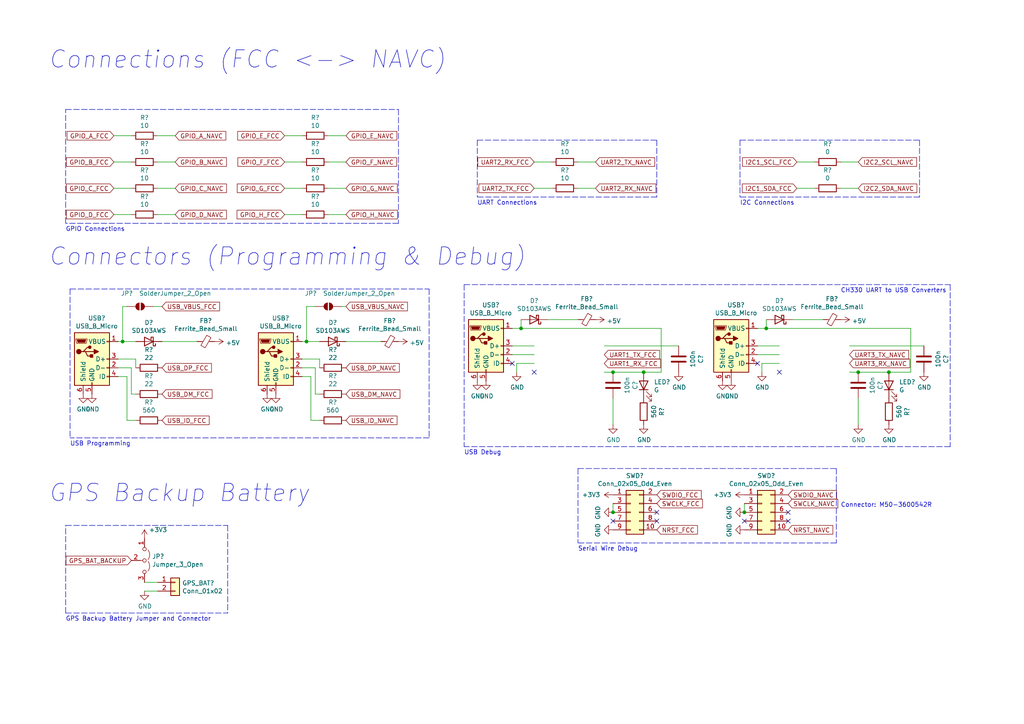
<source format=kicad_sch>
(kicad_sch
	(version 20231120)
	(generator "eeschema")
	(generator_version "8.0")
	(uuid "5187df37-7098-482b-9b04-beeddc7dc148")
	(paper "A4")
	(title_block
		(title "Connections")
		(date "2025-02-04")
		(rev "0.1")
	)
	(lib_symbols
		(symbol "Connector_Generic:Conn_01x02"
			(pin_names
				(offset 1.016) hide)
			(exclude_from_sim no)
			(in_bom yes)
			(on_board yes)
			(property "Reference" "J"
				(at 0 2.54 0)
				(effects
					(font
						(size 1.27 1.27)
					)
				)
			)
			(property "Value" "Conn_01x02"
				(at 0 -5.08 0)
				(effects
					(font
						(size 1.27 1.27)
					)
				)
			)
			(property "Footprint" ""
				(at 0 0 0)
				(effects
					(font
						(size 1.27 1.27)
					)
					(hide yes)
				)
			)
			(property "Datasheet" "~"
				(at 0 0 0)
				(effects
					(font
						(size 1.27 1.27)
					)
					(hide yes)
				)
			)
			(property "Description" "Generic connector, single row, 01x02, script generated (kicad-library-utils/schlib/autogen/connector/)"
				(at 0 0 0)
				(effects
					(font
						(size 1.27 1.27)
					)
					(hide yes)
				)
			)
			(property "ki_keywords" "connector"
				(at 0 0 0)
				(effects
					(font
						(size 1.27 1.27)
					)
					(hide yes)
				)
			)
			(property "ki_fp_filters" "Connector*:*_1x??_*"
				(at 0 0 0)
				(effects
					(font
						(size 1.27 1.27)
					)
					(hide yes)
				)
			)
			(symbol "Conn_01x02_1_1"
				(rectangle
					(start -1.27 -2.413)
					(end 0 -2.667)
					(stroke
						(width 0.1524)
						(type default)
					)
					(fill
						(type none)
					)
				)
				(rectangle
					(start -1.27 0.127)
					(end 0 -0.127)
					(stroke
						(width 0.1524)
						(type default)
					)
					(fill
						(type none)
					)
				)
				(rectangle
					(start -1.27 1.27)
					(end 1.27 -3.81)
					(stroke
						(width 0.254)
						(type default)
					)
					(fill
						(type background)
					)
				)
				(pin passive line
					(at -5.08 0 0)
					(length 3.81)
					(name "Pin_1"
						(effects
							(font
								(size 1.27 1.27)
							)
						)
					)
					(number "1"
						(effects
							(font
								(size 1.27 1.27)
							)
						)
					)
				)
				(pin passive line
					(at -5.08 -2.54 0)
					(length 3.81)
					(name "Pin_2"
						(effects
							(font
								(size 1.27 1.27)
							)
						)
					)
					(number "2"
						(effects
							(font
								(size 1.27 1.27)
							)
						)
					)
				)
			)
		)
		(symbol "Connector_Generic:Conn_02x05_Odd_Even"
			(pin_names
				(offset 1.016) hide)
			(exclude_from_sim no)
			(in_bom yes)
			(on_board yes)
			(property "Reference" "J"
				(at 1.27 7.62 0)
				(effects
					(font
						(size 1.27 1.27)
					)
				)
			)
			(property "Value" "Conn_02x05_Odd_Even"
				(at 1.27 -7.62 0)
				(effects
					(font
						(size 1.27 1.27)
					)
				)
			)
			(property "Footprint" ""
				(at 0 0 0)
				(effects
					(font
						(size 1.27 1.27)
					)
					(hide yes)
				)
			)
			(property "Datasheet" "~"
				(at 0 0 0)
				(effects
					(font
						(size 1.27 1.27)
					)
					(hide yes)
				)
			)
			(property "Description" "Generic connector, double row, 02x05, odd/even pin numbering scheme (row 1 odd numbers, row 2 even numbers), script generated (kicad-library-utils/schlib/autogen/connector/)"
				(at 0 0 0)
				(effects
					(font
						(size 1.27 1.27)
					)
					(hide yes)
				)
			)
			(property "ki_keywords" "connector"
				(at 0 0 0)
				(effects
					(font
						(size 1.27 1.27)
					)
					(hide yes)
				)
			)
			(property "ki_fp_filters" "Connector*:*_2x??_*"
				(at 0 0 0)
				(effects
					(font
						(size 1.27 1.27)
					)
					(hide yes)
				)
			)
			(symbol "Conn_02x05_Odd_Even_1_1"
				(rectangle
					(start -1.27 -4.953)
					(end 0 -5.207)
					(stroke
						(width 0.1524)
						(type default)
					)
					(fill
						(type none)
					)
				)
				(rectangle
					(start -1.27 -2.413)
					(end 0 -2.667)
					(stroke
						(width 0.1524)
						(type default)
					)
					(fill
						(type none)
					)
				)
				(rectangle
					(start -1.27 0.127)
					(end 0 -0.127)
					(stroke
						(width 0.1524)
						(type default)
					)
					(fill
						(type none)
					)
				)
				(rectangle
					(start -1.27 2.667)
					(end 0 2.413)
					(stroke
						(width 0.1524)
						(type default)
					)
					(fill
						(type none)
					)
				)
				(rectangle
					(start -1.27 5.207)
					(end 0 4.953)
					(stroke
						(width 0.1524)
						(type default)
					)
					(fill
						(type none)
					)
				)
				(rectangle
					(start -1.27 6.35)
					(end 3.81 -6.35)
					(stroke
						(width 0.254)
						(type default)
					)
					(fill
						(type background)
					)
				)
				(rectangle
					(start 3.81 -4.953)
					(end 2.54 -5.207)
					(stroke
						(width 0.1524)
						(type default)
					)
					(fill
						(type none)
					)
				)
				(rectangle
					(start 3.81 -2.413)
					(end 2.54 -2.667)
					(stroke
						(width 0.1524)
						(type default)
					)
					(fill
						(type none)
					)
				)
				(rectangle
					(start 3.81 0.127)
					(end 2.54 -0.127)
					(stroke
						(width 0.1524)
						(type default)
					)
					(fill
						(type none)
					)
				)
				(rectangle
					(start 3.81 2.667)
					(end 2.54 2.413)
					(stroke
						(width 0.1524)
						(type default)
					)
					(fill
						(type none)
					)
				)
				(rectangle
					(start 3.81 5.207)
					(end 2.54 4.953)
					(stroke
						(width 0.1524)
						(type default)
					)
					(fill
						(type none)
					)
				)
				(pin passive line
					(at -5.08 5.08 0)
					(length 3.81)
					(name "Pin_1"
						(effects
							(font
								(size 1.27 1.27)
							)
						)
					)
					(number "1"
						(effects
							(font
								(size 1.27 1.27)
							)
						)
					)
				)
				(pin passive line
					(at 7.62 -5.08 180)
					(length 3.81)
					(name "Pin_10"
						(effects
							(font
								(size 1.27 1.27)
							)
						)
					)
					(number "10"
						(effects
							(font
								(size 1.27 1.27)
							)
						)
					)
				)
				(pin passive line
					(at 7.62 5.08 180)
					(length 3.81)
					(name "Pin_2"
						(effects
							(font
								(size 1.27 1.27)
							)
						)
					)
					(number "2"
						(effects
							(font
								(size 1.27 1.27)
							)
						)
					)
				)
				(pin passive line
					(at -5.08 2.54 0)
					(length 3.81)
					(name "Pin_3"
						(effects
							(font
								(size 1.27 1.27)
							)
						)
					)
					(number "3"
						(effects
							(font
								(size 1.27 1.27)
							)
						)
					)
				)
				(pin passive line
					(at 7.62 2.54 180)
					(length 3.81)
					(name "Pin_4"
						(effects
							(font
								(size 1.27 1.27)
							)
						)
					)
					(number "4"
						(effects
							(font
								(size 1.27 1.27)
							)
						)
					)
				)
				(pin passive line
					(at -5.08 0 0)
					(length 3.81)
					(name "Pin_5"
						(effects
							(font
								(size 1.27 1.27)
							)
						)
					)
					(number "5"
						(effects
							(font
								(size 1.27 1.27)
							)
						)
					)
				)
				(pin passive line
					(at 7.62 0 180)
					(length 3.81)
					(name "Pin_6"
						(effects
							(font
								(size 1.27 1.27)
							)
						)
					)
					(number "6"
						(effects
							(font
								(size 1.27 1.27)
							)
						)
					)
				)
				(pin passive line
					(at -5.08 -2.54 0)
					(length 3.81)
					(name "Pin_7"
						(effects
							(font
								(size 1.27 1.27)
							)
						)
					)
					(number "7"
						(effects
							(font
								(size 1.27 1.27)
							)
						)
					)
				)
				(pin passive line
					(at 7.62 -2.54 180)
					(length 3.81)
					(name "Pin_8"
						(effects
							(font
								(size 1.27 1.27)
							)
						)
					)
					(number "8"
						(effects
							(font
								(size 1.27 1.27)
							)
						)
					)
				)
				(pin passive line
					(at -5.08 -5.08 0)
					(length 3.81)
					(name "Pin_9"
						(effects
							(font
								(size 1.27 1.27)
							)
						)
					)
					(number "9"
						(effects
							(font
								(size 1.27 1.27)
							)
						)
					)
				)
			)
		)
		(symbol "Device:C"
			(pin_numbers hide)
			(pin_names
				(offset 0.254)
			)
			(exclude_from_sim no)
			(in_bom yes)
			(on_board yes)
			(property "Reference" "C"
				(at 0.635 2.54 0)
				(effects
					(font
						(size 1.27 1.27)
					)
					(justify left)
				)
			)
			(property "Value" "C"
				(at 0.635 -2.54 0)
				(effects
					(font
						(size 1.27 1.27)
					)
					(justify left)
				)
			)
			(property "Footprint" ""
				(at 0.9652 -3.81 0)
				(effects
					(font
						(size 1.27 1.27)
					)
					(hide yes)
				)
			)
			(property "Datasheet" "~"
				(at 0 0 0)
				(effects
					(font
						(size 1.27 1.27)
					)
					(hide yes)
				)
			)
			(property "Description" "Unpolarized capacitor"
				(at 0 0 0)
				(effects
					(font
						(size 1.27 1.27)
					)
					(hide yes)
				)
			)
			(property "ki_keywords" "cap capacitor"
				(at 0 0 0)
				(effects
					(font
						(size 1.27 1.27)
					)
					(hide yes)
				)
			)
			(property "ki_fp_filters" "C_*"
				(at 0 0 0)
				(effects
					(font
						(size 1.27 1.27)
					)
					(hide yes)
				)
			)
			(symbol "C_0_1"
				(polyline
					(pts
						(xy -2.032 -0.762) (xy 2.032 -0.762)
					)
					(stroke
						(width 0.508)
						(type default)
					)
					(fill
						(type none)
					)
				)
				(polyline
					(pts
						(xy -2.032 0.762) (xy 2.032 0.762)
					)
					(stroke
						(width 0.508)
						(type default)
					)
					(fill
						(type none)
					)
				)
			)
			(symbol "C_1_1"
				(pin passive line
					(at 0 3.81 270)
					(length 2.794)
					(name "~"
						(effects
							(font
								(size 1.27 1.27)
							)
						)
					)
					(number "1"
						(effects
							(font
								(size 1.27 1.27)
							)
						)
					)
				)
				(pin passive line
					(at 0 -3.81 90)
					(length 2.794)
					(name "~"
						(effects
							(font
								(size 1.27 1.27)
							)
						)
					)
					(number "2"
						(effects
							(font
								(size 1.27 1.27)
							)
						)
					)
				)
			)
		)
		(symbol "Device:D_Schottky"
			(pin_numbers hide)
			(pin_names
				(offset 1.016) hide)
			(exclude_from_sim no)
			(in_bom yes)
			(on_board yes)
			(property "Reference" "D"
				(at 0 2.54 0)
				(effects
					(font
						(size 1.27 1.27)
					)
				)
			)
			(property "Value" "D_Schottky"
				(at 0 -2.54 0)
				(effects
					(font
						(size 1.27 1.27)
					)
				)
			)
			(property "Footprint" ""
				(at 0 0 0)
				(effects
					(font
						(size 1.27 1.27)
					)
					(hide yes)
				)
			)
			(property "Datasheet" "~"
				(at 0 0 0)
				(effects
					(font
						(size 1.27 1.27)
					)
					(hide yes)
				)
			)
			(property "Description" "Schottky diode"
				(at 0 0 0)
				(effects
					(font
						(size 1.27 1.27)
					)
					(hide yes)
				)
			)
			(property "ki_keywords" "diode Schottky"
				(at 0 0 0)
				(effects
					(font
						(size 1.27 1.27)
					)
					(hide yes)
				)
			)
			(property "ki_fp_filters" "TO-???* *_Diode_* *SingleDiode* D_*"
				(at 0 0 0)
				(effects
					(font
						(size 1.27 1.27)
					)
					(hide yes)
				)
			)
			(symbol "D_Schottky_0_1"
				(polyline
					(pts
						(xy 1.27 0) (xy -1.27 0)
					)
					(stroke
						(width 0)
						(type default)
					)
					(fill
						(type none)
					)
				)
				(polyline
					(pts
						(xy 1.27 1.27) (xy 1.27 -1.27) (xy -1.27 0) (xy 1.27 1.27)
					)
					(stroke
						(width 0.254)
						(type default)
					)
					(fill
						(type none)
					)
				)
				(polyline
					(pts
						(xy -1.905 0.635) (xy -1.905 1.27) (xy -1.27 1.27) (xy -1.27 -1.27) (xy -0.635 -1.27) (xy -0.635 -0.635)
					)
					(stroke
						(width 0.254)
						(type default)
					)
					(fill
						(type none)
					)
				)
			)
			(symbol "D_Schottky_1_1"
				(pin passive line
					(at -3.81 0 0)
					(length 2.54)
					(name "K"
						(effects
							(font
								(size 1.27 1.27)
							)
						)
					)
					(number "1"
						(effects
							(font
								(size 1.27 1.27)
							)
						)
					)
				)
				(pin passive line
					(at 3.81 0 180)
					(length 2.54)
					(name "A"
						(effects
							(font
								(size 1.27 1.27)
							)
						)
					)
					(number "2"
						(effects
							(font
								(size 1.27 1.27)
							)
						)
					)
				)
			)
		)
		(symbol "Device:LED"
			(pin_numbers hide)
			(pin_names
				(offset 1.016) hide)
			(exclude_from_sim no)
			(in_bom yes)
			(on_board yes)
			(property "Reference" "D"
				(at 0 2.54 0)
				(effects
					(font
						(size 1.27 1.27)
					)
				)
			)
			(property "Value" "LED"
				(at 0 -2.54 0)
				(effects
					(font
						(size 1.27 1.27)
					)
				)
			)
			(property "Footprint" ""
				(at 0 0 0)
				(effects
					(font
						(size 1.27 1.27)
					)
					(hide yes)
				)
			)
			(property "Datasheet" "~"
				(at 0 0 0)
				(effects
					(font
						(size 1.27 1.27)
					)
					(hide yes)
				)
			)
			(property "Description" "Light emitting diode"
				(at 0 0 0)
				(effects
					(font
						(size 1.27 1.27)
					)
					(hide yes)
				)
			)
			(property "ki_keywords" "LED diode"
				(at 0 0 0)
				(effects
					(font
						(size 1.27 1.27)
					)
					(hide yes)
				)
			)
			(property "ki_fp_filters" "LED* LED_SMD:* LED_THT:*"
				(at 0 0 0)
				(effects
					(font
						(size 1.27 1.27)
					)
					(hide yes)
				)
			)
			(symbol "LED_0_1"
				(polyline
					(pts
						(xy -1.27 -1.27) (xy -1.27 1.27)
					)
					(stroke
						(width 0.254)
						(type default)
					)
					(fill
						(type none)
					)
				)
				(polyline
					(pts
						(xy -1.27 0) (xy 1.27 0)
					)
					(stroke
						(width 0)
						(type default)
					)
					(fill
						(type none)
					)
				)
				(polyline
					(pts
						(xy 1.27 -1.27) (xy 1.27 1.27) (xy -1.27 0) (xy 1.27 -1.27)
					)
					(stroke
						(width 0.254)
						(type default)
					)
					(fill
						(type none)
					)
				)
				(polyline
					(pts
						(xy -3.048 -0.762) (xy -4.572 -2.286) (xy -3.81 -2.286) (xy -4.572 -2.286) (xy -4.572 -1.524)
					)
					(stroke
						(width 0)
						(type default)
					)
					(fill
						(type none)
					)
				)
				(polyline
					(pts
						(xy -1.778 -0.762) (xy -3.302 -2.286) (xy -2.54 -2.286) (xy -3.302 -2.286) (xy -3.302 -1.524)
					)
					(stroke
						(width 0)
						(type default)
					)
					(fill
						(type none)
					)
				)
			)
			(symbol "LED_1_1"
				(pin passive line
					(at -3.81 0 0)
					(length 2.54)
					(name "K"
						(effects
							(font
								(size 1.27 1.27)
							)
						)
					)
					(number "1"
						(effects
							(font
								(size 1.27 1.27)
							)
						)
					)
				)
				(pin passive line
					(at 3.81 0 180)
					(length 2.54)
					(name "A"
						(effects
							(font
								(size 1.27 1.27)
							)
						)
					)
					(number "2"
						(effects
							(font
								(size 1.27 1.27)
							)
						)
					)
				)
			)
		)
		(symbol "Device:R"
			(pin_numbers hide)
			(pin_names
				(offset 0)
			)
			(exclude_from_sim no)
			(in_bom yes)
			(on_board yes)
			(property "Reference" "R"
				(at 2.032 0 90)
				(effects
					(font
						(size 1.27 1.27)
					)
				)
			)
			(property "Value" "R"
				(at 0 0 90)
				(effects
					(font
						(size 1.27 1.27)
					)
				)
			)
			(property "Footprint" ""
				(at -1.778 0 90)
				(effects
					(font
						(size 1.27 1.27)
					)
					(hide yes)
				)
			)
			(property "Datasheet" "~"
				(at 0 0 0)
				(effects
					(font
						(size 1.27 1.27)
					)
					(hide yes)
				)
			)
			(property "Description" "Resistor"
				(at 0 0 0)
				(effects
					(font
						(size 1.27 1.27)
					)
					(hide yes)
				)
			)
			(property "ki_keywords" "R res resistor"
				(at 0 0 0)
				(effects
					(font
						(size 1.27 1.27)
					)
					(hide yes)
				)
			)
			(property "ki_fp_filters" "R_*"
				(at 0 0 0)
				(effects
					(font
						(size 1.27 1.27)
					)
					(hide yes)
				)
			)
			(symbol "R_0_1"
				(rectangle
					(start -1.016 -2.54)
					(end 1.016 2.54)
					(stroke
						(width 0.254)
						(type default)
					)
					(fill
						(type none)
					)
				)
			)
			(symbol "R_1_1"
				(pin passive line
					(at 0 3.81 270)
					(length 1.27)
					(name "~"
						(effects
							(font
								(size 1.27 1.27)
							)
						)
					)
					(number "1"
						(effects
							(font
								(size 1.27 1.27)
							)
						)
					)
				)
				(pin passive line
					(at 0 -3.81 90)
					(length 1.27)
					(name "~"
						(effects
							(font
								(size 1.27 1.27)
							)
						)
					)
					(number "2"
						(effects
							(font
								(size 1.27 1.27)
							)
						)
					)
				)
			)
		)
		(symbol "Hades-rescue:+3.3V-power"
			(power)
			(pin_names
				(offset 0)
			)
			(exclude_from_sim no)
			(in_bom yes)
			(on_board yes)
			(property "Reference" "#PWR"
				(at 0 -3.81 0)
				(effects
					(font
						(size 1.27 1.27)
					)
					(hide yes)
				)
			)
			(property "Value" "power:+3.3V"
				(at 0 3.556 0)
				(effects
					(font
						(size 1.27 1.27)
					)
				)
			)
			(property "Footprint" ""
				(at 0 0 0)
				(effects
					(font
						(size 1.27 1.27)
					)
					(hide yes)
				)
			)
			(property "Datasheet" ""
				(at 0 0 0)
				(effects
					(font
						(size 1.27 1.27)
					)
					(hide yes)
				)
			)
			(property "Description" ""
				(at 0 0 0)
				(effects
					(font
						(size 1.27 1.27)
					)
					(hide yes)
				)
			)
			(symbol "+3.3V-power_0_1"
				(polyline
					(pts
						(xy -0.762 1.27) (xy 0 2.54)
					)
					(stroke
						(width 0)
						(type solid)
					)
					(fill
						(type none)
					)
				)
				(polyline
					(pts
						(xy 0 0) (xy 0 2.54)
					)
					(stroke
						(width 0)
						(type solid)
					)
					(fill
						(type none)
					)
				)
				(polyline
					(pts
						(xy 0 2.54) (xy 0.762 1.27)
					)
					(stroke
						(width 0)
						(type solid)
					)
					(fill
						(type none)
					)
				)
			)
			(symbol "+3.3V-power_1_1"
				(pin power_in line
					(at 0 0 90)
					(length 0) hide
					(name "+3V3"
						(effects
							(font
								(size 1.27 1.27)
							)
						)
					)
					(number "1"
						(effects
							(font
								(size 1.27 1.27)
							)
						)
					)
				)
			)
		)
		(symbol "Hades-rescue:+3V3-power"
			(power)
			(pin_names
				(offset 0)
			)
			(exclude_from_sim no)
			(in_bom yes)
			(on_board yes)
			(property "Reference" "#PWR"
				(at 0 -3.81 0)
				(effects
					(font
						(size 1.27 1.27)
					)
					(hide yes)
				)
			)
			(property "Value" "power:+3V3"
				(at 0 3.556 0)
				(effects
					(font
						(size 1.27 1.27)
					)
				)
			)
			(property "Footprint" ""
				(at 0 0 0)
				(effects
					(font
						(size 1.27 1.27)
					)
					(hide yes)
				)
			)
			(property "Datasheet" ""
				(at 0 0 0)
				(effects
					(font
						(size 1.27 1.27)
					)
					(hide yes)
				)
			)
			(property "Description" ""
				(at 0 0 0)
				(effects
					(font
						(size 1.27 1.27)
					)
					(hide yes)
				)
			)
			(symbol "+3V3-power_0_1"
				(polyline
					(pts
						(xy -0.762 1.27) (xy 0 2.54)
					)
					(stroke
						(width 0)
						(type solid)
					)
					(fill
						(type none)
					)
				)
				(polyline
					(pts
						(xy 0 0) (xy 0 2.54)
					)
					(stroke
						(width 0)
						(type solid)
					)
					(fill
						(type none)
					)
				)
				(polyline
					(pts
						(xy 0 2.54) (xy 0.762 1.27)
					)
					(stroke
						(width 0)
						(type solid)
					)
					(fill
						(type none)
					)
				)
			)
			(symbol "+3V3-power_1_1"
				(pin power_in line
					(at 0 0 90)
					(length 0) hide
					(name "+3V3"
						(effects
							(font
								(size 1.27 1.27)
							)
						)
					)
					(number "1"
						(effects
							(font
								(size 1.27 1.27)
							)
						)
					)
				)
			)
		)
		(symbol "Hades-rescue:+5V-power"
			(power)
			(pin_names
				(offset 0)
			)
			(exclude_from_sim no)
			(in_bom yes)
			(on_board yes)
			(property "Reference" "#PWR"
				(at 0 -3.81 0)
				(effects
					(font
						(size 1.27 1.27)
					)
					(hide yes)
				)
			)
			(property "Value" "power:+5V"
				(at 0 3.556 0)
				(effects
					(font
						(size 1.27 1.27)
					)
				)
			)
			(property "Footprint" ""
				(at 0 0 0)
				(effects
					(font
						(size 1.27 1.27)
					)
					(hide yes)
				)
			)
			(property "Datasheet" ""
				(at 0 0 0)
				(effects
					(font
						(size 1.27 1.27)
					)
					(hide yes)
				)
			)
			(property "Description" ""
				(at 0 0 0)
				(effects
					(font
						(size 1.27 1.27)
					)
					(hide yes)
				)
			)
			(symbol "+5V-power_0_1"
				(polyline
					(pts
						(xy -0.762 1.27) (xy 0 2.54)
					)
					(stroke
						(width 0)
						(type solid)
					)
					(fill
						(type none)
					)
				)
				(polyline
					(pts
						(xy 0 0) (xy 0 2.54)
					)
					(stroke
						(width 0)
						(type solid)
					)
					(fill
						(type none)
					)
				)
				(polyline
					(pts
						(xy 0 2.54) (xy 0.762 1.27)
					)
					(stroke
						(width 0)
						(type solid)
					)
					(fill
						(type none)
					)
				)
			)
			(symbol "+5V-power_1_1"
				(pin power_in line
					(at 0 0 90)
					(length 0) hide
					(name "+5V"
						(effects
							(font
								(size 1.27 1.27)
							)
						)
					)
					(number "1"
						(effects
							(font
								(size 1.27 1.27)
							)
						)
					)
				)
			)
		)
		(symbol "Hades-rescue:Ferrite_Bead_Small-Device"
			(pin_numbers hide)
			(pin_names
				(offset 0)
			)
			(exclude_from_sim no)
			(in_bom yes)
			(on_board yes)
			(property "Reference" "L"
				(at 1.905 1.27 0)
				(effects
					(font
						(size 1.27 1.27)
					)
					(justify left)
				)
			)
			(property "Value" "Device:Ferrite_Bead_Small"
				(at 1.905 -1.27 0)
				(effects
					(font
						(size 1.27 1.27)
					)
					(justify left)
				)
			)
			(property "Footprint" ""
				(at -1.778 0 90)
				(effects
					(font
						(size 1.27 1.27)
					)
					(hide yes)
				)
			)
			(property "Datasheet" ""
				(at 0 0 0)
				(effects
					(font
						(size 1.27 1.27)
					)
					(hide yes)
				)
			)
			(property "Description" ""
				(at 0 0 0)
				(effects
					(font
						(size 1.27 1.27)
					)
					(hide yes)
				)
			)
			(property "ki_fp_filters" "Inductor_* L_* *Ferrite*"
				(at 0 0 0)
				(effects
					(font
						(size 1.27 1.27)
					)
					(hide yes)
				)
			)
			(symbol "Ferrite_Bead_Small-Device_0_1"
				(polyline
					(pts
						(xy 0 -1.27) (xy 0 -0.7874)
					)
					(stroke
						(width 0)
						(type solid)
					)
					(fill
						(type none)
					)
				)
				(polyline
					(pts
						(xy 0 0.889) (xy 0 1.2954)
					)
					(stroke
						(width 0)
						(type solid)
					)
					(fill
						(type none)
					)
				)
				(polyline
					(pts
						(xy -1.8288 0.2794) (xy -1.1176 1.4986) (xy 1.8288 -0.2032) (xy 1.1176 -1.4224) (xy -1.8288 0.2794)
					)
					(stroke
						(width 0)
						(type solid)
					)
					(fill
						(type none)
					)
				)
			)
			(symbol "Ferrite_Bead_Small-Device_1_1"
				(pin passive line
					(at 0 2.54 270)
					(length 1.27)
					(name "~"
						(effects
							(font
								(size 1.27 1.27)
							)
						)
					)
					(number "1"
						(effects
							(font
								(size 1.27 1.27)
							)
						)
					)
				)
				(pin passive line
					(at 0 -2.54 90)
					(length 1.27)
					(name "~"
						(effects
							(font
								(size 1.27 1.27)
							)
						)
					)
					(number "2"
						(effects
							(font
								(size 1.27 1.27)
							)
						)
					)
				)
			)
		)
		(symbol "Hades-rescue:GND-power"
			(power)
			(pin_names
				(offset 0)
			)
			(exclude_from_sim no)
			(in_bom yes)
			(on_board yes)
			(property "Reference" "#PWR"
				(at 0 -6.35 0)
				(effects
					(font
						(size 1.27 1.27)
					)
					(hide yes)
				)
			)
			(property "Value" "power:GND"
				(at 0 -3.81 0)
				(effects
					(font
						(size 1.27 1.27)
					)
				)
			)
			(property "Footprint" ""
				(at 0 0 0)
				(effects
					(font
						(size 1.27 1.27)
					)
					(hide yes)
				)
			)
			(property "Datasheet" ""
				(at 0 0 0)
				(effects
					(font
						(size 1.27 1.27)
					)
					(hide yes)
				)
			)
			(property "Description" ""
				(at 0 0 0)
				(effects
					(font
						(size 1.27 1.27)
					)
					(hide yes)
				)
			)
			(symbol "GND-power_0_1"
				(polyline
					(pts
						(xy 0 0) (xy 0 -1.27) (xy 1.27 -1.27) (xy 0 -2.54) (xy -1.27 -1.27) (xy 0 -1.27)
					)
					(stroke
						(width 0)
						(type solid)
					)
					(fill
						(type none)
					)
				)
			)
			(symbol "GND-power_1_1"
				(pin power_in line
					(at 0 0 270)
					(length 0) hide
					(name "GND"
						(effects
							(font
								(size 1.27 1.27)
							)
						)
					)
					(number "1"
						(effects
							(font
								(size 1.27 1.27)
							)
						)
					)
				)
			)
		)
		(symbol "Hades-rescue:Jumper_3_Open-Jumper"
			(pin_names
				(offset 0) hide)
			(exclude_from_sim no)
			(in_bom yes)
			(on_board yes)
			(property "Reference" "JP"
				(at -2.54 -2.54 0)
				(effects
					(font
						(size 1.27 1.27)
					)
				)
			)
			(property "Value" "Jumper:Jumper_3_Open"
				(at 0 2.794 0)
				(effects
					(font
						(size 1.27 1.27)
					)
				)
			)
			(property "Footprint" ""
				(at 0 0 0)
				(effects
					(font
						(size 1.27 1.27)
					)
					(hide yes)
				)
			)
			(property "Datasheet" ""
				(at 0 0 0)
				(effects
					(font
						(size 1.27 1.27)
					)
					(hide yes)
				)
			)
			(property "Description" ""
				(at 0 0 0)
				(effects
					(font
						(size 1.27 1.27)
					)
					(hide yes)
				)
			)
			(property "ki_fp_filters" "Jumper*"
				(at 0 0 0)
				(effects
					(font
						(size 1.27 1.27)
					)
					(hide yes)
				)
			)
			(symbol "Jumper_3_Open-Jumper_0_0"
				(circle
					(center -3.302 0)
					(radius 0.508)
					(stroke
						(width 0)
						(type solid)
					)
					(fill
						(type none)
					)
				)
				(circle
					(center 0 0)
					(radius 0.508)
					(stroke
						(width 0)
						(type solid)
					)
					(fill
						(type none)
					)
				)
				(circle
					(center 3.302 0)
					(radius 0.508)
					(stroke
						(width 0)
						(type solid)
					)
					(fill
						(type none)
					)
				)
			)
			(symbol "Jumper_3_Open-Jumper_0_1"
				(arc
					(start -0.254 1.016)
					(mid -1.651 1.4992)
					(end -3.048 1.016)
					(stroke
						(width 0)
						(type solid)
					)
					(fill
						(type none)
					)
				)
				(polyline
					(pts
						(xy 0 -0.508) (xy 0 -1.27)
					)
					(stroke
						(width 0)
						(type solid)
					)
					(fill
						(type none)
					)
				)
				(arc
					(start 3.048 1.016)
					(mid 1.651 1.4992)
					(end 0.254 1.016)
					(stroke
						(width 0)
						(type solid)
					)
					(fill
						(type none)
					)
				)
			)
			(symbol "Jumper_3_Open-Jumper_1_1"
				(pin passive line
					(at -6.35 0 0)
					(length 2.54)
					(name "A"
						(effects
							(font
								(size 1.27 1.27)
							)
						)
					)
					(number "1"
						(effects
							(font
								(size 1.27 1.27)
							)
						)
					)
				)
				(pin input line
					(at 0 -3.81 90)
					(length 2.54)
					(name "C"
						(effects
							(font
								(size 1.27 1.27)
							)
						)
					)
					(number "2"
						(effects
							(font
								(size 1.27 1.27)
							)
						)
					)
				)
				(pin passive line
					(at 6.35 0 180)
					(length 2.54)
					(name "B"
						(effects
							(font
								(size 1.27 1.27)
							)
						)
					)
					(number "3"
						(effects
							(font
								(size 1.27 1.27)
							)
						)
					)
				)
			)
		)
		(symbol "Hades-rescue:USB_B_Micro-Connector"
			(pin_names
				(offset 1.016)
			)
			(exclude_from_sim no)
			(in_bom yes)
			(on_board yes)
			(property "Reference" "J"
				(at -5.08 11.43 0)
				(effects
					(font
						(size 1.27 1.27)
					)
					(justify left)
				)
			)
			(property "Value" "Connector:USB_B_Micro"
				(at -5.08 8.89 0)
				(effects
					(font
						(size 1.27 1.27)
					)
					(justify left)
				)
			)
			(property "Footprint" ""
				(at 3.81 -1.27 0)
				(effects
					(font
						(size 1.27 1.27)
					)
					(hide yes)
				)
			)
			(property "Datasheet" ""
				(at 3.81 -1.27 0)
				(effects
					(font
						(size 1.27 1.27)
					)
					(hide yes)
				)
			)
			(property "Description" ""
				(at 0 0 0)
				(effects
					(font
						(size 1.27 1.27)
					)
					(hide yes)
				)
			)
			(property "ki_fp_filters" "USB*"
				(at 0 0 0)
				(effects
					(font
						(size 1.27 1.27)
					)
					(hide yes)
				)
			)
			(symbol "USB_B_Micro-Connector_0_1"
				(rectangle
					(start -5.08 -7.62)
					(end 5.08 7.62)
					(stroke
						(width 0.254)
						(type solid)
					)
					(fill
						(type background)
					)
				)
				(circle
					(center -3.81 2.159)
					(radius 0.635)
					(stroke
						(width 0.254)
						(type solid)
					)
					(fill
						(type outline)
					)
				)
				(circle
					(center -0.635 3.429)
					(radius 0.381)
					(stroke
						(width 0.254)
						(type solid)
					)
					(fill
						(type outline)
					)
				)
				(rectangle
					(start -0.127 -7.62)
					(end 0.127 -6.858)
					(stroke
						(width 0)
						(type solid)
					)
					(fill
						(type none)
					)
				)
				(polyline
					(pts
						(xy -1.905 2.159) (xy 0.635 2.159)
					)
					(stroke
						(width 0.254)
						(type solid)
					)
					(fill
						(type none)
					)
				)
				(polyline
					(pts
						(xy -3.175 2.159) (xy -2.54 2.159) (xy -1.27 3.429) (xy -0.635 3.429)
					)
					(stroke
						(width 0.254)
						(type solid)
					)
					(fill
						(type none)
					)
				)
				(polyline
					(pts
						(xy -2.54 2.159) (xy -1.905 2.159) (xy -1.27 0.889) (xy 0 0.889)
					)
					(stroke
						(width 0.254)
						(type solid)
					)
					(fill
						(type none)
					)
				)
				(polyline
					(pts
						(xy 0.635 2.794) (xy 0.635 1.524) (xy 1.905 2.159) (xy 0.635 2.794)
					)
					(stroke
						(width 0.254)
						(type solid)
					)
					(fill
						(type outline)
					)
				)
				(polyline
					(pts
						(xy -4.318 5.588) (xy -1.778 5.588) (xy -2.032 4.826) (xy -4.064 4.826) (xy -4.318 5.588)
					)
					(stroke
						(width 0)
						(type solid)
					)
					(fill
						(type outline)
					)
				)
				(polyline
					(pts
						(xy -4.699 5.842) (xy -4.699 5.588) (xy -4.445 4.826) (xy -4.445 4.572) (xy -1.651 4.572) (xy -1.651 4.826)
						(xy -1.397 5.588) (xy -1.397 5.842) (xy -4.699 5.842)
					)
					(stroke
						(width 0)
						(type solid)
					)
					(fill
						(type none)
					)
				)
				(rectangle
					(start 0.254 1.27)
					(end -0.508 0.508)
					(stroke
						(width 0.254)
						(type solid)
					)
					(fill
						(type outline)
					)
				)
				(rectangle
					(start 5.08 -5.207)
					(end 4.318 -4.953)
					(stroke
						(width 0)
						(type solid)
					)
					(fill
						(type none)
					)
				)
				(rectangle
					(start 5.08 -2.667)
					(end 4.318 -2.413)
					(stroke
						(width 0)
						(type solid)
					)
					(fill
						(type none)
					)
				)
				(rectangle
					(start 5.08 -0.127)
					(end 4.318 0.127)
					(stroke
						(width 0)
						(type solid)
					)
					(fill
						(type none)
					)
				)
				(rectangle
					(start 5.08 4.953)
					(end 4.318 5.207)
					(stroke
						(width 0)
						(type solid)
					)
					(fill
						(type none)
					)
				)
			)
			(symbol "USB_B_Micro-Connector_1_1"
				(pin power_out line
					(at 7.62 5.08 180)
					(length 2.54)
					(name "VBUS"
						(effects
							(font
								(size 1.27 1.27)
							)
						)
					)
					(number "1"
						(effects
							(font
								(size 1.27 1.27)
							)
						)
					)
				)
				(pin passive line
					(at 7.62 -2.54 180)
					(length 2.54)
					(name "D-"
						(effects
							(font
								(size 1.27 1.27)
							)
						)
					)
					(number "2"
						(effects
							(font
								(size 1.27 1.27)
							)
						)
					)
				)
				(pin passive line
					(at 7.62 0 180)
					(length 2.54)
					(name "D+"
						(effects
							(font
								(size 1.27 1.27)
							)
						)
					)
					(number "3"
						(effects
							(font
								(size 1.27 1.27)
							)
						)
					)
				)
				(pin passive line
					(at 7.62 -5.08 180)
					(length 2.54)
					(name "ID"
						(effects
							(font
								(size 1.27 1.27)
							)
						)
					)
					(number "4"
						(effects
							(font
								(size 1.27 1.27)
							)
						)
					)
				)
				(pin power_out line
					(at 0 -10.16 90)
					(length 2.54)
					(name "GND"
						(effects
							(font
								(size 1.27 1.27)
							)
						)
					)
					(number "5"
						(effects
							(font
								(size 1.27 1.27)
							)
						)
					)
				)
				(pin passive line
					(at -2.54 -10.16 90)
					(length 2.54)
					(name "Shield"
						(effects
							(font
								(size 1.27 1.27)
							)
						)
					)
					(number "6"
						(effects
							(font
								(size 1.27 1.27)
							)
						)
					)
				)
			)
		)
		(symbol "Jumper:SolderJumper_2_Open"
			(pin_numbers hide)
			(pin_names
				(offset 0) hide)
			(exclude_from_sim yes)
			(in_bom no)
			(on_board yes)
			(property "Reference" "JP"
				(at 0 2.032 0)
				(effects
					(font
						(size 1.27 1.27)
					)
				)
			)
			(property "Value" "SolderJumper_2_Open"
				(at 0 -2.54 0)
				(effects
					(font
						(size 1.27 1.27)
					)
				)
			)
			(property "Footprint" ""
				(at 0 0 0)
				(effects
					(font
						(size 1.27 1.27)
					)
					(hide yes)
				)
			)
			(property "Datasheet" "~"
				(at 0 0 0)
				(effects
					(font
						(size 1.27 1.27)
					)
					(hide yes)
				)
			)
			(property "Description" "Solder Jumper, 2-pole, open"
				(at 0 0 0)
				(effects
					(font
						(size 1.27 1.27)
					)
					(hide yes)
				)
			)
			(property "ki_keywords" "solder jumper SPST"
				(at 0 0 0)
				(effects
					(font
						(size 1.27 1.27)
					)
					(hide yes)
				)
			)
			(property "ki_fp_filters" "SolderJumper*Open*"
				(at 0 0 0)
				(effects
					(font
						(size 1.27 1.27)
					)
					(hide yes)
				)
			)
			(symbol "SolderJumper_2_Open_0_1"
				(arc
					(start -0.254 1.016)
					(mid -1.2656 0)
					(end -0.254 -1.016)
					(stroke
						(width 0)
						(type default)
					)
					(fill
						(type none)
					)
				)
				(arc
					(start -0.254 1.016)
					(mid -1.2656 0)
					(end -0.254 -1.016)
					(stroke
						(width 0)
						(type default)
					)
					(fill
						(type outline)
					)
				)
				(polyline
					(pts
						(xy -0.254 1.016) (xy -0.254 -1.016)
					)
					(stroke
						(width 0)
						(type default)
					)
					(fill
						(type none)
					)
				)
				(polyline
					(pts
						(xy 0.254 1.016) (xy 0.254 -1.016)
					)
					(stroke
						(width 0)
						(type default)
					)
					(fill
						(type none)
					)
				)
				(arc
					(start 0.254 -1.016)
					(mid 1.2656 0)
					(end 0.254 1.016)
					(stroke
						(width 0)
						(type default)
					)
					(fill
						(type none)
					)
				)
				(arc
					(start 0.254 -1.016)
					(mid 1.2656 0)
					(end 0.254 1.016)
					(stroke
						(width 0)
						(type default)
					)
					(fill
						(type outline)
					)
				)
			)
			(symbol "SolderJumper_2_Open_1_1"
				(pin passive line
					(at -3.81 0 0)
					(length 2.54)
					(name "A"
						(effects
							(font
								(size 1.27 1.27)
							)
						)
					)
					(number "1"
						(effects
							(font
								(size 1.27 1.27)
							)
						)
					)
				)
				(pin passive line
					(at 3.81 0 180)
					(length 2.54)
					(name "B"
						(effects
							(font
								(size 1.27 1.27)
							)
						)
					)
					(number "2"
						(effects
							(font
								(size 1.27 1.27)
							)
						)
					)
				)
			)
		)
	)
	(junction
		(at 88.9 99.06)
		(diameter 0)
		(color 0 0 0 0)
		(uuid "03f9f309-a253-472a-8939-41f83e10853f")
	)
	(junction
		(at 222.25 95.25)
		(diameter 0)
		(color 0 0 0 0)
		(uuid "2a450fcc-b43b-4fdc-bee1-4acec093d8a1")
	)
	(junction
		(at 215.9 148.59)
		(diameter 0)
		(color 0 0 0 0)
		(uuid "51a76d2f-692b-4000-8871-24b496730bc6")
	)
	(junction
		(at 248.92 107.95)
		(diameter 0)
		(color 0 0 0 0)
		(uuid "5bc219f2-2ddd-44e5-bd91-2e537ed1ccb3")
	)
	(junction
		(at 257.81 107.95)
		(diameter 0)
		(color 0 0 0 0)
		(uuid "5f7fda98-a2a5-489f-9049-4d36802eddea")
	)
	(junction
		(at 35.56 99.06)
		(diameter 0)
		(color 0 0 0 0)
		(uuid "8a8f67dc-a690-4f31-b822-e032c1cee950")
	)
	(junction
		(at 177.8 148.59)
		(diameter 0)
		(color 0 0 0 0)
		(uuid "ae66c3d9-b745-436a-9910-3280b8eae77b")
	)
	(junction
		(at 186.69 107.95)
		(diameter 0)
		(color 0 0 0 0)
		(uuid "b05e93ff-4fc2-401f-9cb5-fa9aafc2530a")
	)
	(junction
		(at 177.8 107.95)
		(diameter 0)
		(color 0 0 0 0)
		(uuid "b54cc475-1c14-41a1-92f8-47a7df9ca004")
	)
	(junction
		(at 151.13 95.25)
		(diameter 0)
		(color 0 0 0 0)
		(uuid "ce3bfa55-118d-4e2a-ba8a-8d3cbc6056d3")
	)
	(no_connect
		(at 226.06 107.95)
		(uuid "0cf01348-9e03-4262-ab05-b63505201c92")
	)
	(no_connect
		(at 190.5 151.13)
		(uuid "18ec8c0b-f8e2-4833-b537-42f0a29725b5")
	)
	(no_connect
		(at 228.6 151.13)
		(uuid "513c4d00-b9ad-4e17-96b1-eb61fe5b73c1")
	)
	(no_connect
		(at 228.6 148.59)
		(uuid "93c53c28-b1cd-4a63-8a27-e3cf86f2d094")
	)
	(no_connect
		(at 154.94 107.95)
		(uuid "a7bbd0e1-ea15-4a80-a3d9-bbf351669093")
	)
	(no_connect
		(at 219.71 105.41)
		(uuid "acb843d6-badd-4e64-859c-6780f935decf")
	)
	(no_connect
		(at 148.59 105.41)
		(uuid "c13f549d-5cb8-4e34-a95a-8e6a3115ffac")
	)
	(no_connect
		(at 190.5 148.59)
		(uuid "d55a6c4a-09d1-40bd-a446-735fb157a4d1")
	)
	(no_connect
		(at 215.9 151.13)
		(uuid "e2b35404-6d5f-4256-8ee6-c48a61ebfe99")
	)
	(no_connect
		(at 177.8 151.13)
		(uuid "e602e06d-1aaa-4dc4-875c-a566ac96f0d1")
	)
	(wire
		(pts
			(xy 148.59 102.87) (xy 154.94 102.87)
		)
		(stroke
			(width 0)
			(type default)
		)
		(uuid "059f65a7-6767-41e1-b784-09ab911e7962")
	)
	(wire
		(pts
			(xy 33.02 46.99) (xy 38.1 46.99)
		)
		(stroke
			(width 0)
			(type default)
		)
		(uuid "060d245b-25ee-4226-846c-f80409c743e3")
	)
	(wire
		(pts
			(xy 36.83 109.22) (xy 36.83 121.92)
		)
		(stroke
			(width 0)
			(type default)
		)
		(uuid "06627bc7-67cb-474e-8388-77c4c9ae73f3")
	)
	(wire
		(pts
			(xy 248.92 46.99) (xy 243.84 46.99)
		)
		(stroke
			(width 0)
			(type default)
		)
		(uuid "08e58dc6-3043-4538-8da8-630641efe43b")
	)
	(polyline
		(pts
			(xy 19.05 31.75) (xy 115.57 31.75)
		)
		(stroke
			(width 0)
			(type dash)
		)
		(uuid "0939556f-f5ba-4a9d-b18c-9879c208a5dd")
	)
	(wire
		(pts
			(xy 151.13 95.25) (xy 191.77 95.25)
		)
		(stroke
			(width 0)
			(type default)
		)
		(uuid "0bb78e8d-326f-4a93-8b03-322e0cd0db9a")
	)
	(wire
		(pts
			(xy 34.29 109.22) (xy 36.83 109.22)
		)
		(stroke
			(width 0)
			(type default)
		)
		(uuid "0d4a2029-3c99-4c28-9f5d-fb3396d86ea2")
	)
	(wire
		(pts
			(xy 215.9 148.59) (xy 215.9 146.05)
		)
		(stroke
			(width 0)
			(type default)
		)
		(uuid "0f3df662-3d13-47a4-a6aa-08f1840a4bf5")
	)
	(polyline
		(pts
			(xy 275.59 82.55) (xy 275.59 129.54)
		)
		(stroke
			(width 0)
			(type dash)
		)
		(uuid "0f4ecd2f-33d3-4a85-bd20-68e2a906a367")
	)
	(wire
		(pts
			(xy 222.25 95.25) (xy 264.16 95.25)
		)
		(stroke
			(width 0)
			(type default)
		)
		(uuid "0fb176e7-e62f-43a6-881a-9669f4a49b54")
	)
	(wire
		(pts
			(xy 175.26 100.33) (xy 196.85 100.33)
		)
		(stroke
			(width 0)
			(type default)
		)
		(uuid "17133dbb-d6b9-46e5-924b-a73558623770")
	)
	(polyline
		(pts
			(xy 138.43 40.64) (xy 190.5 40.64)
		)
		(stroke
			(width 0)
			(type dash)
		)
		(uuid "1823faac-0d46-4a19-b7fa-b1c713df4f65")
	)
	(polyline
		(pts
			(xy 167.64 135.89) (xy 167.64 157.48)
		)
		(stroke
			(width 0)
			(type dash)
		)
		(uuid "1955aa6f-159f-4b09-823a-fca2e472e11d")
	)
	(wire
		(pts
			(xy 100.33 99.06) (xy 110.49 99.06)
		)
		(stroke
			(width 0)
			(type default)
		)
		(uuid "19eac689-3536-431b-8632-c2b430b73b24")
	)
	(wire
		(pts
			(xy 246.38 100.33) (xy 267.97 100.33)
		)
		(stroke
			(width 0)
			(type default)
		)
		(uuid "1c483a1e-27ad-4c8e-8141-c698ea33f32c")
	)
	(polyline
		(pts
			(xy 20.32 83.82) (xy 20.32 127)
		)
		(stroke
			(width 0)
			(type dash)
		)
		(uuid "1f05d228-2d11-4f6e-8085-0df20710f341")
	)
	(wire
		(pts
			(xy 167.64 92.71) (xy 158.75 92.71)
		)
		(stroke
			(width 0)
			(type default)
		)
		(uuid "1f6f7700-aff9-426b-9dc1-8dc373a1caa0")
	)
	(wire
		(pts
			(xy 220.98 107.95) (xy 220.98 105.41)
		)
		(stroke
			(width 0)
			(type default)
		)
		(uuid "1f9986e9-0c46-4b6a-a939-c18413e18c50")
	)
	(polyline
		(pts
			(xy 266.7 57.15) (xy 214.63 57.15)
		)
		(stroke
			(width 0)
			(type dash)
		)
		(uuid "20ba5388-0c4e-4892-b113-17a88ceecc87")
	)
	(wire
		(pts
			(xy 191.77 95.25) (xy 191.77 107.95)
		)
		(stroke
			(width 0)
			(type default)
		)
		(uuid "21b30a74-9603-4680-9ed4-981c52836b2a")
	)
	(polyline
		(pts
			(xy 242.57 135.89) (xy 242.57 157.48)
		)
		(stroke
			(width 0)
			(type dash)
		)
		(uuid "249defef-863a-4f66-b332-1c45940ccfd1")
	)
	(polyline
		(pts
			(xy 242.57 157.48) (xy 167.64 157.48)
		)
		(stroke
			(width 0)
			(type dash)
		)
		(uuid "25119eef-4233-4219-a222-e0447cba3f7c")
	)
	(wire
		(pts
			(xy 248.92 107.95) (xy 257.81 107.95)
		)
		(stroke
			(width 0)
			(type default)
		)
		(uuid "274aa291-6603-4e2c-b02b-807fa06ec8cc")
	)
	(wire
		(pts
			(xy 33.02 62.23) (xy 38.1 62.23)
		)
		(stroke
			(width 0)
			(type default)
		)
		(uuid "277ebd32-b9a3-46e1-863b-2334d6788f10")
	)
	(wire
		(pts
			(xy 38.1 106.68) (xy 38.1 114.3)
		)
		(stroke
			(width 0)
			(type default)
		)
		(uuid "27a57c2a-0bf5-478d-9d2d-9c67a34de02d")
	)
	(wire
		(pts
			(xy 177.8 107.95) (xy 186.69 107.95)
		)
		(stroke
			(width 0)
			(type default)
		)
		(uuid "293c3291-bb27-4080-ba0c-b75177c63453")
	)
	(wire
		(pts
			(xy 87.63 54.61) (xy 82.55 54.61)
		)
		(stroke
			(width 0)
			(type default)
		)
		(uuid "29a6ba00-3614-4714-8dd8-f474fa08947e")
	)
	(wire
		(pts
			(xy 92.71 106.68) (xy 92.71 104.14)
		)
		(stroke
			(width 0)
			(type default)
		)
		(uuid "2b4788aa-7415-43cb-9256-506520e17af3")
	)
	(wire
		(pts
			(xy 45.72 168.91) (xy 41.91 168.91)
		)
		(stroke
			(width 0)
			(type default)
		)
		(uuid "2ca9dbfb-0305-4dc6-b539-af3982588dd4")
	)
	(wire
		(pts
			(xy 88.9 88.9) (xy 88.9 99.06)
		)
		(stroke
			(width 0)
			(type default)
		)
		(uuid "2cba6113-3651-4ce8-95fd-e3fac0d39c54")
	)
	(polyline
		(pts
			(xy 20.32 83.82) (xy 124.46 83.82)
		)
		(stroke
			(width 0)
			(type dash)
		)
		(uuid "2e4693d8-bb0c-4eb9-a21d-1dda19b164bc")
	)
	(wire
		(pts
			(xy 87.63 106.68) (xy 91.44 106.68)
		)
		(stroke
			(width 0)
			(type default)
		)
		(uuid "2fabd964-8ffe-458f-bbfb-c8bcd7052127")
	)
	(wire
		(pts
			(xy 219.71 100.33) (xy 226.06 100.33)
		)
		(stroke
			(width 0)
			(type default)
		)
		(uuid "30b15211-0138-46eb-98f2-650f1b83e168")
	)
	(wire
		(pts
			(xy 39.37 106.68) (xy 39.37 104.14)
		)
		(stroke
			(width 0)
			(type default)
		)
		(uuid "32668c67-4335-4177-8ad5-77de190d9084")
	)
	(wire
		(pts
			(xy 160.02 54.61) (xy 154.94 54.61)
		)
		(stroke
			(width 0)
			(type default)
		)
		(uuid "34a95bf8-c107-42c9-b5e0-84998cf10ec1")
	)
	(polyline
		(pts
			(xy 266.7 40.64) (xy 266.7 57.15)
		)
		(stroke
			(width 0)
			(type dash)
		)
		(uuid "34c965c8-6ce0-4b2e-aff1-7c88ae14e59c")
	)
	(wire
		(pts
			(xy 87.63 109.22) (xy 90.17 109.22)
		)
		(stroke
			(width 0)
			(type default)
		)
		(uuid "35035306-cfa9-4a2f-aa72-a55530049bd4")
	)
	(wire
		(pts
			(xy 238.76 92.71) (xy 229.87 92.71)
		)
		(stroke
			(width 0)
			(type default)
		)
		(uuid "360e649b-01e5-406a-a3ed-ec4c87c6c57d")
	)
	(wire
		(pts
			(xy 50.8 46.99) (xy 45.72 46.99)
		)
		(stroke
			(width 0)
			(type default)
		)
		(uuid "37c9264b-86fb-4f6b-8840-70f8220562a2")
	)
	(wire
		(pts
			(xy 160.02 46.99) (xy 154.94 46.99)
		)
		(stroke
			(width 0)
			(type default)
		)
		(uuid "3b76da74-0ab0-446a-9485-e11b0b4ca0a8")
	)
	(wire
		(pts
			(xy 222.25 92.71) (xy 222.25 95.25)
		)
		(stroke
			(width 0)
			(type default)
		)
		(uuid "3ef90de5-0c38-4525-a8ea-d207597de83b")
	)
	(polyline
		(pts
			(xy 138.43 40.64) (xy 138.43 57.15)
		)
		(stroke
			(width 0)
			(type dash)
		)
		(uuid "408fb40a-da95-4c12-9353-b519b212d333")
	)
	(wire
		(pts
			(xy 90.17 109.22) (xy 90.17 121.92)
		)
		(stroke
			(width 0)
			(type default)
		)
		(uuid "4400cf44-7566-474f-ad6b-deea1f30e20e")
	)
	(wire
		(pts
			(xy 38.1 39.37) (xy 33.02 39.37)
		)
		(stroke
			(width 0)
			(type default)
		)
		(uuid "4d2eb152-909c-4668-848b-73722952957b")
	)
	(wire
		(pts
			(xy 186.69 107.95) (xy 191.77 107.95)
		)
		(stroke
			(width 0)
			(type default)
		)
		(uuid "4db00176-c2d0-4c3b-a758-242e931a27fb")
	)
	(wire
		(pts
			(xy 172.72 46.99) (xy 167.64 46.99)
		)
		(stroke
			(width 0)
			(type default)
		)
		(uuid "4ec893ca-9823-4af0-869d-67b1013cf232")
	)
	(wire
		(pts
			(xy 177.8 148.59) (xy 177.8 146.05)
		)
		(stroke
			(width 0)
			(type default)
		)
		(uuid "515ab64e-c17a-44d9-bb86-3d79ce15642b")
	)
	(wire
		(pts
			(xy 36.83 121.92) (xy 39.37 121.92)
		)
		(stroke
			(width 0)
			(type default)
		)
		(uuid "54d47c54-cc12-4e2f-b9f2-01506d006ddf")
	)
	(wire
		(pts
			(xy 99.06 88.9) (xy 100.33 88.9)
		)
		(stroke
			(width 0)
			(type default)
		)
		(uuid "56e5bb34-76b5-4771-889a-ad0ff2d65c38")
	)
	(wire
		(pts
			(xy 148.59 95.25) (xy 151.13 95.25)
		)
		(stroke
			(width 0)
			(type default)
		)
		(uuid "57f8c17d-edaa-47b1-ba2f-d4b4263649d2")
	)
	(polyline
		(pts
			(xy 214.63 40.64) (xy 266.7 40.64)
		)
		(stroke
			(width 0)
			(type dash)
		)
		(uuid "5889766c-bd87-453f-b235-6d9c11d8bf9b")
	)
	(wire
		(pts
			(xy 100.33 62.23) (xy 95.25 62.23)
		)
		(stroke
			(width 0)
			(type default)
		)
		(uuid "5dce2c24-63f2-4e1f-ae12-b054f813e895")
	)
	(polyline
		(pts
			(xy 124.46 127) (xy 20.32 127)
		)
		(stroke
			(width 0)
			(type dash)
		)
		(uuid "5ede72cc-ded7-4609-ae3c-28096f907e2f")
	)
	(wire
		(pts
			(xy 149.86 105.41) (xy 154.94 105.41)
		)
		(stroke
			(width 0)
			(type default)
		)
		(uuid "5fa3746a-6314-4d2b-8413-270115463e79")
	)
	(wire
		(pts
			(xy 100.33 39.37) (xy 95.25 39.37)
		)
		(stroke
			(width 0)
			(type default)
		)
		(uuid "6010f412-d843-4d41-9128-be7b2d4855af")
	)
	(polyline
		(pts
			(xy 134.62 82.55) (xy 134.62 129.54)
		)
		(stroke
			(width 0)
			(type dash)
		)
		(uuid "64ef5dfb-7cd6-4479-8c8a-d3c440649467")
	)
	(wire
		(pts
			(xy 220.98 105.41) (xy 226.06 105.41)
		)
		(stroke
			(width 0)
			(type default)
		)
		(uuid "6614dd48-233a-49c2-ad64-d148972930b6")
	)
	(wire
		(pts
			(xy 34.29 106.68) (xy 38.1 106.68)
		)
		(stroke
			(width 0)
			(type default)
		)
		(uuid "6978fb70-cfb7-419a-8678-99d6b3478b34")
	)
	(wire
		(pts
			(xy 264.16 95.25) (xy 264.16 107.95)
		)
		(stroke
			(width 0)
			(type default)
		)
		(uuid "6994c96e-229c-422f-ba7c-9caa7b90e449")
	)
	(wire
		(pts
			(xy 92.71 104.14) (xy 87.63 104.14)
		)
		(stroke
			(width 0)
			(type default)
		)
		(uuid "6a0afad9-49a6-4f76-b79d-3c34abedd261")
	)
	(polyline
		(pts
			(xy 275.59 129.54) (xy 134.62 129.54)
		)
		(stroke
			(width 0)
			(type dash)
		)
		(uuid "6a742309-ef21-4f59-88a4-0de316e37641")
	)
	(polyline
		(pts
			(xy 66.04 152.4) (xy 66.04 177.8)
		)
		(stroke
			(width 0)
			(type dash)
		)
		(uuid "6ff591f7-b666-40f8-b932-990dccd8b4e2")
	)
	(wire
		(pts
			(xy 36.83 88.9) (xy 35.56 88.9)
		)
		(stroke
			(width 0)
			(type default)
		)
		(uuid "71326bee-d515-42f5-8b68-300bd3f338ed")
	)
	(wire
		(pts
			(xy 172.72 54.61) (xy 167.64 54.61)
		)
		(stroke
			(width 0)
			(type default)
		)
		(uuid "7210dbb8-8085-4de3-a097-d87fd988bce3")
	)
	(wire
		(pts
			(xy 35.56 99.06) (xy 39.37 99.06)
		)
		(stroke
			(width 0)
			(type default)
		)
		(uuid "73c600e5-78ec-496d-ab0d-f60bf67ba5ff")
	)
	(wire
		(pts
			(xy 148.59 100.33) (xy 154.94 100.33)
		)
		(stroke
			(width 0)
			(type default)
		)
		(uuid "7eddad57-c2a9-4193-95d3-34da890fbb2b")
	)
	(wire
		(pts
			(xy 57.15 99.06) (xy 46.99 99.06)
		)
		(stroke
			(width 0)
			(type default)
		)
		(uuid "8197f19c-0def-48c9-b642-c5fbd780cdcd")
	)
	(polyline
		(pts
			(xy 167.64 135.89) (xy 242.57 135.89)
		)
		(stroke
			(width 0)
			(type dash)
		)
		(uuid "82709586-1847-4c48-8100-ac7a4d854e03")
	)
	(wire
		(pts
			(xy 219.71 95.25) (xy 222.25 95.25)
		)
		(stroke
			(width 0)
			(type default)
		)
		(uuid "87ea88cc-7786-4cd5-b165-7f318decd40f")
	)
	(polyline
		(pts
			(xy 190.5 57.15) (xy 138.43 57.15)
		)
		(stroke
			(width 0)
			(type dash)
		)
		(uuid "95304a21-238a-4b44-aaf5-24a81f8779d3")
	)
	(wire
		(pts
			(xy 39.37 104.14) (xy 34.29 104.14)
		)
		(stroke
			(width 0)
			(type default)
		)
		(uuid "999d91b8-474e-4793-85f8-b430ac68a89a")
	)
	(wire
		(pts
			(xy 87.63 46.99) (xy 82.55 46.99)
		)
		(stroke
			(width 0)
			(type default)
		)
		(uuid "9be5df05-bfd2-4f2a-bb9e-531bfbe232d3")
	)
	(wire
		(pts
			(xy 248.92 123.19) (xy 248.92 115.57)
		)
		(stroke
			(width 0)
			(type default)
		)
		(uuid "9bf65503-747d-4c50-99d3-fe7f18c4fbcd")
	)
	(wire
		(pts
			(xy 236.22 54.61) (xy 231.14 54.61)
		)
		(stroke
			(width 0)
			(type default)
		)
		(uuid "9ebc6271-00e2-4b3e-a384-cb9016f5934b")
	)
	(wire
		(pts
			(xy 100.33 54.61) (xy 95.25 54.61)
		)
		(stroke
			(width 0)
			(type default)
		)
		(uuid "9f38c5be-e38e-44dc-a67b-c9dba7b252aa")
	)
	(wire
		(pts
			(xy 177.8 123.19) (xy 177.8 115.57)
		)
		(stroke
			(width 0)
			(type default)
		)
		(uuid "9fb9e904-4a52-4827-86cd-ea7aaaf29070")
	)
	(polyline
		(pts
			(xy 19.05 152.4) (xy 66.04 152.4)
		)
		(stroke
			(width 0)
			(type dash)
		)
		(uuid "a2d4d56a-2bb7-46a7-b3a7-4e46d42b9efc")
	)
	(wire
		(pts
			(xy 41.91 171.45) (xy 45.72 171.45)
		)
		(stroke
			(width 0)
			(type default)
		)
		(uuid "a2e7a356-201b-46aa-8bad-74f8c9f6e5c6")
	)
	(wire
		(pts
			(xy 88.9 99.06) (xy 92.71 99.06)
		)
		(stroke
			(width 0)
			(type default)
		)
		(uuid "a482b8a4-b6bb-4e95-b9d0-5ade4e55a2f6")
	)
	(polyline
		(pts
			(xy 19.05 177.8) (xy 66.04 177.8)
		)
		(stroke
			(width 0)
			(type dash)
		)
		(uuid "a797f326-2f69-4d9e-a035-e3f810a7faf7")
	)
	(wire
		(pts
			(xy 90.17 121.92) (xy 92.71 121.92)
		)
		(stroke
			(width 0)
			(type default)
		)
		(uuid "a8e9ccae-8c54-4dc0-a2b3-d6c97e666f38")
	)
	(wire
		(pts
			(xy 248.92 54.61) (xy 243.84 54.61)
		)
		(stroke
			(width 0)
			(type default)
		)
		(uuid "b198df33-53e1-4d56-a749-612b7ca88511")
	)
	(wire
		(pts
			(xy 35.56 88.9) (xy 35.56 99.06)
		)
		(stroke
			(width 0)
			(type default)
		)
		(uuid "b3c0387b-d5fb-45e9-8cf0-1ea13651f83c")
	)
	(wire
		(pts
			(xy 151.13 92.71) (xy 151.13 95.25)
		)
		(stroke
			(width 0)
			(type default)
		)
		(uuid "ba098330-17a6-44f8-ab60-4df805a5b64b")
	)
	(wire
		(pts
			(xy 248.92 107.95) (xy 246.38 107.95)
		)
		(stroke
			(width 0)
			(type default)
		)
		(uuid "c0857596-09ab-4a04-ba2c-18474b1138a9")
	)
	(wire
		(pts
			(xy 91.44 88.9) (xy 88.9 88.9)
		)
		(stroke
			(width 0)
			(type default)
		)
		(uuid "c2e1751c-e71e-4ad0-85bd-8b87d2b8fb00")
	)
	(wire
		(pts
			(xy 87.63 62.23) (xy 82.55 62.23)
		)
		(stroke
			(width 0)
			(type default)
		)
		(uuid "c369f790-c9de-4521-a97a-bb483b5ed068")
	)
	(wire
		(pts
			(xy 33.02 54.61) (xy 38.1 54.61)
		)
		(stroke
			(width 0)
			(type default)
		)
		(uuid "c4095ff7-aeec-4c27-8c3d-60b771c93c0a")
	)
	(wire
		(pts
			(xy 100.33 46.99) (xy 95.25 46.99)
		)
		(stroke
			(width 0)
			(type default)
		)
		(uuid "c76fbdd3-f06f-4663-9a89-b65cc2e037e7")
	)
	(wire
		(pts
			(xy 219.71 102.87) (xy 226.06 102.87)
		)
		(stroke
			(width 0)
			(type default)
		)
		(uuid "cb330bed-4796-46d5-8665-57ca89a678a1")
	)
	(wire
		(pts
			(xy 38.1 114.3) (xy 39.37 114.3)
		)
		(stroke
			(width 0)
			(type default)
		)
		(uuid "d2bd8120-d1f4-4a2f-ae2f-41f16994ad99")
	)
	(wire
		(pts
			(xy 149.86 107.95) (xy 149.86 105.41)
		)
		(stroke
			(width 0)
			(type default)
		)
		(uuid "d95bb21c-eb2c-4001-8a6f-6f8fc972eb6a")
	)
	(polyline
		(pts
			(xy 124.46 83.82) (xy 124.46 127)
		)
		(stroke
			(width 0)
			(type dash)
		)
		(uuid "d9925777-962e-4b03-89f7-810d5d042281")
	)
	(polyline
		(pts
			(xy 115.57 64.77) (xy 19.05 64.77)
		)
		(stroke
			(width 0)
			(type dash)
		)
		(uuid "dcc857dc-1e7f-4d4b-a4bd-65e656c4bc28")
	)
	(wire
		(pts
			(xy 91.44 106.68) (xy 91.44 114.3)
		)
		(stroke
			(width 0)
			(type default)
		)
		(uuid "dd6be79b-43fc-4702-82d0-a3eae2e40bc9")
	)
	(polyline
		(pts
			(xy 115.57 31.75) (xy 115.57 64.77)
		)
		(stroke
			(width 0)
			(type dash)
		)
		(uuid "e06d2243-5e9b-4e0f-838b-9a7f8bafa0e3")
	)
	(polyline
		(pts
			(xy 190.5 40.64) (xy 190.5 57.15)
		)
		(stroke
			(width 0)
			(type dash)
		)
		(uuid "e217ab74-9e9e-401e-ac3f-6c3930f82521")
	)
	(wire
		(pts
			(xy 46.99 88.9) (xy 44.45 88.9)
		)
		(stroke
			(width 0)
			(type default)
		)
		(uuid "e495ac93-f75e-4ad2-8c00-bc6d7ca26866")
	)
	(wire
		(pts
			(xy 257.81 107.95) (xy 264.16 107.95)
		)
		(stroke
			(width 0)
			(type default)
		)
		(uuid "e600265e-8ffd-4462-8f4a-706dce656768")
	)
	(wire
		(pts
			(xy 177.8 107.95) (xy 175.26 107.95)
		)
		(stroke
			(width 0)
			(type default)
		)
		(uuid "e625f903-4856-4311-9700-a125d3598cf0")
	)
	(wire
		(pts
			(xy 50.8 39.37) (xy 45.72 39.37)
		)
		(stroke
			(width 0)
			(type default)
		)
		(uuid "e705240d-cc0e-4b34-87c8-fa124d7303a7")
	)
	(wire
		(pts
			(xy 91.44 114.3) (xy 92.71 114.3)
		)
		(stroke
			(width 0)
			(type default)
		)
		(uuid "e8221e47-787b-404c-9ca7-fa31830c1014")
	)
	(polyline
		(pts
			(xy 19.05 64.77) (xy 19.05 31.75)
		)
		(stroke
			(width 0)
			(type dash)
		)
		(uuid "ec40b6e6-1703-4e41-a1b3-345e03deae64")
	)
	(polyline
		(pts
			(xy 134.62 82.55) (xy 275.59 82.55)
		)
		(stroke
			(width 0)
			(type dash)
		)
		(uuid "efd7d305-ad30-4f5e-ad30-f02ecc0705a7")
	)
	(wire
		(pts
			(xy 236.22 46.99) (xy 231.14 46.99)
		)
		(stroke
			(width 0)
			(type default)
		)
		(uuid "f52f221a-894b-458d-b862-2700571c400f")
	)
	(polyline
		(pts
			(xy 214.63 40.64) (xy 214.63 57.15)
		)
		(stroke
			(width 0)
			(type dash)
		)
		(uuid "f67f9d3b-e859-4b0b-b316-0fb5050d6977")
	)
	(wire
		(pts
			(xy 34.29 99.06) (xy 35.56 99.06)
		)
		(stroke
			(width 0)
			(type default)
		)
		(uuid "f9d2f8e8-cfa0-4278-b2b9-4efad267b018")
	)
	(wire
		(pts
			(xy 87.63 39.37) (xy 82.55 39.37)
		)
		(stroke
			(width 0)
			(type default)
		)
		(uuid "f9f281dd-c0ea-4903-aca9-70884c33aa9f")
	)
	(wire
		(pts
			(xy 87.63 99.06) (xy 88.9 99.06)
		)
		(stroke
			(width 0)
			(type default)
		)
		(uuid "fbf9157c-a9e3-4b6b-bbbf-9f9995ddf593")
	)
	(wire
		(pts
			(xy 50.8 62.23) (xy 45.72 62.23)
		)
		(stroke
			(width 0)
			(type default)
		)
		(uuid "fc9ac3f7-f0d1-47e6-9249-91385afeb7bd")
	)
	(wire
		(pts
			(xy 50.8 54.61) (xy 45.72 54.61)
		)
		(stroke
			(width 0)
			(type default)
		)
		(uuid "fdbc96ea-10b0-4916-8d24-8c9aafe2fe87")
	)
	(polyline
		(pts
			(xy 19.05 177.8) (xy 19.05 152.4)
		)
		(stroke
			(width 0)
			(type dash)
		)
		(uuid "ffb88de0-5ac7-49f7-b236-a43c4d2834e9")
	)
	(text "UART Connections"
		(exclude_from_sim no)
		(at 138.43 59.69 0)
		(effects
			(font
				(size 1.27 1.27)
			)
			(justify left bottom)
		)
		(uuid "0aa1646a-b317-41bd-84fb-0f258de1f749")
	)
	(text "I2C Connections"
		(exclude_from_sim no)
		(at 214.63 59.69 0)
		(effects
			(font
				(size 1.27 1.27)
			)
			(justify left bottom)
		)
		(uuid "0f8dd7a3-5ff4-4e4d-a120-002fcc6abb48")
	)
	(text "Serial Wire Debug"
		(exclude_from_sim no)
		(at 167.64 160.02 0)
		(effects
			(font
				(size 1.27 1.27)
			)
			(justify left bottom)
		)
		(uuid "1b0e9874-52f0-4a3e-917f-d954c8098987")
	)
	(text "Connector: M50-3600542R"
		(exclude_from_sim no)
		(at 243.84 147.32 0)
		(effects
			(font
				(size 1.27 1.27)
			)
			(justify left bottom)
		)
		(uuid "1f63c047-d4b9-4456-bc84-807f6cd02a84")
	)
	(text "GPS Backup Battery"
		(exclude_from_sim no)
		(at 13.97 146.05 0)
		(effects
			(font
				(size 5.0038 5.0038)
				(italic yes)
			)
			(justify left bottom)
		)
		(uuid "3eae70f5-d477-431c-bfd3-bca3cd0b372d")
	)
	(text "GPS Backup Battery Jumper and Connector"
		(exclude_from_sim no)
		(at 19.05 180.34 0)
		(effects
			(font
				(size 1.27 1.27)
			)
			(justify left bottom)
		)
		(uuid "45a1287a-2438-442f-b04a-2fbbe4454ac1")
	)
	(text "USB Programming"
		(exclude_from_sim no)
		(at 20.32 129.54 0)
		(effects
			(font
				(size 1.27 1.27)
			)
			(justify left bottom)
		)
		(uuid "6bbc7cd9-63fe-455d-af44-eedc585b7c9a")
	)
	(text "Connectors (Programming & Debug)"
		(exclude_from_sim no)
		(at 13.97 77.47 0)
		(effects
			(font
				(size 5.0038 5.0038)
				(italic yes)
			)
			(justify left bottom)
		)
		(uuid "70c77e31-f567-42e0-a941-f168c734d2e3")
	)
	(text "CH330 UART to USB Converters"
		(exclude_from_sim no)
		(at 243.84 85.09 0)
		(effects
			(font
				(size 1.27 1.27)
			)
			(justify left bottom)
		)
		(uuid "7b3a2ec9-6bc6-46f1-8f52-f9c51a352638")
	)
	(text "Connections (FCC <-> NAVC)"
		(exclude_from_sim no)
		(at 13.97 20.32 0)
		(effects
			(font
				(size 5.0038 5.0038)
				(italic yes)
			)
			(justify left bottom)
		)
		(uuid "a0999483-0964-4892-9767-361eca4cec9a")
	)
	(text "USB Debug"
		(exclude_from_sim no)
		(at 134.62 132.08 0)
		(effects
			(font
				(size 1.27 1.27)
			)
			(justify left bottom)
		)
		(uuid "a2d55971-4d79-4bd2-8a8a-13c6e184a68a")
	)
	(text "GPIO Connections"
		(exclude_from_sim no)
		(at 19.05 67.31 0)
		(effects
			(font
				(size 1.27 1.27)
			)
			(justify left bottom)
		)
		(uuid "e95fd508-866a-4d46-889d-f0ef992b4637")
	)
	(global_label "UART3_TX_NAVC"
		(shape input)
		(at 246.38 102.87 0)
		(effects
			(font
				(size 1.27 1.27)
			)
			(justify left)
		)
		(uuid "0c3c033a-1be4-4664-83f2-a834ba6ef03f")
		(property "Intersheetrefs" "${INTERSHEET_REFS}"
			(at 246.38 102.87 0)
			(effects
				(font
					(size 1.27 1.27)
				)
				(hide yes)
			)
		)
	)
	(global_label "NRST_NAVC"
		(shape input)
		(at 228.6 153.67 0)
		(effects
			(font
				(size 1.27 1.27)
			)
			(justify left)
		)
		(uuid "1c32e384-fa4f-4487-b11a-c2f31d9a4c1e")
		(property "Intersheetrefs" "${INTERSHEET_REFS}"
			(at 228.6 153.67 0)
			(effects
				(font
					(size 1.27 1.27)
				)
				(hide yes)
			)
		)
	)
	(global_label "USB_DM_NAVC"
		(shape input)
		(at 100.33 114.3 0)
		(effects
			(font
				(size 1.27 1.27)
			)
			(justify left)
		)
		(uuid "1e4266ea-b818-4f94-862f-69110d63d693")
		(property "Intersheetrefs" "${INTERSHEET_REFS}"
			(at 100.33 114.3 0)
			(effects
				(font
					(size 1.27 1.27)
				)
				(hide yes)
			)
		)
	)
	(global_label "NRST_FCC"
		(shape input)
		(at 190.5 153.67 0)
		(effects
			(font
				(size 1.27 1.27)
			)
			(justify left)
		)
		(uuid "1e5f2e28-8289-4e10-92e0-6f4e257b05d9")
		(property "Intersheetrefs" "${INTERSHEET_REFS}"
			(at 190.5 153.67 0)
			(effects
				(font
					(size 1.27 1.27)
				)
				(hide yes)
			)
		)
	)
	(global_label "GPIO_G_FCC"
		(shape input)
		(at 82.55 54.61 180)
		(effects
			(font
				(size 1.27 1.27)
			)
			(justify right)
		)
		(uuid "266d5bd2-ae8b-4e0f-a7ea-9d3fa283726b")
		(property "Intersheetrefs" "${INTERSHEET_REFS}"
			(at 82.55 54.61 0)
			(effects
				(font
					(size 1.27 1.27)
				)
				(hide yes)
			)
		)
	)
	(global_label "GPIO_E_NAVC"
		(shape input)
		(at 100.33 39.37 0)
		(effects
			(font
				(size 1.27 1.27)
			)
			(justify left)
		)
		(uuid "27fbccba-a98f-47fc-a1e5-d4e42761dc4c")
		(property "Intersheetrefs" "${INTERSHEET_REFS}"
			(at 100.33 39.37 0)
			(effects
				(font
					(size 1.27 1.27)
				)
				(hide yes)
			)
		)
	)
	(global_label "GPIO_B_NAVC"
		(shape input)
		(at 50.8 46.99 0)
		(effects
			(font
				(size 1.27 1.27)
			)
			(justify left)
		)
		(uuid "3351cab1-0db2-466a-b14a-6fe065e22387")
		(property "Intersheetrefs" "${INTERSHEET_REFS}"
			(at 50.8 46.99 0)
			(effects
				(font
					(size 1.27 1.27)
				)
				(hide yes)
			)
		)
	)
	(global_label "GPIO_B_FCC"
		(shape input)
		(at 33.02 46.99 180)
		(effects
			(font
				(size 1.27 1.27)
			)
			(justify right)
		)
		(uuid "45c4625a-4fb4-4588-8624-9f869c662466")
		(property "Intersheetrefs" "${INTERSHEET_REFS}"
			(at 33.02 46.99 0)
			(effects
				(font
					(size 1.27 1.27)
				)
				(hide yes)
			)
		)
	)
	(global_label "USB_ID_FCC"
		(shape input)
		(at 46.99 121.92 0)
		(effects
			(font
				(size 1.27 1.27)
			)
			(justify left)
		)
		(uuid "45d10a54-c646-4d9c-931b-592e389411a2")
		(property "Intersheetrefs" "${INTERSHEET_REFS}"
			(at 46.99 121.92 0)
			(effects
				(font
					(size 1.27 1.27)
				)
				(hide yes)
			)
		)
	)
	(global_label "USB_ID_NAVC"
		(shape input)
		(at 100.33 121.92 0)
		(effects
			(font
				(size 1.27 1.27)
			)
			(justify left)
		)
		(uuid "471082c5-10f2-4bdc-80a4-e7832db32a6a")
		(property "Intersheetrefs" "${INTERSHEET_REFS}"
			(at 100.33 121.92 0)
			(effects
				(font
					(size 1.27 1.27)
				)
				(hide yes)
			)
		)
	)
	(global_label "UART1_RX_FCC"
		(shape input)
		(at 175.26 105.41 0)
		(effects
			(font
				(size 1.27 1.27)
			)
			(justify left)
		)
		(uuid "48b91308-fe11-4bb1-baf1-91e6bbf9bd0e")
		(property "Intersheetrefs" "${INTERSHEET_REFS}"
			(at 175.26 105.41 0)
			(effects
				(font
					(size 1.27 1.27)
				)
				(hide yes)
			)
		)
	)
	(global_label "GPIO_C_FCC"
		(shape input)
		(at 33.02 54.61 180)
		(effects
			(font
				(size 1.27 1.27)
			)
			(justify right)
		)
		(uuid "4b5d8a9b-f08d-456e-8927-3daaef9cf690")
		(property "Intersheetrefs" "${INTERSHEET_REFS}"
			(at 33.02 54.61 0)
			(effects
				(font
					(size 1.27 1.27)
				)
				(hide yes)
			)
		)
	)
	(global_label "GPIO_F_NAVC"
		(shape input)
		(at 100.33 46.99 0)
		(effects
			(font
				(size 1.27 1.27)
			)
			(justify left)
		)
		(uuid "52e4ce84-f9be-4f0e-a125-ecea56bb9cc0")
		(property "Intersheetrefs" "${INTERSHEET_REFS}"
			(at 100.33 46.99 0)
			(effects
				(font
					(size 1.27 1.27)
				)
				(hide yes)
			)
		)
	)
	(global_label "GPIO_A_FCC"
		(shape input)
		(at 33.02 39.37 180)
		(effects
			(font
				(size 1.27 1.27)
			)
			(justify right)
		)
		(uuid "58b5e7ec-12fa-416d-9c8f-a5f2bdabdd7b")
		(property "Intersheetrefs" "${INTERSHEET_REFS}"
			(at 33.02 39.37 0)
			(effects
				(font
					(size 1.27 1.27)
				)
				(hide yes)
			)
		)
	)
	(global_label "GPIO_F_FCC"
		(shape input)
		(at 82.55 46.99 180)
		(effects
			(font
				(size 1.27 1.27)
			)
			(justify right)
		)
		(uuid "5dc8262a-9cef-4fdd-8cd6-34575a86dbfa")
		(property "Intersheetrefs" "${INTERSHEET_REFS}"
			(at 82.55 46.99 0)
			(effects
				(font
					(size 1.27 1.27)
				)
				(hide yes)
			)
		)
	)
	(global_label "USB_VBUS_NAVC"
		(shape input)
		(at 100.33 88.9 0)
		(effects
			(font
				(size 1.27 1.27)
			)
			(justify left)
		)
		(uuid "6edb60c4-68f9-4845-bf8b-91a363db54d9")
		(property "Intersheetrefs" "${INTERSHEET_REFS}"
			(at 100.33 88.9 0)
			(effects
				(font
					(size 1.27 1.27)
				)
				(hide yes)
			)
		)
	)
	(global_label "USB_DP_NAVC"
		(shape input)
		(at 100.33 106.68 0)
		(effects
			(font
				(size 1.27 1.27)
			)
			(justify left)
		)
		(uuid "703324ad-bf64-4144-a027-d464980193bd")
		(property "Intersheetrefs" "${INTERSHEET_REFS}"
			(at 100.33 106.68 0)
			(effects
				(font
					(size 1.27 1.27)
				)
				(hide yes)
			)
		)
	)
	(global_label "I2C2_SCL_NAVC"
		(shape input)
		(at 248.92 46.99 0)
		(effects
			(font
				(size 1.27 1.27)
			)
			(justify left)
		)
		(uuid "71830ee3-0442-456b-8a83-5a36dea58191")
		(property "Intersheetrefs" "${INTERSHEET_REFS}"
			(at 248.92 46.99 0)
			(effects
				(font
					(size 1.27 1.27)
				)
				(hide yes)
			)
		)
	)
	(global_label "SWDIO_FCC"
		(shape input)
		(at 190.5 143.51 0)
		(effects
			(font
				(size 1.27 1.27)
			)
			(justify left)
		)
		(uuid "71f0792a-57f7-4299-8c08-08e5fdc50d4e")
		(property "Intersheetrefs" "${INTERSHEET_REFS}"
			(at 190.5 143.51 0)
			(effects
				(font
					(size 1.27 1.27)
				)
				(hide yes)
			)
		)
	)
	(global_label "UART1_TX_FCC"
		(shape input)
		(at 175.26 102.87 0)
		(effects
			(font
				(size 1.27 1.27)
			)
			(justify left)
		)
		(uuid "7d445837-6a06-4db3-87ef-78fd141fbd57")
		(property "Intersheetrefs" "${INTERSHEET_REFS}"
			(at 175.26 102.87 0)
			(effects
				(font
					(size 1.27 1.27)
				)
				(hide yes)
			)
		)
	)
	(global_label "GPS_BAT_BACKUP"
		(shape input)
		(at 38.1 162.56 180)
		(effects
			(font
				(size 1.27 1.27)
			)
			(justify right)
		)
		(uuid "7dc5bb0d-5617-4bf9-9689-3da0b0ab9782")
		(property "Intersheetrefs" "${INTERSHEET_REFS}"
			(at 38.1 162.56 0)
			(effects
				(font
					(size 1.27 1.27)
				)
				(hide yes)
			)
		)
	)
	(global_label "GPIO_G_NAVC"
		(shape input)
		(at 100.33 54.61 0)
		(effects
			(font
				(size 1.27 1.27)
			)
			(justify left)
		)
		(uuid "8019a502-1d5e-4cb9-b22a-9a2fb4fcd21c")
		(property "Intersheetrefs" "${INTERSHEET_REFS}"
			(at 100.33 54.61 0)
			(effects
				(font
					(size 1.27 1.27)
				)
				(hide yes)
			)
		)
	)
	(global_label "I2C1_SDA_FCC"
		(shape input)
		(at 231.14 54.61 180)
		(effects
			(font
				(size 1.27 1.27)
			)
			(justify right)
		)
		(uuid "8b1082e2-b287-4e91-a829-7733e37cee50")
		(property "Intersheetrefs" "${INTERSHEET_REFS}"
			(at 231.14 54.61 0)
			(effects
				(font
					(size 1.27 1.27)
				)
				(hide yes)
			)
		)
	)
	(global_label "SWCLK_FCC"
		(shape input)
		(at 190.5 146.05 0)
		(effects
			(font
				(size 1.27 1.27)
			)
			(justify left)
		)
		(uuid "8bde23f8-2848-4613-b991-39f401e584fe")
		(property "Intersheetrefs" "${INTERSHEET_REFS}"
			(at 190.5 146.05 0)
			(effects
				(font
					(size 1.27 1.27)
				)
				(hide yes)
			)
		)
	)
	(global_label "GPIO_D_NAVC"
		(shape input)
		(at 50.8 62.23 0)
		(effects
			(font
				(size 1.27 1.27)
			)
			(justify left)
		)
		(uuid "8fd65067-5645-467e-b16f-a8aa23cdc10c")
		(property "Intersheetrefs" "${INTERSHEET_REFS}"
			(at 50.8 62.23 0)
			(effects
				(font
					(size 1.27 1.27)
				)
				(hide yes)
			)
		)
	)
	(global_label "I2C1_SCL_FCC"
		(shape input)
		(at 231.14 46.99 180)
		(effects
			(font
				(size 1.27 1.27)
			)
			(justify right)
		)
		(uuid "966b9d6a-7b7c-4061-a529-90cb07ce3768")
		(property "Intersheetrefs" "${INTERSHEET_REFS}"
			(at 231.14 46.99 0)
			(effects
				(font
					(size 1.27 1.27)
				)
				(hide yes)
			)
		)
	)
	(global_label "GPIO_D_FCC"
		(shape input)
		(at 33.02 62.23 180)
		(effects
			(font
				(size 1.27 1.27)
			)
			(justify right)
		)
		(uuid "a2cb6342-0873-4c50-b0fe-766e9cbb4732")
		(property "Intersheetrefs" "${INTERSHEET_REFS}"
			(at 33.02 62.23 0)
			(effects
				(font
					(size 1.27 1.27)
				)
				(hide yes)
			)
		)
	)
	(global_label "SWDIO_NAVC"
		(shape input)
		(at 228.6 143.51 0)
		(effects
			(font
				(size 1.27 1.27)
			)
			(justify left)
		)
		(uuid "a727d3cf-3262-4775-8f76-c0a4931d20ec")
		(property "Intersheetrefs" "${INTERSHEET_REFS}"
			(at 228.6 143.51 0)
			(effects
				(font
					(size 1.27 1.27)
				)
				(hide yes)
			)
		)
	)
	(global_label "GPIO_H_NAVC"
		(shape input)
		(at 100.33 62.23 0)
		(effects
			(font
				(size 1.27 1.27)
			)
			(justify left)
		)
		(uuid "b2e5e5cc-5b23-496e-a6c0-be5bb80a613e")
		(property "Intersheetrefs" "${INTERSHEET_REFS}"
			(at 100.33 62.23 0)
			(effects
				(font
					(size 1.27 1.27)
				)
				(hide yes)
			)
		)
	)
	(global_label "UART3_RX_NAVC"
		(shape input)
		(at 246.38 105.41 0)
		(effects
			(font
				(size 1.27 1.27)
			)
			(justify left)
		)
		(uuid "b874a918-dcbe-48aa-be50-c6a86f6395bc")
		(property "Intersheetrefs" "${INTERSHEET_REFS}"
			(at 246.38 105.41 0)
			(effects
				(font
					(size 1.27 1.27)
				)
				(hide yes)
			)
		)
	)
	(global_label "UART2_TX_NAVC"
		(shape input)
		(at 172.72 46.99 0)
		(effects
			(font
				(size 1.27 1.27)
			)
			(justify left)
		)
		(uuid "bcebc083-e6b3-47c9-ba97-7f95e96bf142")
		(property "Intersheetrefs" "${INTERSHEET_REFS}"
			(at 172.72 46.99 0)
			(effects
				(font
					(size 1.27 1.27)
				)
				(hide yes)
			)
		)
	)
	(global_label "USB_VBUS_FCC"
		(shape input)
		(at 46.99 88.9 0)
		(effects
			(font
				(size 1.27 1.27)
			)
			(justify left)
		)
		(uuid "bdfd237d-5726-48d4-9282-bba8d60c0269")
		(property "Intersheetrefs" "${INTERSHEET_REFS}"
			(at 46.99 88.9 0)
			(effects
				(font
					(size 1.27 1.27)
				)
				(hide yes)
			)
		)
	)
	(global_label "SWCLK_NAVC"
		(shape input)
		(at 228.6 146.05 0)
		(effects
			(font
				(size 1.27 1.27)
			)
			(justify left)
		)
		(uuid "c3f333a1-ca92-4f77-a431-f1a32764ea0c")
		(property "Intersheetrefs" "${INTERSHEET_REFS}"
			(at 228.6 146.05 0)
			(effects
				(font
					(size 1.27 1.27)
				)
				(hide yes)
			)
		)
	)
	(global_label "I2C2_SDA_NAVC"
		(shape input)
		(at 248.92 54.61 0)
		(effects
			(font
				(size 1.27 1.27)
			)
			(justify left)
		)
		(uuid "c4c155ea-c8a5-4e9e-9b28-970f9f903646")
		(property "Intersheetrefs" "${INTERSHEET_REFS}"
			(at 248.92 54.61 0)
			(effects
				(font
					(size 1.27 1.27)
				)
				(hide yes)
			)
		)
	)
	(global_label "GPIO_E_FCC"
		(shape input)
		(at 82.55 39.37 180)
		(effects
			(font
				(size 1.27 1.27)
			)
			(justify right)
		)
		(uuid "cd11130d-d20a-4d67-a702-74b380c02773")
		(property "Intersheetrefs" "${INTERSHEET_REFS}"
			(at 82.55 39.37 0)
			(effects
				(font
					(size 1.27 1.27)
				)
				(hide yes)
			)
		)
	)
	(global_label "UART2_TX_FCC"
		(shape input)
		(at 154.94 54.61 180)
		(effects
			(font
				(size 1.27 1.27)
			)
			(justify right)
		)
		(uuid "cd170456-7db9-4e64-b7dd-e252f73063b2")
		(property "Intersheetrefs" "${INTERSHEET_REFS}"
			(at 154.94 54.61 0)
			(effects
				(font
					(size 1.27 1.27)
				)
				(hide yes)
			)
		)
	)
	(global_label "GPIO_C_NAVC"
		(shape input)
		(at 50.8 54.61 0)
		(effects
			(font
				(size 1.27 1.27)
			)
			(justify left)
		)
		(uuid "cdb1b7bd-c02f-44cf-8789-09ec5d9ec7b2")
		(property "Intersheetrefs" "${INTERSHEET_REFS}"
			(at 50.8 54.61 0)
			(effects
				(font
					(size 1.27 1.27)
				)
				(hide yes)
			)
		)
	)
	(global_label "GPIO_A_NAVC"
		(shape input)
		(at 50.8 39.37 0)
		(effects
			(font
				(size 1.27 1.27)
			)
			(justify left)
		)
		(uuid "dac00b7d-9894-47c2-b296-83fcc4c66add")
		(property "Intersheetrefs" "${INTERSHEET_REFS}"
			(at 50.8 39.37 0)
			(effects
				(font
					(size 1.27 1.27)
				)
				(hide yes)
			)
		)
	)
	(global_label "UART2_RX_NAVC"
		(shape input)
		(at 172.72 54.61 0)
		(effects
			(font
				(size 1.27 1.27)
			)
			(justify left)
		)
		(uuid "de4a9abf-c7c3-4793-98ff-2526293a2a0a")
		(property "Intersheetrefs" "${INTERSHEET_REFS}"
			(at 172.72 54.61 0)
			(effects
				(font
					(size 1.27 1.27)
				)
				(hide yes)
			)
		)
	)
	(global_label "USB_DM_FCC"
		(shape input)
		(at 46.99 114.3 0)
		(effects
			(font
				(size 1.27 1.27)
			)
			(justify left)
		)
		(uuid "e0864846-3a8f-428c-bcec-1cd5dce91dd1")
		(property "Intersheetrefs" "${INTERSHEET_REFS}"
			(at 46.99 114.3 0)
			(effects
				(font
					(size 1.27 1.27)
				)
				(hide yes)
			)
		)
	)
	(global_label "UART2_RX_FCC"
		(shape input)
		(at 154.94 46.99 180)
		(effects
			(font
				(size 1.27 1.27)
			)
			(justify right)
		)
		(uuid "eab6cb4e-c131-4b49-a1c3-ab47b15f97d3")
		(property "Intersheetrefs" "${INTERSHEET_REFS}"
			(at 154.94 46.99 0)
			(effects
				(font
					(size 1.27 1.27)
				)
				(hide yes)
			)
		)
	)
	(global_label "GPIO_H_FCC"
		(shape input)
		(at 82.55 62.23 180)
		(effects
			(font
				(size 1.27 1.27)
			)
			(justify right)
		)
		(uuid "f697151e-3dd7-4d0a-b2d5-cf74c9b5435d")
		(property "Intersheetrefs" "${INTERSHEET_REFS}"
			(at 82.55 62.23 0)
			(effects
				(font
					(size 1.27 1.27)
				)
				(hide yes)
			)
		)
	)
	(global_label "USB_DP_FCC"
		(shape input)
		(at 46.99 106.68 0)
		(effects
			(font
				(size 1.27 1.27)
			)
			(justify left)
		)
		(uuid "f6d11447-8e34-4812-a7cb-80c75bd159bd")
		(property "Intersheetrefs" "${INTERSHEET_REFS}"
			(at 46.99 106.68 0)
			(effects
				(font
					(size 1.27 1.27)
				)
				(hide yes)
			)
		)
	)
	(symbol
		(lib_id "Hades-rescue:USB_B_Micro-Connector")
		(at 26.67 104.14 0)
		(unit 1)
		(exclude_from_sim no)
		(in_bom yes)
		(on_board yes)
		(dnp no)
		(uuid "00000000-0000-0000-0000-00005db8b42e")
		(property "Reference" "USB?"
			(at 28.067 92.2782 0)
			(effects
				(font
					(size 1.27 1.27)
				)
			)
		)
		(property "Value" "USB_B_Micro"
			(at 28.067 94.5896 0)
			(effects
				(font
					(size 1.27 1.27)
				)
			)
		)
		(property "Footprint" "Connector_USB:USB_Micro-B_Wuerth_629105150521_CircularHoles"
			(at 30.48 105.41 0)
			(effects
				(font
					(size 1.27 1.27)
				)
				(hide yes)
			)
		)
		(property "Datasheet" "~"
			(at 30.48 105.41 0)
			(effects
				(font
					(size 1.27 1.27)
				)
				(hide yes)
			)
		)
		(property "Description" ""
			(at 26.67 104.14 0)
			(effects
				(font
					(size 1.27 1.27)
				)
				(hide yes)
			)
		)
		(pin "6"
			(uuid "451d0ab3-2583-4977-923b-ca3f94b88a7b")
		)
		(pin "2"
			(uuid "5b119767-fe8a-4455-92e6-eee5734919ee")
		)
		(pin "3"
			(uuid "79338f59-d623-44da-a4b5-ef5cb5aa6c02")
		)
		(pin "5"
			(uuid "5fe312e6-9e92-455f-9ac2-331ce235a3e4")
		)
		(pin "1"
			(uuid "41fe1a0f-ed99-427a-9b12-aa1306ed6444")
		)
		(pin "4"
			(uuid "c15c433b-eae9-4a93-b3e8-f183c4b57ccc")
		)
		(instances
			(project ""
				(path "/e87ec907-ed7b-4c8a-9b8c-d4cc9c76230a"
					(reference "USB?")
					(unit 1)
				)
				(path "/e87ec907-ed7b-4c8a-9b8c-d4cc9c76230a/00000000-0000-0000-0000-00005dbb0b6b"
					(reference "USB1")
					(unit 1)
				)
			)
		)
	)
	(symbol
		(lib_id "Device:R")
		(at 43.18 106.68 270)
		(unit 1)
		(exclude_from_sim no)
		(in_bom yes)
		(on_board yes)
		(dnp no)
		(uuid "00000000-0000-0000-0000-00005db8b434")
		(property "Reference" "R?"
			(at 43.18 101.4222 90)
			(effects
				(font
					(size 1.27 1.27)
				)
			)
		)
		(property "Value" "22"
			(at 43.18 103.7336 90)
			(effects
				(font
					(size 1.27 1.27)
				)
			)
		)
		(property "Footprint" "Resistor_SMD:R_0402_1005Metric"
			(at 43.18 104.902 90)
			(effects
				(font
					(size 1.27 1.27)
				)
				(hide yes)
			)
		)
		(property "Datasheet" "~"
			(at 43.18 106.68 0)
			(effects
				(font
					(size 1.27 1.27)
				)
				(hide yes)
			)
		)
		(property "Description" ""
			(at 43.18 106.68 0)
			(effects
				(font
					(size 1.27 1.27)
				)
				(hide yes)
			)
		)
		(pin "2"
			(uuid "e98a807a-5683-40ec-ab21-0beefe273e5c")
		)
		(pin "1"
			(uuid "d6a9db2e-ae40-4fa8-87cc-4ec366584d30")
		)
		(instances
			(project ""
				(path "/e87ec907-ed7b-4c8a-9b8c-d4cc9c76230a"
					(reference "R?")
					(unit 1)
				)
				(path "/e87ec907-ed7b-4c8a-9b8c-d4cc9c76230a/00000000-0000-0000-0000-00005dbb0b6b"
					(reference "R52")
					(unit 1)
				)
			)
		)
	)
	(symbol
		(lib_id "Device:R")
		(at 43.18 114.3 270)
		(unit 1)
		(exclude_from_sim no)
		(in_bom yes)
		(on_board yes)
		(dnp no)
		(uuid "00000000-0000-0000-0000-00005db8b43a")
		(property "Reference" "R?"
			(at 43.18 109.0422 90)
			(effects
				(font
					(size 1.27 1.27)
				)
			)
		)
		(property "Value" "22"
			(at 43.18 111.3536 90)
			(effects
				(font
					(size 1.27 1.27)
				)
			)
		)
		(property "Footprint" "Resistor_SMD:R_0402_1005Metric"
			(at 43.18 112.522 90)
			(effects
				(font
					(size 1.27 1.27)
				)
				(hide yes)
			)
		)
		(property "Datasheet" "~"
			(at 43.18 114.3 0)
			(effects
				(font
					(size 1.27 1.27)
				)
				(hide yes)
			)
		)
		(property "Description" ""
			(at 43.18 114.3 0)
			(effects
				(font
					(size 1.27 1.27)
				)
				(hide yes)
			)
		)
		(pin "2"
			(uuid "d2e61c23-597d-4885-8558-35db848792f6")
		)
		(pin "1"
			(uuid "d3b35d3a-034d-49c4-87f8-42fc094274d8")
		)
		(instances
			(project ""
				(path "/e87ec907-ed7b-4c8a-9b8c-d4cc9c76230a"
					(reference "R?")
					(unit 1)
				)
				(path "/e87ec907-ed7b-4c8a-9b8c-d4cc9c76230a/00000000-0000-0000-0000-00005dbb0b6b"
					(reference "R53")
					(unit 1)
				)
			)
		)
	)
	(symbol
		(lib_id "Device:R")
		(at 43.18 121.92 270)
		(unit 1)
		(exclude_from_sim no)
		(in_bom yes)
		(on_board yes)
		(dnp no)
		(uuid "00000000-0000-0000-0000-00005db8b445")
		(property "Reference" "R?"
			(at 43.18 116.6622 90)
			(effects
				(font
					(size 1.27 1.27)
				)
			)
		)
		(property "Value" "560"
			(at 43.18 118.9736 90)
			(effects
				(font
					(size 1.27 1.27)
				)
			)
		)
		(property "Footprint" "Resistor_SMD:R_0402_1005Metric"
			(at 43.18 120.142 90)
			(effects
				(font
					(size 1.27 1.27)
				)
				(hide yes)
			)
		)
		(property "Datasheet" "~"
			(at 43.18 121.92 0)
			(effects
				(font
					(size 1.27 1.27)
				)
				(hide yes)
			)
		)
		(property "Description" ""
			(at 43.18 121.92 0)
			(effects
				(font
					(size 1.27 1.27)
				)
				(hide yes)
			)
		)
		(pin "2"
			(uuid "84d96d8e-91ae-4483-8086-ae005357fec2")
		)
		(pin "1"
			(uuid "d9d95e64-36bf-4de7-8c0a-12085a8a4268")
		)
		(instances
			(project ""
				(path "/e87ec907-ed7b-4c8a-9b8c-d4cc9c76230a"
					(reference "R?")
					(unit 1)
				)
				(path "/e87ec907-ed7b-4c8a-9b8c-d4cc9c76230a/00000000-0000-0000-0000-00005dbb0b6b"
					(reference "R54")
					(unit 1)
				)
			)
		)
	)
	(symbol
		(lib_id "Hades-rescue:GND-power")
		(at 24.13 114.3 0)
		(unit 1)
		(exclude_from_sim no)
		(in_bom yes)
		(on_board yes)
		(dnp no)
		(uuid "00000000-0000-0000-0000-00005db8b44e")
		(property "Reference" "#PWR?"
			(at 24.13 120.65 0)
			(effects
				(font
					(size 1.27 1.27)
				)
				(hide yes)
			)
		)
		(property "Value" "GND"
			(at 24.257 118.6942 0)
			(effects
				(font
					(size 1.27 1.27)
				)
			)
		)
		(property "Footprint" ""
			(at 24.13 114.3 0)
			(effects
				(font
					(size 1.27 1.27)
				)
				(hide yes)
			)
		)
		(property "Datasheet" ""
			(at 24.13 114.3 0)
			(effects
				(font
					(size 1.27 1.27)
				)
				(hide yes)
			)
		)
		(property "Description" ""
			(at 24.13 114.3 0)
			(effects
				(font
					(size 1.27 1.27)
				)
				(hide yes)
			)
		)
		(pin "1"
			(uuid "d391843d-a124-4b26-87ca-47b0796ba429")
		)
		(instances
			(project ""
				(path "/e87ec907-ed7b-4c8a-9b8c-d4cc9c76230a"
					(reference "#PWR?")
					(unit 1)
				)
				(path "/e87ec907-ed7b-4c8a-9b8c-d4cc9c76230a/00000000-0000-0000-0000-00005dbb0b6b"
					(reference "#PWR019")
					(unit 1)
				)
			)
		)
	)
	(symbol
		(lib_id "Hades-rescue:GND-power")
		(at 26.67 114.3 0)
		(unit 1)
		(exclude_from_sim no)
		(in_bom yes)
		(on_board yes)
		(dnp no)
		(uuid "00000000-0000-0000-0000-00005db8b454")
		(property "Reference" "#PWR?"
			(at 26.67 120.65 0)
			(effects
				(font
					(size 1.27 1.27)
				)
				(hide yes)
			)
		)
		(property "Value" "GND"
			(at 26.797 118.6942 0)
			(effects
				(font
					(size 1.27 1.27)
				)
			)
		)
		(property "Footprint" ""
			(at 26.67 114.3 0)
			(effects
				(font
					(size 1.27 1.27)
				)
				(hide yes)
			)
		)
		(property "Datasheet" ""
			(at 26.67 114.3 0)
			(effects
				(font
					(size 1.27 1.27)
				)
				(hide yes)
			)
		)
		(property "Description" ""
			(at 26.67 114.3 0)
			(effects
				(font
					(size 1.27 1.27)
				)
				(hide yes)
			)
		)
		(pin "1"
			(uuid "a4a6f241-48bf-4b92-a841-2cc03dd771a6")
		)
		(instances
			(project ""
				(path "/e87ec907-ed7b-4c8a-9b8c-d4cc9c76230a"
					(reference "#PWR?")
					(unit 1)
				)
				(path "/e87ec907-ed7b-4c8a-9b8c-d4cc9c76230a/00000000-0000-0000-0000-00005dbb0b6b"
					(reference "#PWR021")
					(unit 1)
				)
			)
		)
	)
	(symbol
		(lib_id "Device:D_Schottky")
		(at 43.18 99.06 180)
		(unit 1)
		(exclude_from_sim no)
		(in_bom yes)
		(on_board yes)
		(dnp no)
		(uuid "00000000-0000-0000-0000-00005db8b45d")
		(property "Reference" "D?"
			(at 43.18 93.5736 0)
			(effects
				(font
					(size 1.27 1.27)
				)
			)
		)
		(property "Value" "SD103AWS"
			(at 43.18 95.885 0)
			(effects
				(font
					(size 1.27 1.27)
				)
			)
		)
		(property "Footprint" "Diode_SMD:D_SOD-323"
			(at 43.18 99.06 0)
			(effects
				(font
					(size 1.27 1.27)
				)
				(hide yes)
			)
		)
		(property "Datasheet" "~"
			(at 43.18 99.06 0)
			(effects
				(font
					(size 1.27 1.27)
				)
				(hide yes)
			)
		)
		(property "Description" ""
			(at 43.18 99.06 0)
			(effects
				(font
					(size 1.27 1.27)
				)
				(hide yes)
			)
		)
		(pin "1"
			(uuid "43680869-a007-4a69-a1bd-f1638a5399a7")
		)
		(pin "2"
			(uuid "36f9a39f-339f-4c46-89df-d354ec487ad8")
		)
		(instances
			(project ""
				(path "/e87ec907-ed7b-4c8a-9b8c-d4cc9c76230a"
					(reference "D?")
					(unit 1)
				)
				(path "/e87ec907-ed7b-4c8a-9b8c-d4cc9c76230a/00000000-0000-0000-0000-00005dbb0b6b"
					(reference "D2")
					(unit 1)
				)
			)
		)
	)
	(symbol
		(lib_id "Hades-rescue:+5V-power")
		(at 62.23 99.06 270)
		(unit 1)
		(exclude_from_sim no)
		(in_bom yes)
		(on_board yes)
		(dnp no)
		(uuid "00000000-0000-0000-0000-00005db8b463")
		(property "Reference" "#PWR?"
			(at 58.42 99.06 0)
			(effects
				(font
					(size 1.27 1.27)
				)
				(hide yes)
			)
		)
		(property "Value" "+5V"
			(at 65.4812 99.441 90)
			(effects
				(font
					(size 1.27 1.27)
				)
				(justify left)
			)
		)
		(property "Footprint" ""
			(at 62.23 99.06 0)
			(effects
				(font
					(size 1.27 1.27)
				)
				(hide yes)
			)
		)
		(property "Datasheet" ""
			(at 62.23 99.06 0)
			(effects
				(font
					(size 1.27 1.27)
				)
				(hide yes)
			)
		)
		(property "Description" ""
			(at 62.23 99.06 0)
			(effects
				(font
					(size 1.27 1.27)
				)
				(hide yes)
			)
		)
		(pin "1"
			(uuid "ca493d0a-07c4-4c22-810f-0cb308b4c083")
		)
		(instances
			(project ""
				(path "/e87ec907-ed7b-4c8a-9b8c-d4cc9c76230a"
					(reference "#PWR?")
					(unit 1)
				)
				(path "/e87ec907-ed7b-4c8a-9b8c-d4cc9c76230a/00000000-0000-0000-0000-00005dbb0b6b"
					(reference "#PWR022")
					(unit 1)
				)
			)
		)
	)
	(symbol
		(lib_id "Hades-rescue:USB_B_Micro-Connector")
		(at 140.97 100.33 0)
		(unit 1)
		(exclude_from_sim no)
		(in_bom yes)
		(on_board yes)
		(dnp no)
		(uuid "00000000-0000-0000-0000-00005db8b469")
		(property "Reference" "USB?"
			(at 142.367 88.4682 0)
			(effects
				(font
					(size 1.27 1.27)
				)
			)
		)
		(property "Value" "USB_B_Micro"
			(at 142.367 90.7796 0)
			(effects
				(font
					(size 1.27 1.27)
				)
			)
		)
		(property "Footprint" "Connector_USB:USB_Micro-B_Wuerth_629105150521_CircularHoles"
			(at 144.78 101.6 0)
			(effects
				(font
					(size 1.27 1.27)
				)
				(hide yes)
			)
		)
		(property "Datasheet" "~"
			(at 144.78 101.6 0)
			(effects
				(font
					(size 1.27 1.27)
				)
				(hide yes)
			)
		)
		(property "Description" ""
			(at 140.97 100.33 0)
			(effects
				(font
					(size 1.27 1.27)
				)
				(hide yes)
			)
		)
		(pin "4"
			(uuid "57486ab0-d5f9-46ff-b116-5787a6e20641")
		)
		(pin "3"
			(uuid "ee46eacd-cc63-419b-b25e-11d6beae906f")
		)
		(pin "5"
			(uuid "7121aa43-1309-4d3a-8cbf-7bb30cca28c8")
		)
		(pin "1"
			(uuid "9a7a6c49-83bd-46f5-a669-95738c59360b")
		)
		(pin "6"
			(uuid "d251fba9-3c47-4435-9823-6aad23a5344a")
		)
		(pin "2"
			(uuid "d10eae26-4656-4276-b907-878bb5f05d0e")
		)
		(instances
			(project ""
				(path "/e87ec907-ed7b-4c8a-9b8c-d4cc9c76230a"
					(reference "USB?")
					(unit 1)
				)
				(path "/e87ec907-ed7b-4c8a-9b8c-d4cc9c76230a/00000000-0000-0000-0000-00005dbb0b6b"
					(reference "USB3")
					(unit 1)
				)
			)
		)
	)
	(symbol
		(lib_id "Hades-rescue:GND-power")
		(at 138.43 110.49 0)
		(unit 1)
		(exclude_from_sim no)
		(in_bom yes)
		(on_board yes)
		(dnp no)
		(uuid "00000000-0000-0000-0000-00005db8b46f")
		(property "Reference" "#PWR?"
			(at 138.43 116.84 0)
			(effects
				(font
					(size 1.27 1.27)
				)
				(hide yes)
			)
		)
		(property "Value" "GND"
			(at 138.557 114.8842 0)
			(effects
				(font
					(size 1.27 1.27)
				)
			)
		)
		(property "Footprint" ""
			(at 138.43 110.49 0)
			(effects
				(font
					(size 1.27 1.27)
				)
				(hide yes)
			)
		)
		(property "Datasheet" ""
			(at 138.43 110.49 0)
			(effects
				(font
					(size 1.27 1.27)
				)
				(hide yes)
			)
		)
		(property "Description" ""
			(at 138.43 110.49 0)
			(effects
				(font
					(size 1.27 1.27)
				)
				(hide yes)
			)
		)
		(pin "1"
			(uuid "5fa416ba-c88c-4e54-a955-7487580826b9")
		)
		(instances
			(project ""
				(path "/e87ec907-ed7b-4c8a-9b8c-d4cc9c76230a"
					(reference "#PWR?")
					(unit 1)
				)
				(path "/e87ec907-ed7b-4c8a-9b8c-d4cc9c76230a/00000000-0000-0000-0000-00005dbb0b6b"
					(reference "#PWR026")
					(unit 1)
				)
			)
		)
	)
	(symbol
		(lib_id "Hades-rescue:GND-power")
		(at 140.97 110.49 0)
		(unit 1)
		(exclude_from_sim no)
		(in_bom yes)
		(on_board yes)
		(dnp no)
		(uuid "00000000-0000-0000-0000-00005db8b475")
		(property "Reference" "#PWR?"
			(at 140.97 116.84 0)
			(effects
				(font
					(size 1.27 1.27)
				)
				(hide yes)
			)
		)
		(property "Value" "GND"
			(at 141.097 114.8842 0)
			(effects
				(font
					(size 1.27 1.27)
				)
			)
		)
		(property "Footprint" ""
			(at 140.97 110.49 0)
			(effects
				(font
					(size 1.27 1.27)
				)
				(hide yes)
			)
		)
		(property "Datasheet" ""
			(at 140.97 110.49 0)
			(effects
				(font
					(size 1.27 1.27)
				)
				(hide yes)
			)
		)
		(property "Description" ""
			(at 140.97 110.49 0)
			(effects
				(font
					(size 1.27 1.27)
				)
				(hide yes)
			)
		)
		(pin "1"
			(uuid "baedbaf4-aef1-4b41-8f7c-63dd5f85655c")
		)
		(instances
			(project ""
				(path "/e87ec907-ed7b-4c8a-9b8c-d4cc9c76230a"
					(reference "#PWR?")
					(unit 1)
				)
				(path "/e87ec907-ed7b-4c8a-9b8c-d4cc9c76230a/00000000-0000-0000-0000-00005dbb0b6b"
					(reference "#PWR027")
					(unit 1)
				)
			)
		)
	)
	(symbol
		(lib_id "Device:LED")
		(at 186.69 111.76 90)
		(unit 1)
		(exclude_from_sim no)
		(in_bom yes)
		(on_board yes)
		(dnp no)
		(uuid "00000000-0000-0000-0000-00005db8b47b")
		(property "Reference" "LED?"
			(at 189.6618 110.7948 90)
			(effects
				(font
					(size 1.27 1.27)
				)
				(justify right)
			)
		)
		(property "Value" "G"
			(at 189.6618 113.1062 90)
			(effects
				(font
					(size 1.27 1.27)
				)
				(justify right)
			)
		)
		(property "Footprint" "LED_SMD:LED_0603_1608Metric"
			(at 186.69 111.76 0)
			(effects
				(font
					(size 1.27 1.27)
				)
				(hide yes)
			)
		)
		(property "Datasheet" "~"
			(at 186.69 111.76 0)
			(effects
				(font
					(size 1.27 1.27)
				)
				(hide yes)
			)
		)
		(property "Description" ""
			(at 186.69 111.76 0)
			(effects
				(font
					(size 1.27 1.27)
				)
				(hide yes)
			)
		)
		(pin "2"
			(uuid "02f0ba0f-02ae-4538-953b-ce42384cf3d6")
		)
		(pin "1"
			(uuid "fa99416e-0c7d-40e5-bb61-05f10f70ba9e")
		)
		(instances
			(project ""
				(path "/e87ec907-ed7b-4c8a-9b8c-d4cc9c76230a"
					(reference "LED?")
					(unit 1)
				)
				(path "/e87ec907-ed7b-4c8a-9b8c-d4cc9c76230a/00000000-0000-0000-0000-00005dbb0b6b"
					(reference "LED13")
					(unit 1)
				)
			)
		)
	)
	(symbol
		(lib_id "Device:R")
		(at 186.69 119.38 180)
		(unit 1)
		(exclude_from_sim no)
		(in_bom yes)
		(on_board yes)
		(dnp no)
		(uuid "00000000-0000-0000-0000-00005db8b481")
		(property "Reference" "R?"
			(at 191.9478 119.38 90)
			(effects
				(font
					(size 1.27 1.27)
				)
			)
		)
		(property "Value" "560"
			(at 189.6364 119.38 90)
			(effects
				(font
					(size 1.27 1.27)
				)
			)
		)
		(property "Footprint" "Resistor_SMD:R_0603_1608Metric"
			(at 188.468 119.38 90)
			(effects
				(font
					(size 1.27 1.27)
				)
				(hide yes)
			)
		)
		(property "Datasheet" "~"
			(at 186.69 119.38 0)
			(effects
				(font
					(size 1.27 1.27)
				)
				(hide yes)
			)
		)
		(property "Description" ""
			(at 186.69 119.38 0)
			(effects
				(font
					(size 1.27 1.27)
				)
				(hide yes)
			)
		)
		(pin "2"
			(uuid "bffbddc5-323b-4e46-b48a-99550f37ccd7")
		)
		(pin "1"
			(uuid "c02c290a-2041-418e-9742-aee05dc4548b")
		)
		(instances
			(project ""
				(path "/e87ec907-ed7b-4c8a-9b8c-d4cc9c76230a"
					(reference "R?")
					(unit 1)
				)
				(path "/e87ec907-ed7b-4c8a-9b8c-d4cc9c76230a/00000000-0000-0000-0000-00005dbb0b6b"
					(reference "R58")
					(unit 1)
				)
			)
		)
	)
	(symbol
		(lib_id "Hades-rescue:GND-power")
		(at 186.69 123.19 0)
		(unit 1)
		(exclude_from_sim no)
		(in_bom yes)
		(on_board yes)
		(dnp no)
		(uuid "00000000-0000-0000-0000-00005db8b487")
		(property "Reference" "#PWR?"
			(at 186.69 129.54 0)
			(effects
				(font
					(size 1.27 1.27)
				)
				(hide yes)
			)
		)
		(property "Value" "GND"
			(at 186.817 127.5842 0)
			(effects
				(font
					(size 1.27 1.27)
				)
			)
		)
		(property "Footprint" ""
			(at 186.69 123.19 0)
			(effects
				(font
					(size 1.27 1.27)
				)
				(hide yes)
			)
		)
		(property "Datasheet" ""
			(at 186.69 123.19 0)
			(effects
				(font
					(size 1.27 1.27)
				)
				(hide yes)
			)
		)
		(property "Description" ""
			(at 186.69 123.19 0)
			(effects
				(font
					(size 1.27 1.27)
				)
				(hide yes)
			)
		)
		(pin "1"
			(uuid "973dcb88-3bec-464f-bcf9-44ca0b33ab91")
		)
		(instances
			(project ""
				(path "/e87ec907-ed7b-4c8a-9b8c-d4cc9c76230a"
					(reference "#PWR?")
					(unit 1)
				)
				(path "/e87ec907-ed7b-4c8a-9b8c-d4cc9c76230a/00000000-0000-0000-0000-00005dbb0b6b"
					(reference "#PWR063")
					(unit 1)
				)
			)
		)
	)
	(symbol
		(lib_id "Device:C")
		(at 177.8 111.76 180)
		(unit 1)
		(exclude_from_sim no)
		(in_bom yes)
		(on_board yes)
		(dnp no)
		(uuid "00000000-0000-0000-0000-00005db8b48d")
		(property "Reference" "C?"
			(at 184.2008 111.76 90)
			(effects
				(font
					(size 1.27 1.27)
				)
			)
		)
		(property "Value" "100n"
			(at 181.8894 111.76 90)
			(effects
				(font
					(size 1.27 1.27)
				)
			)
		)
		(property "Footprint" "Capacitor_SMD:C_0402_1005Metric"
			(at 176.8348 107.95 0)
			(effects
				(font
					(size 1.27 1.27)
				)
				(hide yes)
			)
		)
		(property "Datasheet" "~"
			(at 177.8 111.76 0)
			(effects
				(font
					(size 1.27 1.27)
				)
				(hide yes)
			)
		)
		(property "Description" ""
			(at 177.8 111.76 0)
			(effects
				(font
					(size 1.27 1.27)
				)
				(hide yes)
			)
		)
		(pin "1"
			(uuid "8a9b332e-ac22-484f-94c4-498508efd890")
		)
		(pin "2"
			(uuid "2d141e01-cbae-480c-bbbc-7be9f0cd92ab")
		)
		(instances
			(project ""
				(path "/e87ec907-ed7b-4c8a-9b8c-d4cc9c76230a"
					(reference "C?")
					(unit 1)
				)
				(path "/e87ec907-ed7b-4c8a-9b8c-d4cc9c76230a/00000000-0000-0000-0000-00005dbb0b6b"
					(reference "C68")
					(unit 1)
				)
			)
		)
	)
	(symbol
		(lib_id "Hades-rescue:GND-power")
		(at 177.8 123.19 0)
		(unit 1)
		(exclude_from_sim no)
		(in_bom yes)
		(on_board yes)
		(dnp no)
		(uuid "00000000-0000-0000-0000-00005db8b493")
		(property "Reference" "#PWR?"
			(at 177.8 129.54 0)
			(effects
				(font
					(size 1.27 1.27)
				)
				(hide yes)
			)
		)
		(property "Value" "GND"
			(at 177.927 127.5842 0)
			(effects
				(font
					(size 1.27 1.27)
				)
			)
		)
		(property "Footprint" ""
			(at 177.8 123.19 0)
			(effects
				(font
					(size 1.27 1.27)
				)
				(hide yes)
			)
		)
		(property "Datasheet" ""
			(at 177.8 123.19 0)
			(effects
				(font
					(size 1.27 1.27)
				)
				(hide yes)
			)
		)
		(property "Description" ""
			(at 177.8 123.19 0)
			(effects
				(font
					(size 1.27 1.27)
				)
				(hide yes)
			)
		)
		(pin "1"
			(uuid "e2656726-6825-4863-b354-747f4c7f0cc0")
		)
		(instances
			(project ""
				(path "/e87ec907-ed7b-4c8a-9b8c-d4cc9c76230a"
					(reference "#PWR?")
					(unit 1)
				)
				(path "/e87ec907-ed7b-4c8a-9b8c-d4cc9c76230a/00000000-0000-0000-0000-00005dbb0b6b"
					(reference "#PWR031")
					(unit 1)
				)
			)
		)
	)
	(symbol
		(lib_id "Hades-rescue:GND-power")
		(at 149.86 107.95 0)
		(unit 1)
		(exclude_from_sim no)
		(in_bom yes)
		(on_board yes)
		(dnp no)
		(uuid "00000000-0000-0000-0000-00005db8b499")
		(property "Reference" "#PWR?"
			(at 149.86 114.3 0)
			(effects
				(font
					(size 1.27 1.27)
				)
				(hide yes)
			)
		)
		(property "Value" "GND"
			(at 149.987 112.3442 0)
			(effects
				(font
					(size 1.27 1.27)
				)
			)
		)
		(property "Footprint" ""
			(at 149.86 107.95 0)
			(effects
				(font
					(size 1.27 1.27)
				)
				(hide yes)
			)
		)
		(property "Datasheet" ""
			(at 149.86 107.95 0)
			(effects
				(font
					(size 1.27 1.27)
				)
				(hide yes)
			)
		)
		(property "Description" ""
			(at 149.86 107.95 0)
			(effects
				(font
					(size 1.27 1.27)
				)
				(hide yes)
			)
		)
		(pin "1"
			(uuid "f4040fe7-df69-4851-9f51-28220db85108")
		)
		(instances
			(project ""
				(path "/e87ec907-ed7b-4c8a-9b8c-d4cc9c76230a"
					(reference "#PWR?")
					(unit 1)
				)
				(path "/e87ec907-ed7b-4c8a-9b8c-d4cc9c76230a/00000000-0000-0000-0000-00005dbb0b6b"
					(reference "#PWR028")
					(unit 1)
				)
			)
		)
	)
	(symbol
		(lib_id "Device:C")
		(at 196.85 104.14 180)
		(unit 1)
		(exclude_from_sim no)
		(in_bom yes)
		(on_board yes)
		(dnp no)
		(uuid "00000000-0000-0000-0000-00005db8b49f")
		(property "Reference" "C?"
			(at 203.2508 104.14 90)
			(effects
				(font
					(size 1.27 1.27)
				)
			)
		)
		(property "Value" "100n"
			(at 200.9394 104.14 90)
			(effects
				(font
					(size 1.27 1.27)
				)
			)
		)
		(property "Footprint" "Capacitor_SMD:C_0402_1005Metric"
			(at 195.8848 100.33 0)
			(effects
				(font
					(size 1.27 1.27)
				)
				(hide yes)
			)
		)
		(property "Datasheet" "~"
			(at 196.85 104.14 0)
			(effects
				(font
					(size 1.27 1.27)
				)
				(hide yes)
			)
		)
		(property "Description" ""
			(at 196.85 104.14 0)
			(effects
				(font
					(size 1.27 1.27)
				)
				(hide yes)
			)
		)
		(pin "2"
			(uuid "3877f288-78c7-4d26-92af-7cf97306e8c9")
		)
		(pin "1"
			(uuid "91057ba3-47be-41d7-bc55-9b124ec9bdf7")
		)
		(instances
			(project ""
				(path "/e87ec907-ed7b-4c8a-9b8c-d4cc9c76230a"
					(reference "C?")
					(unit 1)
				)
				(path "/e87ec907-ed7b-4c8a-9b8c-d4cc9c76230a/00000000-0000-0000-0000-00005dbb0b6b"
					(reference "C69")
					(unit 1)
				)
			)
		)
	)
	(symbol
		(lib_id "Hades-rescue:GND-power")
		(at 196.85 107.95 0)
		(unit 1)
		(exclude_from_sim no)
		(in_bom yes)
		(on_board yes)
		(dnp no)
		(uuid "00000000-0000-0000-0000-00005db8b4a5")
		(property "Reference" "#PWR?"
			(at 196.85 114.3 0)
			(effects
				(font
					(size 1.27 1.27)
				)
				(hide yes)
			)
		)
		(property "Value" "GND"
			(at 196.977 112.3442 0)
			(effects
				(font
					(size 1.27 1.27)
				)
			)
		)
		(property "Footprint" ""
			(at 196.85 107.95 0)
			(effects
				(font
					(size 1.27 1.27)
				)
				(hide yes)
			)
		)
		(property "Datasheet" ""
			(at 196.85 107.95 0)
			(effects
				(font
					(size 1.27 1.27)
				)
				(hide yes)
			)
		)
		(property "Description" ""
			(at 196.85 107.95 0)
			(effects
				(font
					(size 1.27 1.27)
				)
				(hide yes)
			)
		)
		(pin "1"
			(uuid "61a7fec5-c57d-45c8-bd6f-bcf01525b5de")
		)
		(instances
			(project ""
				(path "/e87ec907-ed7b-4c8a-9b8c-d4cc9c76230a"
					(reference "#PWR?")
					(unit 1)
				)
				(path "/e87ec907-ed7b-4c8a-9b8c-d4cc9c76230a/00000000-0000-0000-0000-00005dbb0b6b"
					(reference "#PWR066")
					(unit 1)
				)
			)
		)
	)
	(symbol
		(lib_id "Hades-rescue:USB_B_Micro-Connector")
		(at 80.01 104.14 0)
		(unit 1)
		(exclude_from_sim no)
		(in_bom yes)
		(on_board yes)
		(dnp no)
		(uuid "00000000-0000-0000-0000-00005db8b4b5")
		(property "Reference" "USB?"
			(at 81.407 92.2782 0)
			(effects
				(font
					(size 1.27 1.27)
				)
			)
		)
		(property "Value" "USB_B_Micro"
			(at 81.407 94.5896 0)
			(effects
				(font
					(size 1.27 1.27)
				)
			)
		)
		(property "Footprint" "Connector_USB:USB_Micro-B_Wuerth_629105150521_CircularHoles"
			(at 83.82 105.41 0)
			(effects
				(font
					(size 1.27 1.27)
				)
				(hide yes)
			)
		)
		(property "Datasheet" "~"
			(at 83.82 105.41 0)
			(effects
				(font
					(size 1.27 1.27)
				)
				(hide yes)
			)
		)
		(property "Description" ""
			(at 80.01 104.14 0)
			(effects
				(font
					(size 1.27 1.27)
				)
				(hide yes)
			)
		)
		(pin "3"
			(uuid "3c78fc6e-0865-4e20-b6a3-1f4ba734ddcc")
		)
		(pin "1"
			(uuid "b6744a77-a5c3-4647-8d13-72a4249c9501")
		)
		(pin "4"
			(uuid "2b21dcb4-5ffd-4bfe-ab6e-ae583179e00b")
		)
		(pin "2"
			(uuid "507fe6ab-400f-4eb8-92ca-6b9e09c57179")
		)
		(pin "5"
			(uuid "1b7e22d8-d40f-4f55-9d41-f9e988fbada1")
		)
		(pin "6"
			(uuid "3965aaf9-8abb-4c9b-87de-b7d34501cf0b")
		)
		(instances
			(project ""
				(path "/e87ec907-ed7b-4c8a-9b8c-d4cc9c76230a"
					(reference "USB?")
					(unit 1)
				)
				(path "/e87ec907-ed7b-4c8a-9b8c-d4cc9c76230a/00000000-0000-0000-0000-00005dbb0b6b"
					(reference "USB2")
					(unit 1)
				)
			)
		)
	)
	(symbol
		(lib_id "Device:R")
		(at 96.52 106.68 270)
		(unit 1)
		(exclude_from_sim no)
		(in_bom yes)
		(on_board yes)
		(dnp no)
		(uuid "00000000-0000-0000-0000-00005db8b4bb")
		(property "Reference" "R?"
			(at 96.52 101.4222 90)
			(effects
				(font
					(size 1.27 1.27)
				)
			)
		)
		(property "Value" "22"
			(at 96.52 103.7336 90)
			(effects
				(font
					(size 1.27 1.27)
				)
			)
		)
		(property "Footprint" "Resistor_SMD:R_0402_1005Metric"
			(at 96.52 104.902 90)
			(effects
				(font
					(size 1.27 1.27)
				)
				(hide yes)
			)
		)
		(property "Datasheet" "~"
			(at 96.52 106.68 0)
			(effects
				(font
					(size 1.27 1.27)
				)
				(hide yes)
			)
		)
		(property "Description" ""
			(at 96.52 106.68 0)
			(effects
				(font
					(size 1.27 1.27)
				)
				(hide yes)
			)
		)
		(pin "2"
			(uuid "d3a78f2e-715e-49bb-8a3f-93a00f6b0425")
		)
		(pin "1"
			(uuid "642d4fc7-53b0-4198-8262-cea192d4f76f")
		)
		(instances
			(project ""
				(path "/e87ec907-ed7b-4c8a-9b8c-d4cc9c76230a"
					(reference "R?")
					(unit 1)
				)
				(path "/e87ec907-ed7b-4c8a-9b8c-d4cc9c76230a/00000000-0000-0000-0000-00005dbb0b6b"
					(reference "R55")
					(unit 1)
				)
			)
		)
	)
	(symbol
		(lib_id "Device:R")
		(at 96.52 114.3 270)
		(unit 1)
		(exclude_from_sim no)
		(in_bom yes)
		(on_board yes)
		(dnp no)
		(uuid "00000000-0000-0000-0000-00005db8b4c1")
		(property "Reference" "R?"
			(at 96.52 109.0422 90)
			(effects
				(font
					(size 1.27 1.27)
				)
			)
		)
		(property "Value" "22"
			(at 96.52 111.3536 90)
			(effects
				(font
					(size 1.27 1.27)
				)
			)
		)
		(property "Footprint" "Resistor_SMD:R_0402_1005Metric"
			(at 96.52 112.522 90)
			(effects
				(font
					(size 1.27 1.27)
				)
				(hide yes)
			)
		)
		(property "Datasheet" "~"
			(at 96.52 114.3 0)
			(effects
				(font
					(size 1.27 1.27)
				)
				(hide yes)
			)
		)
		(property "Description" ""
			(at 96.52 114.3 0)
			(effects
				(font
					(size 1.27 1.27)
				)
				(hide yes)
			)
		)
		(pin "2"
			(uuid "cea0f59c-c243-4e90-8967-e5fce2310285")
		)
		(pin "1"
			(uuid "9da55c21-7f47-4dc1-9427-58a7b1b1afc4")
		)
		(instances
			(project ""
				(path "/e87ec907-ed7b-4c8a-9b8c-d4cc9c76230a"
					(reference "R?")
					(unit 1)
				)
				(path "/e87ec907-ed7b-4c8a-9b8c-d4cc9c76230a/00000000-0000-0000-0000-00005dbb0b6b"
					(reference "R56")
					(unit 1)
				)
			)
		)
	)
	(symbol
		(lib_id "Device:R")
		(at 96.52 121.92 270)
		(unit 1)
		(exclude_from_sim no)
		(in_bom yes)
		(on_board yes)
		(dnp no)
		(uuid "00000000-0000-0000-0000-00005db8b4cc")
		(property "Reference" "R?"
			(at 96.52 116.6622 90)
			(effects
				(font
					(size 1.27 1.27)
				)
			)
		)
		(property "Value" "560"
			(at 96.52 118.9736 90)
			(effects
				(font
					(size 1.27 1.27)
				)
			)
		)
		(property "Footprint" "Resistor_SMD:R_0402_1005Metric"
			(at 96.52 120.142 90)
			(effects
				(font
					(size 1.27 1.27)
				)
				(hide yes)
			)
		)
		(property "Datasheet" "~"
			(at 96.52 121.92 0)
			(effects
				(font
					(size 1.27 1.27)
				)
				(hide yes)
			)
		)
		(property "Description" ""
			(at 96.52 121.92 0)
			(effects
				(font
					(size 1.27 1.27)
				)
				(hide yes)
			)
		)
		(pin "1"
			(uuid "1c4bcd58-1f39-49a4-aed3-fdca9583eb98")
		)
		(pin "2"
			(uuid "89372237-b204-40e7-8480-ed336d29f0c2")
		)
		(instances
			(project ""
				(path "/e87ec907-ed7b-4c8a-9b8c-d4cc9c76230a"
					(reference "R?")
					(unit 1)
				)
				(path "/e87ec907-ed7b-4c8a-9b8c-d4cc9c76230a/00000000-0000-0000-0000-00005dbb0b6b"
					(reference "R57")
					(unit 1)
				)
			)
		)
	)
	(symbol
		(lib_id "Hades-rescue:GND-power")
		(at 77.47 114.3 0)
		(unit 1)
		(exclude_from_sim no)
		(in_bom yes)
		(on_board yes)
		(dnp no)
		(uuid "00000000-0000-0000-0000-00005db8b4d5")
		(property "Reference" "#PWR?"
			(at 77.47 120.65 0)
			(effects
				(font
					(size 1.27 1.27)
				)
				(hide yes)
			)
		)
		(property "Value" "GND"
			(at 77.597 118.6942 0)
			(effects
				(font
					(size 1.27 1.27)
				)
			)
		)
		(property "Footprint" ""
			(at 77.47 114.3 0)
			(effects
				(font
					(size 1.27 1.27)
				)
				(hide yes)
			)
		)
		(property "Datasheet" ""
			(at 77.47 114.3 0)
			(effects
				(font
					(size 1.27 1.27)
				)
				(hide yes)
			)
		)
		(property "Description" ""
			(at 77.47 114.3 0)
			(effects
				(font
					(size 1.27 1.27)
				)
				(hide yes)
			)
		)
		(pin "1"
			(uuid "7a9306b6-743c-4f3a-a655-4dcb191d8640")
		)
		(instances
			(project ""
				(path "/e87ec907-ed7b-4c8a-9b8c-d4cc9c76230a"
					(reference "#PWR?")
					(unit 1)
				)
				(path "/e87ec907-ed7b-4c8a-9b8c-d4cc9c76230a/00000000-0000-0000-0000-00005dbb0b6b"
					(reference "#PWR023")
					(unit 1)
				)
			)
		)
	)
	(symbol
		(lib_id "Hades-rescue:GND-power")
		(at 80.01 114.3 0)
		(unit 1)
		(exclude_from_sim no)
		(in_bom yes)
		(on_board yes)
		(dnp no)
		(uuid "00000000-0000-0000-0000-00005db8b4db")
		(property "Reference" "#PWR?"
			(at 80.01 120.65 0)
			(effects
				(font
					(size 1.27 1.27)
				)
				(hide yes)
			)
		)
		(property "Value" "GND"
			(at 80.137 118.6942 0)
			(effects
				(font
					(size 1.27 1.27)
				)
			)
		)
		(property "Footprint" ""
			(at 80.01 114.3 0)
			(effects
				(font
					(size 1.27 1.27)
				)
				(hide yes)
			)
		)
		(property "Datasheet" ""
			(at 80.01 114.3 0)
			(effects
				(font
					(size 1.27 1.27)
				)
				(hide yes)
			)
		)
		(property "Description" ""
			(at 80.01 114.3 0)
			(effects
				(font
					(size 1.27 1.27)
				)
				(hide yes)
			)
		)
		(pin "1"
			(uuid "a9053393-be46-4449-b262-49edf46be46b")
		)
		(instances
			(project ""
				(path "/e87ec907-ed7b-4c8a-9b8c-d4cc9c76230a"
					(reference "#PWR?")
					(unit 1)
				)
				(path "/e87ec907-ed7b-4c8a-9b8c-d4cc9c76230a/00000000-0000-0000-0000-00005dbb0b6b"
					(reference "#PWR024")
					(unit 1)
				)
			)
		)
	)
	(symbol
		(lib_id "Device:D_Schottky")
		(at 96.52 99.06 180)
		(unit 1)
		(exclude_from_sim no)
		(in_bom yes)
		(on_board yes)
		(dnp no)
		(uuid "00000000-0000-0000-0000-00005db8b4e4")
		(property "Reference" "D?"
			(at 96.52 93.5736 0)
			(effects
				(font
					(size 1.27 1.27)
				)
			)
		)
		(property "Value" "SD103AWS"
			(at 96.52 95.885 0)
			(effects
				(font
					(size 1.27 1.27)
				)
			)
		)
		(property "Footprint" "Diode_SMD:D_SOD-323"
			(at 96.52 99.06 0)
			(effects
				(font
					(size 1.27 1.27)
				)
				(hide yes)
			)
		)
		(property "Datasheet" "~"
			(at 96.52 99.06 0)
			(effects
				(font
					(size 1.27 1.27)
				)
				(hide yes)
			)
		)
		(property "Description" ""
			(at 96.52 99.06 0)
			(effects
				(font
					(size 1.27 1.27)
				)
				(hide yes)
			)
		)
		(pin "1"
			(uuid "70da8f56-b25e-4dd1-946a-b3b5a9140c59")
		)
		(pin "2"
			(uuid "c2f37b16-519f-49ca-9754-49fb5f4791d0")
		)
		(instances
			(project ""
				(path "/e87ec907-ed7b-4c8a-9b8c-d4cc9c76230a"
					(reference "D?")
					(unit 1)
				)
				(path "/e87ec907-ed7b-4c8a-9b8c-d4cc9c76230a/00000000-0000-0000-0000-00005dbb0b6b"
					(reference "D3")
					(unit 1)
				)
			)
		)
	)
	(symbol
		(lib_id "Hades-rescue:+5V-power")
		(at 115.57 99.06 270)
		(unit 1)
		(exclude_from_sim no)
		(in_bom yes)
		(on_board yes)
		(dnp no)
		(uuid "00000000-0000-0000-0000-00005db8b4ea")
		(property "Reference" "#PWR?"
			(at 111.76 99.06 0)
			(effects
				(font
					(size 1.27 1.27)
				)
				(hide yes)
			)
		)
		(property "Value" "+5V"
			(at 118.8212 99.441 90)
			(effects
				(font
					(size 1.27 1.27)
				)
				(justify left)
			)
		)
		(property "Footprint" ""
			(at 115.57 99.06 0)
			(effects
				(font
					(size 1.27 1.27)
				)
				(hide yes)
			)
		)
		(property "Datasheet" ""
			(at 115.57 99.06 0)
			(effects
				(font
					(size 1.27 1.27)
				)
				(hide yes)
			)
		)
		(property "Description" ""
			(at 115.57 99.06 0)
			(effects
				(font
					(size 1.27 1.27)
				)
				(hide yes)
			)
		)
		(pin "1"
			(uuid "2abcf1e3-7df8-4940-b706-19fb9704a65f")
		)
		(instances
			(project ""
				(path "/e87ec907-ed7b-4c8a-9b8c-d4cc9c76230a"
					(reference "#PWR?")
					(unit 1)
				)
				(path "/e87ec907-ed7b-4c8a-9b8c-d4cc9c76230a/00000000-0000-0000-0000-00005dbb0b6b"
					(reference "#PWR025")
					(unit 1)
				)
			)
		)
	)
	(symbol
		(lib_id "Hades-rescue:USB_B_Micro-Connector")
		(at 212.09 100.33 0)
		(unit 1)
		(exclude_from_sim no)
		(in_bom yes)
		(on_board yes)
		(dnp no)
		(uuid "00000000-0000-0000-0000-00005db8b4f3")
		(property "Reference" "USB?"
			(at 213.487 88.4682 0)
			(effects
				(font
					(size 1.27 1.27)
				)
			)
		)
		(property "Value" "USB_B_Micro"
			(at 213.487 90.7796 0)
			(effects
				(font
					(size 1.27 1.27)
				)
			)
		)
		(property "Footprint" "Connector_USB:USB_Micro-B_Wuerth_629105150521_CircularHoles"
			(at 215.9 101.6 0)
			(effects
				(font
					(size 1.27 1.27)
				)
				(hide yes)
			)
		)
		(property "Datasheet" "~"
			(at 215.9 101.6 0)
			(effects
				(font
					(size 1.27 1.27)
				)
				(hide yes)
			)
		)
		(property "Description" ""
			(at 212.09 100.33 0)
			(effects
				(font
					(size 1.27 1.27)
				)
				(hide yes)
			)
		)
		(pin "2"
			(uuid "263b7d8e-28f5-4cfe-815e-770f919b6b92")
		)
		(pin "4"
			(uuid "eb4da778-5f25-41d8-8458-b3a9bc6d8257")
		)
		(pin "5"
			(uuid "0bdc3d8d-adee-4de1-ab10-d1799978d78e")
		)
		(pin "6"
			(uuid "a02fa92a-e578-4429-ab43-b46514548db5")
		)
		(pin "3"
			(uuid "a22ced8f-55e8-4cc9-a8e9-753c7f584f95")
		)
		(pin "1"
			(uuid "a9a49669-c30e-48a8-97b4-d49fc8782e82")
		)
		(instances
			(project ""
				(path "/e87ec907-ed7b-4c8a-9b8c-d4cc9c76230a"
					(reference "USB?")
					(unit 1)
				)
				(path "/e87ec907-ed7b-4c8a-9b8c-d4cc9c76230a/00000000-0000-0000-0000-00005dbb0b6b"
					(reference "USB4")
					(unit 1)
				)
			)
		)
	)
	(symbol
		(lib_id "Hades-rescue:GND-power")
		(at 209.55 110.49 0)
		(unit 1)
		(exclude_from_sim no)
		(in_bom yes)
		(on_board yes)
		(dnp no)
		(uuid "00000000-0000-0000-0000-00005db8b4f9")
		(property "Reference" "#PWR?"
			(at 209.55 116.84 0)
			(effects
				(font
					(size 1.27 1.27)
				)
				(hide yes)
			)
		)
		(property "Value" "GND"
			(at 209.677 114.8842 0)
			(effects
				(font
					(size 1.27 1.27)
				)
			)
		)
		(property "Footprint" ""
			(at 209.55 110.49 0)
			(effects
				(font
					(size 1.27 1.27)
				)
				(hide yes)
			)
		)
		(property "Datasheet" ""
			(at 209.55 110.49 0)
			(effects
				(font
					(size 1.27 1.27)
				)
				(hide yes)
			)
		)
		(property "Description" ""
			(at 209.55 110.49 0)
			(effects
				(font
					(size 1.27 1.27)
				)
				(hide yes)
			)
		)
		(pin "1"
			(uuid "6bb4fce7-0066-40f8-92a6-d6210d71b9c9")
		)
		(instances
			(project ""
				(path "/e87ec907-ed7b-4c8a-9b8c-d4cc9c76230a"
					(reference "#PWR?")
					(unit 1)
				)
				(path "/e87ec907-ed7b-4c8a-9b8c-d4cc9c76230a/00000000-0000-0000-0000-00005dbb0b6b"
					(reference "#PWR067")
					(unit 1)
				)
			)
		)
	)
	(symbol
		(lib_id "Hades-rescue:GND-power")
		(at 212.09 110.49 0)
		(unit 1)
		(exclude_from_sim no)
		(in_bom yes)
		(on_board yes)
		(dnp no)
		(uuid "00000000-0000-0000-0000-00005db8b4ff")
		(property "Reference" "#PWR?"
			(at 212.09 116.84 0)
			(effects
				(font
					(size 1.27 1.27)
				)
				(hide yes)
			)
		)
		(property "Value" "GND"
			(at 212.217 114.8842 0)
			(effects
				(font
					(size 1.27 1.27)
				)
			)
		)
		(property "Footprint" ""
			(at 212.09 110.49 0)
			(effects
				(font
					(size 1.27 1.27)
				)
				(hide yes)
			)
		)
		(property "Datasheet" ""
			(at 212.09 110.49 0)
			(effects
				(font
					(size 1.27 1.27)
				)
				(hide yes)
			)
		)
		(property "Description" ""
			(at 212.09 110.49 0)
			(effects
				(font
					(size 1.27 1.27)
				)
				(hide yes)
			)
		)
		(pin "1"
			(uuid "c3eb20bb-e779-4d20-b099-50f0c34514ff")
		)
		(instances
			(project ""
				(path "/e87ec907-ed7b-4c8a-9b8c-d4cc9c76230a"
					(reference "#PWR?")
					(unit 1)
				)
				(path "/e87ec907-ed7b-4c8a-9b8c-d4cc9c76230a/00000000-0000-0000-0000-00005dbb0b6b"
					(reference "#PWR070")
					(unit 1)
				)
			)
		)
	)
	(symbol
		(lib_id "Device:LED")
		(at 257.81 111.76 90)
		(unit 1)
		(exclude_from_sim no)
		(in_bom yes)
		(on_board yes)
		(dnp no)
		(uuid "00000000-0000-0000-0000-00005db8b505")
		(property "Reference" "LED?"
			(at 260.7818 110.7948 90)
			(effects
				(font
					(size 1.27 1.27)
				)
				(justify right)
			)
		)
		(property "Value" "G"
			(at 260.7818 113.1062 90)
			(effects
				(font
					(size 1.27 1.27)
				)
				(justify right)
			)
		)
		(property "Footprint" "LED_SMD:LED_0603_1608Metric"
			(at 257.81 111.76 0)
			(effects
				(font
					(size 1.27 1.27)
				)
				(hide yes)
			)
		)
		(property "Datasheet" "~"
			(at 257.81 111.76 0)
			(effects
				(font
					(size 1.27 1.27)
				)
				(hide yes)
			)
		)
		(property "Description" ""
			(at 257.81 111.76 0)
			(effects
				(font
					(size 1.27 1.27)
				)
				(hide yes)
			)
		)
		(pin "1"
			(uuid "8029b761-b848-48f8-bb2b-2b2b064d02bd")
		)
		(pin "2"
			(uuid "ac3def9c-7c43-4bd5-8cf6-d971fc80f8d0")
		)
		(instances
			(project ""
				(path "/e87ec907-ed7b-4c8a-9b8c-d4cc9c76230a"
					(reference "LED?")
					(unit 1)
				)
				(path "/e87ec907-ed7b-4c8a-9b8c-d4cc9c76230a/00000000-0000-0000-0000-00005dbb0b6b"
					(reference "LED14")
					(unit 1)
				)
			)
		)
	)
	(symbol
		(lib_id "Device:R")
		(at 257.81 119.38 180)
		(unit 1)
		(exclude_from_sim no)
		(in_bom yes)
		(on_board yes)
		(dnp no)
		(uuid "00000000-0000-0000-0000-00005db8b50b")
		(property "Reference" "R?"
			(at 263.0678 119.38 90)
			(effects
				(font
					(size 1.27 1.27)
				)
			)
		)
		(property "Value" "560"
			(at 260.7564 119.38 90)
			(effects
				(font
					(size 1.27 1.27)
				)
			)
		)
		(property "Footprint" "Resistor_SMD:R_0603_1608Metric"
			(at 259.588 119.38 90)
			(effects
				(font
					(size 1.27 1.27)
				)
				(hide yes)
			)
		)
		(property "Datasheet" "~"
			(at 257.81 119.38 0)
			(effects
				(font
					(size 1.27 1.27)
				)
				(hide yes)
			)
		)
		(property "Description" ""
			(at 257.81 119.38 0)
			(effects
				(font
					(size 1.27 1.27)
				)
				(hide yes)
			)
		)
		(pin "2"
			(uuid "7344e72d-1fe3-4f55-8e2c-2c472a66a55e")
		)
		(pin "1"
			(uuid "f4fb3ed7-4a5a-4b55-95a2-e91abe0d50de")
		)
		(instances
			(project ""
				(path "/e87ec907-ed7b-4c8a-9b8c-d4cc9c76230a"
					(reference "R?")
					(unit 1)
				)
				(path "/e87ec907-ed7b-4c8a-9b8c-d4cc9c76230a/00000000-0000-0000-0000-00005dbb0b6b"
					(reference "R59")
					(unit 1)
				)
			)
		)
	)
	(symbol
		(lib_id "Hades-rescue:GND-power")
		(at 257.81 123.19 0)
		(unit 1)
		(exclude_from_sim no)
		(in_bom yes)
		(on_board yes)
		(dnp no)
		(uuid "00000000-0000-0000-0000-00005db8b511")
		(property "Reference" "#PWR?"
			(at 257.81 129.54 0)
			(effects
				(font
					(size 1.27 1.27)
				)
				(hide yes)
			)
		)
		(property "Value" "GND"
			(at 257.937 127.5842 0)
			(effects
				(font
					(size 1.27 1.27)
				)
			)
		)
		(property "Footprint" ""
			(at 257.81 123.19 0)
			(effects
				(font
					(size 1.27 1.27)
				)
				(hide yes)
			)
		)
		(property "Datasheet" ""
			(at 257.81 123.19 0)
			(effects
				(font
					(size 1.27 1.27)
				)
				(hide yes)
			)
		)
		(property "Description" ""
			(at 257.81 123.19 0)
			(effects
				(font
					(size 1.27 1.27)
				)
				(hide yes)
			)
		)
		(pin "1"
			(uuid "48c8a635-c6c9-48e7-87ed-06619f090ad9")
		)
		(instances
			(project ""
				(path "/e87ec907-ed7b-4c8a-9b8c-d4cc9c76230a"
					(reference "#PWR?")
					(unit 1)
				)
				(path "/e87ec907-ed7b-4c8a-9b8c-d4cc9c76230a/00000000-0000-0000-0000-00005dbb0b6b"
					(reference "#PWR0161")
					(unit 1)
				)
			)
		)
	)
	(symbol
		(lib_id "Device:C")
		(at 248.92 111.76 180)
		(unit 1)
		(exclude_from_sim no)
		(in_bom yes)
		(on_board yes)
		(dnp no)
		(uuid "00000000-0000-0000-0000-00005db8b517")
		(property "Reference" "C?"
			(at 255.3208 111.76 90)
			(effects
				(font
					(size 1.27 1.27)
				)
			)
		)
		(property "Value" "100n"
			(at 253.0094 111.76 90)
			(effects
				(font
					(size 1.27 1.27)
				)
			)
		)
		(property "Footprint" "Capacitor_SMD:C_0402_1005Metric"
			(at 247.9548 107.95 0)
			(effects
				(font
					(size 1.27 1.27)
				)
				(hide yes)
			)
		)
		(property "Datasheet" "~"
			(at 248.92 111.76 0)
			(effects
				(font
					(size 1.27 1.27)
				)
				(hide yes)
			)
		)
		(property "Description" ""
			(at 248.92 111.76 0)
			(effects
				(font
					(size 1.27 1.27)
				)
				(hide yes)
			)
		)
		(pin "2"
			(uuid "deb7042f-c61b-497e-9f9e-aec7dd26e398")
		)
		(pin "1"
			(uuid "295c0b4e-32de-4d0b-a8cf-1ff3dcb44f52")
		)
		(instances
			(project ""
				(path "/e87ec907-ed7b-4c8a-9b8c-d4cc9c76230a"
					(reference "C?")
					(unit 1)
				)
				(path "/e87ec907-ed7b-4c8a-9b8c-d4cc9c76230a/00000000-0000-0000-0000-00005dbb0b6b"
					(reference "C70")
					(unit 1)
				)
			)
		)
	)
	(symbol
		(lib_id "Hades-rescue:GND-power")
		(at 248.92 123.19 0)
		(unit 1)
		(exclude_from_sim no)
		(in_bom yes)
		(on_board yes)
		(dnp no)
		(uuid "00000000-0000-0000-0000-00005db8b51d")
		(property "Reference" "#PWR?"
			(at 248.92 129.54 0)
			(effects
				(font
					(size 1.27 1.27)
				)
				(hide yes)
			)
		)
		(property "Value" "GND"
			(at 249.047 127.5842 0)
			(effects
				(font
					(size 1.27 1.27)
				)
			)
		)
		(property "Footprint" ""
			(at 248.92 123.19 0)
			(effects
				(font
					(size 1.27 1.27)
				)
				(hide yes)
			)
		)
		(property "Datasheet" ""
			(at 248.92 123.19 0)
			(effects
				(font
					(size 1.27 1.27)
				)
				(hide yes)
			)
		)
		(property "Description" ""
			(at 248.92 123.19 0)
			(effects
				(font
					(size 1.27 1.27)
				)
				(hide yes)
			)
		)
		(pin "1"
			(uuid "c240ecb1-e843-44b5-ba34-9a5aa6c2635f")
		)
		(instances
			(project ""
				(path "/e87ec907-ed7b-4c8a-9b8c-d4cc9c76230a"
					(reference "#PWR?")
					(unit 1)
				)
				(path "/e87ec907-ed7b-4c8a-9b8c-d4cc9c76230a/00000000-0000-0000-0000-00005dbb0b6b"
					(reference "#PWR0129")
					(unit 1)
				)
			)
		)
	)
	(symbol
		(lib_id "Hades-rescue:GND-power")
		(at 220.98 107.95 0)
		(unit 1)
		(exclude_from_sim no)
		(in_bom yes)
		(on_board yes)
		(dnp no)
		(uuid "00000000-0000-0000-0000-00005db8b523")
		(property "Reference" "#PWR?"
			(at 220.98 114.3 0)
			(effects
				(font
					(size 1.27 1.27)
				)
				(hide yes)
			)
		)
		(property "Value" "GND"
			(at 221.107 112.3442 0)
			(effects
				(font
					(size 1.27 1.27)
				)
			)
		)
		(property "Footprint" ""
			(at 220.98 107.95 0)
			(effects
				(font
					(size 1.27 1.27)
				)
				(hide yes)
			)
		)
		(property "Datasheet" ""
			(at 220.98 107.95 0)
			(effects
				(font
					(size 1.27 1.27)
				)
				(hide yes)
			)
		)
		(property "Description" ""
			(at 220.98 107.95 0)
			(effects
				(font
					(size 1.27 1.27)
				)
				(hide yes)
			)
		)
		(pin "1"
			(uuid "f553a3b1-915c-4f48-8a78-c0659f0e6b3c")
		)
		(instances
			(project ""
				(path "/e87ec907-ed7b-4c8a-9b8c-d4cc9c76230a"
					(reference "#PWR?")
					(unit 1)
				)
				(path "/e87ec907-ed7b-4c8a-9b8c-d4cc9c76230a/00000000-0000-0000-0000-00005dbb0b6b"
					(reference "#PWR0112")
					(unit 1)
				)
			)
		)
	)
	(symbol
		(lib_id "Device:C")
		(at 267.97 104.14 180)
		(unit 1)
		(exclude_from_sim no)
		(in_bom yes)
		(on_board yes)
		(dnp no)
		(uuid "00000000-0000-0000-0000-00005db8b529")
		(property "Reference" "C?"
			(at 274.3708 104.14 90)
			(effects
				(font
					(size 1.27 1.27)
				)
			)
		)
		(property "Value" "100n"
			(at 272.0594 104.14 90)
			(effects
				(font
					(size 1.27 1.27)
				)
			)
		)
		(property "Footprint" "Capacitor_SMD:C_0402_1005Metric"
			(at 267.0048 100.33 0)
			(effects
				(font
					(size 1.27 1.27)
				)
				(hide yes)
			)
		)
		(property "Datasheet" "~"
			(at 267.97 104.14 0)
			(effects
				(font
					(size 1.27 1.27)
				)
				(hide yes)
			)
		)
		(property "Description" ""
			(at 267.97 104.14 0)
			(effects
				(font
					(size 1.27 1.27)
				)
				(hide yes)
			)
		)
		(pin "1"
			(uuid "4c86e0fb-fedf-49cc-8643-df78ac1bf2b4")
		)
		(pin "2"
			(uuid "3c44fda4-71ab-49d1-9a0f-59f243ec550f")
		)
		(instances
			(project ""
				(path "/e87ec907-ed7b-4c8a-9b8c-d4cc9c76230a"
					(reference "C?")
					(unit 1)
				)
				(path "/e87ec907-ed7b-4c8a-9b8c-d4cc9c76230a/00000000-0000-0000-0000-00005dbb0b6b"
					(reference "C71")
					(unit 1)
				)
			)
		)
	)
	(symbol
		(lib_id "Hades-rescue:GND-power")
		(at 267.97 107.95 0)
		(unit 1)
		(exclude_from_sim no)
		(in_bom yes)
		(on_board yes)
		(dnp no)
		(uuid "00000000-0000-0000-0000-00005db8b52f")
		(property "Reference" "#PWR?"
			(at 267.97 114.3 0)
			(effects
				(font
					(size 1.27 1.27)
				)
				(hide yes)
			)
		)
		(property "Value" "GND"
			(at 268.097 112.3442 0)
			(effects
				(font
					(size 1.27 1.27)
				)
			)
		)
		(property "Footprint" ""
			(at 267.97 107.95 0)
			(effects
				(font
					(size 1.27 1.27)
				)
				(hide yes)
			)
		)
		(property "Datasheet" ""
			(at 267.97 107.95 0)
			(effects
				(font
					(size 1.27 1.27)
				)
				(hide yes)
			)
		)
		(property "Description" ""
			(at 267.97 107.95 0)
			(effects
				(font
					(size 1.27 1.27)
				)
				(hide yes)
			)
		)
		(pin "1"
			(uuid "d4ce8f86-459c-4780-a17c-993320315578")
		)
		(instances
			(project ""
				(path "/e87ec907-ed7b-4c8a-9b8c-d4cc9c76230a"
					(reference "#PWR?")
					(unit 1)
				)
				(path "/e87ec907-ed7b-4c8a-9b8c-d4cc9c76230a/00000000-0000-0000-0000-00005dbb0b6b"
					(reference "#PWR0162")
					(unit 1)
				)
			)
		)
	)
	(symbol
		(lib_id "Connector_Generic:Conn_02x05_Odd_Even")
		(at 182.88 148.59 0)
		(unit 1)
		(exclude_from_sim no)
		(in_bom yes)
		(on_board yes)
		(dnp no)
		(uuid "00000000-0000-0000-0000-00005db8b54c")
		(property "Reference" "SWD?"
			(at 184.15 137.9982 0)
			(effects
				(font
					(size 1.27 1.27)
				)
			)
		)
		(property "Value" "Conn_02x05_Odd_Even"
			(at 184.15 140.3096 0)
			(effects
				(font
					(size 1.27 1.27)
				)
			)
		)
		(property "Footprint" "Connector_PinHeader_1.27mm:PinHeader_2x05_P1.27mm_Vertical_SMD"
			(at 182.88 148.59 0)
			(effects
				(font
					(size 1.27 1.27)
				)
				(hide yes)
			)
		)
		(property "Datasheet" "~"
			(at 182.88 148.59 0)
			(effects
				(font
					(size 1.27 1.27)
				)
				(hide yes)
			)
		)
		(property "Description" ""
			(at 182.88 148.59 0)
			(effects
				(font
					(size 1.27 1.27)
				)
				(hide yes)
			)
		)
		(pin "6"
			(uuid "03daef6b-6048-426f-9629-29fc8e11ddac")
		)
		(pin "2"
			(uuid "fac54e13-145c-4077-aa0c-e71d6a422049")
		)
		(pin "4"
			(uuid "fa3d1e9c-1118-4779-80b3-6c1dbf6fba3e")
		)
		(pin "7"
			(uuid "1abfa5b5-864f-4a2f-b81b-360f4b578033")
		)
		(pin "1"
			(uuid "f0cbdcc9-3634-4b6d-8446-978dad623b26")
		)
		(pin "3"
			(uuid "4bab97af-9d6d-4771-a6a1-ef6df0ecea32")
		)
		(pin "9"
			(uuid "3afb83a7-4030-44ea-8af5-5ad343b9ce0a")
		)
		(pin "10"
			(uuid "454acf25-eff3-4788-bc79-e181bd7e158a")
		)
		(pin "5"
			(uuid "22573b83-36af-4c54-b274-4ec134bf6845")
		)
		(pin "8"
			(uuid "8c111df2-c54a-4692-a364-a4af4d0bbba2")
		)
		(instances
			(project ""
				(path "/e87ec907-ed7b-4c8a-9b8c-d4cc9c76230a"
					(reference "SWD?")
					(unit 1)
				)
				(path "/e87ec907-ed7b-4c8a-9b8c-d4cc9c76230a/00000000-0000-0000-0000-00005dbb0b6b"
					(reference "SWD1")
					(unit 1)
				)
			)
		)
	)
	(symbol
		(lib_id "Hades-rescue:GND-power")
		(at 177.8 148.59 270)
		(unit 1)
		(exclude_from_sim no)
		(in_bom yes)
		(on_board yes)
		(dnp no)
		(uuid "00000000-0000-0000-0000-00005db8b558")
		(property "Reference" "#PWR?"
			(at 171.45 148.59 0)
			(effects
				(font
					(size 1.27 1.27)
				)
				(hide yes)
			)
		)
		(property "Value" "GND"
			(at 173.4058 148.717 0)
			(effects
				(font
					(size 1.27 1.27)
				)
			)
		)
		(property "Footprint" ""
			(at 177.8 148.59 0)
			(effects
				(font
					(size 1.27 1.27)
				)
				(hide yes)
			)
		)
		(property "Datasheet" ""
			(at 177.8 148.59 0)
			(effects
				(font
					(size 1.27 1.27)
				)
				(hide yes)
			)
		)
		(property "Description" ""
			(at 177.8 148.59 0)
			(effects
				(font
					(size 1.27 1.27)
				)
				(hide yes)
			)
		)
		(pin "1"
			(uuid "90b57a93-200b-4ee1-8700-b53dd04e9a2a")
		)
		(instances
			(project ""
				(path "/e87ec907-ed7b-4c8a-9b8c-d4cc9c76230a"
					(reference "#PWR?")
					(unit 1)
				)
				(path "/e87ec907-ed7b-4c8a-9b8c-d4cc9c76230a/00000000-0000-0000-0000-00005dbb0b6b"
					(reference "#PWR046")
					(unit 1)
				)
			)
		)
	)
	(symbol
		(lib_id "Hades-rescue:GND-power")
		(at 177.8 153.67 270)
		(unit 1)
		(exclude_from_sim no)
		(in_bom yes)
		(on_board yes)
		(dnp no)
		(uuid "00000000-0000-0000-0000-00005db8b560")
		(property "Reference" "#PWR?"
			(at 171.45 153.67 0)
			(effects
				(font
					(size 1.27 1.27)
				)
				(hide yes)
			)
		)
		(property "Value" "GND"
			(at 173.4058 153.797 0)
			(effects
				(font
					(size 1.27 1.27)
				)
			)
		)
		(property "Footprint" ""
			(at 177.8 153.67 0)
			(effects
				(font
					(size 1.27 1.27)
				)
				(hide yes)
			)
		)
		(property "Datasheet" ""
			(at 177.8 153.67 0)
			(effects
				(font
					(size 1.27 1.27)
				)
				(hide yes)
			)
		)
		(property "Description" ""
			(at 177.8 153.67 0)
			(effects
				(font
					(size 1.27 1.27)
				)
				(hide yes)
			)
		)
		(pin "1"
			(uuid "58b60431-99c4-4146-9abb-ba58c9b94d0d")
		)
		(instances
			(project ""
				(path "/e87ec907-ed7b-4c8a-9b8c-d4cc9c76230a"
					(reference "#PWR?")
					(unit 1)
				)
				(path "/e87ec907-ed7b-4c8a-9b8c-d4cc9c76230a/00000000-0000-0000-0000-00005dbb0b6b"
					(reference "#PWR048")
					(unit 1)
				)
			)
		)
	)
	(symbol
		(lib_id "Connector_Generic:Conn_02x05_Odd_Even")
		(at 220.98 148.59 0)
		(unit 1)
		(exclude_from_sim no)
		(in_bom yes)
		(on_board yes)
		(dnp no)
		(uuid "00000000-0000-0000-0000-00005db8b56b")
		(property "Reference" "SWD?"
			(at 222.25 137.9982 0)
			(effects
				(font
					(size 1.27 1.27)
				)
			)
		)
		(property "Value" "Conn_02x05_Odd_Even"
			(at 222.25 140.3096 0)
			(effects
				(font
					(size 1.27 1.27)
				)
			)
		)
		(property "Footprint" "Connector_PinHeader_1.27mm:PinHeader_2x05_P1.27mm_Vertical_SMD"
			(at 220.98 148.59 0)
			(effects
				(font
					(size 1.27 1.27)
				)
				(hide yes)
			)
		)
		(property "Datasheet" "~"
			(at 220.98 148.59 0)
			(effects
				(font
					(size 1.27 1.27)
				)
				(hide yes)
			)
		)
		(property "Description" ""
			(at 220.98 148.59 0)
			(effects
				(font
					(size 1.27 1.27)
				)
				(hide yes)
			)
		)
		(pin "2"
			(uuid "06782aae-5fdf-4571-bd93-84c3ba5465f4")
		)
		(pin "9"
			(uuid "2bba98b7-b99e-4a13-b785-6489178a8274")
		)
		(pin "8"
			(uuid "be4dd946-cf66-4109-b175-3b5325f2c5b5")
		)
		(pin "7"
			(uuid "ecefa59e-30c3-444d-b230-4fad97cf645a")
		)
		(pin "4"
			(uuid "4b10aafd-34d2-42bb-b5a8-b3bcccc4dd31")
		)
		(pin "5"
			(uuid "5eff0eab-7ac6-499c-9e87-3fb414b8e0dd")
		)
		(pin "1"
			(uuid "a1219ad8-5af4-4d1d-8a86-90f1a41b5c57")
		)
		(pin "10"
			(uuid "5f5df9b4-8dc2-448f-bcf4-ef9e9197486a")
		)
		(pin "6"
			(uuid "45b1c319-050e-4ef8-ae4e-56b19a9d7d02")
		)
		(pin "3"
			(uuid "6199a5e5-00c2-430b-87f0-21cbda36638f")
		)
		(instances
			(project ""
				(path "/e87ec907-ed7b-4c8a-9b8c-d4cc9c76230a"
					(reference "SWD?")
					(unit 1)
				)
				(path "/e87ec907-ed7b-4c8a-9b8c-d4cc9c76230a/00000000-0000-0000-0000-00005dbb0b6b"
					(reference "SWD2")
					(unit 1)
				)
			)
		)
	)
	(symbol
		(lib_id "Hades-rescue:GND-power")
		(at 215.9 148.59 270)
		(unit 1)
		(exclude_from_sim no)
		(in_bom yes)
		(on_board yes)
		(dnp no)
		(uuid "00000000-0000-0000-0000-00005db8b577")
		(property "Reference" "#PWR?"
			(at 209.55 148.59 0)
			(effects
				(font
					(size 1.27 1.27)
				)
				(hide yes)
			)
		)
		(property "Value" "GND"
			(at 211.5058 148.717 0)
			(effects
				(font
					(size 1.27 1.27)
				)
			)
		)
		(property "Footprint" ""
			(at 215.9 148.59 0)
			(effects
				(font
					(size 1.27 1.27)
				)
				(hide yes)
			)
		)
		(property "Datasheet" ""
			(at 215.9 148.59 0)
			(effects
				(font
					(size 1.27 1.27)
				)
				(hide yes)
			)
		)
		(property "Description" ""
			(at 215.9 148.59 0)
			(effects
				(font
					(size 1.27 1.27)
				)
				(hide yes)
			)
		)
		(pin "1"
			(uuid "92199009-1239-4fb0-8d94-8d1f35855366")
		)
		(instances
			(project ""
				(path "/e87ec907-ed7b-4c8a-9b8c-d4cc9c76230a"
					(reference "#PWR?")
					(unit 1)
				)
				(path "/e87ec907-ed7b-4c8a-9b8c-d4cc9c76230a/00000000-0000-0000-0000-00005dbb0b6b"
					(reference "#PWR073")
					(unit 1)
				)
			)
		)
	)
	(symbol
		(lib_id "Hades-rescue:GND-power")
		(at 215.9 153.67 270)
		(unit 1)
		(exclude_from_sim no)
		(in_bom yes)
		(on_board yes)
		(dnp no)
		(uuid "00000000-0000-0000-0000-00005db8b57f")
		(property "Reference" "#PWR?"
			(at 209.55 153.67 0)
			(effects
				(font
					(size 1.27 1.27)
				)
				(hide yes)
			)
		)
		(property "Value" "GND"
			(at 211.5058 153.797 0)
			(effects
				(font
					(size 1.27 1.27)
				)
			)
		)
		(property "Footprint" ""
			(at 215.9 153.67 0)
			(effects
				(font
					(size 1.27 1.27)
				)
				(hide yes)
			)
		)
		(property "Datasheet" ""
			(at 215.9 153.67 0)
			(effects
				(font
					(size 1.27 1.27)
				)
				(hide yes)
			)
		)
		(property "Description" ""
			(at 215.9 153.67 0)
			(effects
				(font
					(size 1.27 1.27)
				)
				(hide yes)
			)
		)
		(pin "1"
			(uuid "62e9859d-c997-4127-8f6d-b87b664860ff")
		)
		(instances
			(project ""
				(path "/e87ec907-ed7b-4c8a-9b8c-d4cc9c76230a"
					(reference "#PWR?")
					(unit 1)
				)
				(path "/e87ec907-ed7b-4c8a-9b8c-d4cc9c76230a/00000000-0000-0000-0000-00005dbb0b6b"
					(reference "#PWR0111")
					(unit 1)
				)
			)
		)
	)
	(symbol
		(lib_id "CH330:otter_CH330")
		(at 165.1 104.14 0)
		(unit 1)
		(exclude_from_sim no)
		(in_bom yes)
		(on_board yes)
		(dnp no)
		(uuid "00000000-0000-0000-0000-00005db8b590")
		(property "Reference" "U?"
			(at 158.75 97.79 0)
			(effects
				(font
					(size 1.27 1.27)
				)
			)
		)
		(property "Value" "otter:CH330"
			(at 167.64 96.52 0)
			(effects
				(font
					(size 1.27 1.27)
				)
			)
		)
		(property "Footprint" "Package_SO:SSOP-8_3.9x5.05mm_P1.27mm"
			(at 161.29 104.14 0)
			(effects
				(font
					(size 1.27 1.27)
				)
				(hide yes)
			)
		)
		(property "Datasheet" ""
			(at 161.29 104.14 0)
			(effects
				(font
					(size 1.27 1.27)
				)
				(hide yes)
			)
		)
		(property "Description" ""
			(at 165.1 104.14 0)
			(effects
				(font
					(size 1.27 1.27)
				)
				(hide yes)
			)
		)
		(instances
			(project ""
				(path "/e87ec907-ed7b-4c8a-9b8c-d4cc9c76230a"
					(reference "U?")
					(unit 1)
				)
				(path "/e87ec907-ed7b-4c8a-9b8c-d4cc9c76230a/00000000-0000-0000-0000-00005dbb0b6b"
					(reference "U11")
					(unit 1)
				)
			)
		)
	)
	(symbol
		(lib_id "CH330:otter_CH330")
		(at 236.22 104.14 0)
		(unit 1)
		(exclude_from_sim no)
		(in_bom yes)
		(on_board yes)
		(dnp no)
		(uuid "00000000-0000-0000-0000-00005db8b596")
		(property "Reference" "U?"
			(at 229.87 97.79 0)
			(effects
				(font
					(size 1.27 1.27)
				)
			)
		)
		(property "Value" "otter:CH330"
			(at 238.76 96.52 0)
			(effects
				(font
					(size 1.27 1.27)
				)
			)
		)
		(property "Footprint" "Package_SO:SSOP-8_3.9x5.05mm_P1.27mm"
			(at 232.41 104.14 0)
			(effects
				(font
					(size 1.27 1.27)
				)
				(hide yes)
			)
		)
		(property "Datasheet" ""
			(at 232.41 104.14 0)
			(effects
				(font
					(size 1.27 1.27)
				)
				(hide yes)
			)
		)
		(property "Description" ""
			(at 236.22 104.14 0)
			(effects
				(font
					(size 1.27 1.27)
				)
				(hide yes)
			)
		)
		(instances
			(project ""
				(path "/e87ec907-ed7b-4c8a-9b8c-d4cc9c76230a"
					(reference "U?")
					(unit 1)
				)
				(path "/e87ec907-ed7b-4c8a-9b8c-d4cc9c76230a/00000000-0000-0000-0000-00005dbb0b6b"
					(reference "U12")
					(unit 1)
				)
			)
		)
	)
	(symbol
		(lib_id "Jumper:SolderJumper_2_Open")
		(at 40.64 88.9 0)
		(unit 1)
		(exclude_from_sim no)
		(in_bom yes)
		(on_board yes)
		(dnp no)
		(uuid "00000000-0000-0000-0000-00005db8b5a0")
		(property "Reference" "JP?"
			(at 36.83 85.09 0)
			(effects
				(font
					(size 1.27 1.27)
				)
			)
		)
		(property "Value" "SolderJumper_2_Open"
			(at 50.8 85.09 0)
			(effects
				(font
					(size 1.27 1.27)
				)
			)
		)
		(property "Footprint" "Jumper:SolderJumper-2_P1.3mm_Open_RoundedPad1.0x1.5mm"
			(at 40.64 88.9 0)
			(effects
				(font
					(size 1.27 1.27)
				)
				(hide yes)
			)
		)
		(property "Datasheet" "~"
			(at 40.64 88.9 0)
			(effects
				(font
					(size 1.27 1.27)
				)
				(hide yes)
			)
		)
		(property "Description" ""
			(at 40.64 88.9 0)
			(effects
				(font
					(size 1.27 1.27)
				)
				(hide yes)
			)
		)
		(pin "1"
			(uuid "5b416c02-c2ce-41f5-8385-91c35a946359")
		)
		(pin "2"
			(uuid "239a622e-c264-4328-9c88-5dcbcffa9637")
		)
		(instances
			(project ""
				(path "/e87ec907-ed7b-4c8a-9b8c-d4cc9c76230a"
					(reference "JP?")
					(unit 1)
				)
				(path "/e87ec907-ed7b-4c8a-9b8c-d4cc9c76230a/00000000-0000-0000-0000-00005dbb0b6b"
					(reference "JP1")
					(unit 1)
				)
			)
		)
	)
	(symbol
		(lib_id "Jumper:SolderJumper_2_Open")
		(at 95.25 88.9 0)
		(unit 1)
		(exclude_from_sim no)
		(in_bom yes)
		(on_board yes)
		(dnp no)
		(uuid "00000000-0000-0000-0000-00005db8b5ad")
		(property "Reference" "JP?"
			(at 90.17 85.09 0)
			(effects
				(font
					(size 1.27 1.27)
				)
			)
		)
		(property "Value" "SolderJumper_2_Open"
			(at 104.14 85.09 0)
			(effects
				(font
					(size 1.27 1.27)
				)
			)
		)
		(property "Footprint" "Jumper:SolderJumper-2_P1.3mm_Open_RoundedPad1.0x1.5mm"
			(at 95.25 88.9 0)
			(effects
				(font
					(size 1.27 1.27)
				)
				(hide yes)
			)
		)
		(property "Datasheet" "~"
			(at 95.25 88.9 0)
			(effects
				(font
					(size 1.27 1.27)
				)
				(hide yes)
			)
		)
		(property "Description" ""
			(at 95.25 88.9 0)
			(effects
				(font
					(size 1.27 1.27)
				)
				(hide yes)
			)
		)
		(pin "1"
			(uuid "b659651f-38d2-4794-9b53-b3aea4cfa205")
		)
		(pin "2"
			(uuid "ab6c09ad-e7d2-4845-b616-76570800077f")
		)
		(instances
			(project ""
				(path "/e87ec907-ed7b-4c8a-9b8c-d4cc9c76230a"
					(reference "JP?")
					(unit 1)
				)
				(path "/e87ec907-ed7b-4c8a-9b8c-d4cc9c76230a/00000000-0000-0000-0000-00005dbb0b6b"
					(reference "JP2")
					(unit 1)
				)
			)
		)
	)
	(symbol
		(lib_id "Hades-rescue:Ferrite_Bead_Small-Device")
		(at 59.69 99.06 270)
		(unit 1)
		(exclude_from_sim no)
		(in_bom yes)
		(on_board yes)
		(dnp no)
		(uuid "00000000-0000-0000-0000-00005db8b5bb")
		(property "Reference" "FB?"
			(at 59.69 93.0402 90)
			(effects
				(font
					(size 1.27 1.27)
				)
			)
		)
		(property "Value" "Ferrite_Bead_Small"
			(at 59.69 95.3516 90)
			(effects
				(font
					(size 1.27 1.27)
				)
			)
		)
		(property "Footprint" "Inductor_SMD:L_0402_1005Metric"
			(at 59.69 97.282 90)
			(effects
				(font
					(size 1.27 1.27)
				)
				(hide yes)
			)
		)
		(property "Datasheet" "~"
			(at 59.69 99.06 0)
			(effects
				(font
					(size 1.27 1.27)
				)
				(hide yes)
			)
		)
		(property "Description" ""
			(at 59.69 99.06 0)
			(effects
				(font
					(size 1.27 1.27)
				)
				(hide yes)
			)
		)
		(pin "1"
			(uuid "69fba334-810a-40f5-851f-bac09c3f5834")
		)
		(pin "2"
			(uuid "f7446f0c-f4c4-4259-8f18-b5e6b4a988b3")
		)
		(instances
			(project ""
				(path "/e87ec907-ed7b-4c8a-9b8c-d4cc9c76230a"
					(reference "FB?")
					(unit 1)
				)
				(path "/e87ec907-ed7b-4c8a-9b8c-d4cc9c76230a/00000000-0000-0000-0000-00005dbb0b6b"
					(reference "FB3")
					(unit 1)
				)
			)
		)
	)
	(symbol
		(lib_id "Hades-rescue:Ferrite_Bead_Small-Device")
		(at 113.03 99.06 270)
		(unit 1)
		(exclude_from_sim no)
		(in_bom yes)
		(on_board yes)
		(dnp no)
		(uuid "00000000-0000-0000-0000-00005db8b5c1")
		(property "Reference" "FB?"
			(at 113.03 93.0402 90)
			(effects
				(font
					(size 1.27 1.27)
				)
			)
		)
		(property "Value" "Ferrite_Bead_Small"
			(at 113.03 95.3516 90)
			(effects
				(font
					(size 1.27 1.27)
				)
			)
		)
		(property "Footprint" "Inductor_SMD:L_0402_1005Metric"
			(at 113.03 97.282 90)
			(effects
				(font
					(size 1.27 1.27)
				)
				(hide yes)
			)
		)
		(property "Datasheet" "~"
			(at 113.03 99.06 0)
			(effects
				(font
					(size 1.27 1.27)
				)
				(hide yes)
			)
		)
		(property "Description" ""
			(at 113.03 99.06 0)
			(effects
				(font
					(size 1.27 1.27)
				)
				(hide yes)
			)
		)
		(pin "2"
			(uuid "cb796ee5-f8e4-4447-af7a-0592d5bdb7c8")
		)
		(pin "1"
			(uuid "beda9fac-9251-4732-a0db-d134c1a55a4d")
		)
		(instances
			(project ""
				(path "/e87ec907-ed7b-4c8a-9b8c-d4cc9c76230a"
					(reference "FB?")
					(unit 1)
				)
				(path "/e87ec907-ed7b-4c8a-9b8c-d4cc9c76230a/00000000-0000-0000-0000-00005dbb0b6b"
					(reference "FB4")
					(unit 1)
				)
			)
		)
	)
	(symbol
		(lib_id "Device:R")
		(at 41.91 39.37 270)
		(unit 1)
		(exclude_from_sim no)
		(in_bom yes)
		(on_board yes)
		(dnp no)
		(uuid "00000000-0000-0000-0000-00005dbd41d5")
		(property "Reference" "R?"
			(at 41.91 34.1122 90)
			(effects
				(font
					(size 1.27 1.27)
				)
			)
		)
		(property "Value" "10"
			(at 41.91 36.4236 90)
			(effects
				(font
					(size 1.27 1.27)
				)
			)
		)
		(property "Footprint" "Resistor_SMD:R_0402_1005Metric"
			(at 41.91 37.592 90)
			(effects
				(font
					(size 1.27 1.27)
				)
				(hide yes)
			)
		)
		(property "Datasheet" "~"
			(at 41.91 39.37 0)
			(effects
				(font
					(size 1.27 1.27)
				)
				(hide yes)
			)
		)
		(property "Description" ""
			(at 41.91 39.37 0)
			(effects
				(font
					(size 1.27 1.27)
				)
				(hide yes)
			)
		)
		(pin "1"
			(uuid "105d3232-eeb0-4de0-a91d-0679eca84c0d")
		)
		(pin "2"
			(uuid "85517b25-8338-40ff-a8f4-a5fbdf822664")
		)
		(instances
			(project "Hades"
				(path "/e87ec907-ed7b-4c8a-9b8c-d4cc9c76230a/00000000-0000-0000-0000-00005dbb0b6b"
					(reference "R?")
					(unit 1)
				)
			)
		)
	)
	(symbol
		(lib_id "Device:R")
		(at 41.91 46.99 270)
		(unit 1)
		(exclude_from_sim no)
		(in_bom yes)
		(on_board yes)
		(dnp no)
		(uuid "00000000-0000-0000-0000-00005dbd5c2d")
		(property "Reference" "R?"
			(at 41.91 41.7322 90)
			(effects
				(font
					(size 1.27 1.27)
				)
			)
		)
		(property "Value" "10"
			(at 41.91 44.0436 90)
			(effects
				(font
					(size 1.27 1.27)
				)
			)
		)
		(property "Footprint" "Resistor_SMD:R_0402_1005Metric"
			(at 41.91 45.212 90)
			(effects
				(font
					(size 1.27 1.27)
				)
				(hide yes)
			)
		)
		(property "Datasheet" "~"
			(at 41.91 46.99 0)
			(effects
				(font
					(size 1.27 1.27)
				)
				(hide yes)
			)
		)
		(property "Description" ""
			(at 41.91 46.99 0)
			(effects
				(font
					(size 1.27 1.27)
				)
				(hide yes)
			)
		)
		(pin "2"
			(uuid "ef3a7b9e-d4c4-445e-b211-658a7a4b95b7")
		)
		(pin "1"
			(uuid "34abe38f-bcbf-4fff-9a6d-c419b94beea5")
		)
		(instances
			(project "Hades"
				(path "/e87ec907-ed7b-4c8a-9b8c-d4cc9c76230a/00000000-0000-0000-0000-00005dbb0b6b"
					(reference "R?")
					(unit 1)
				)
			)
		)
	)
	(symbol
		(lib_id "Device:R")
		(at 41.91 54.61 270)
		(unit 1)
		(exclude_from_sim no)
		(in_bom yes)
		(on_board yes)
		(dnp no)
		(uuid "00000000-0000-0000-0000-00005dbd7951")
		(property "Reference" "R?"
			(at 41.91 49.3522 90)
			(effects
				(font
					(size 1.27 1.27)
				)
			)
		)
		(property "Value" "10"
			(at 41.91 51.6636 90)
			(effects
				(font
					(size 1.27 1.27)
				)
			)
		)
		(property "Footprint" "Resistor_SMD:R_0402_1005Metric"
			(at 41.91 52.832 90)
			(effects
				(font
					(size 1.27 1.27)
				)
				(hide yes)
			)
		)
		(property "Datasheet" "~"
			(at 41.91 54.61 0)
			(effects
				(font
					(size 1.27 1.27)
				)
				(hide yes)
			)
		)
		(property "Description" ""
			(at 41.91 54.61 0)
			(effects
				(font
					(size 1.27 1.27)
				)
				(hide yes)
			)
		)
		(pin "1"
			(uuid "847acd81-5125-4f18-a3c8-e742860928ff")
		)
		(pin "2"
			(uuid "41553c57-9c9d-41fe-9f8a-2e1422250571")
		)
		(instances
			(project "Hades"
				(path "/e87ec907-ed7b-4c8a-9b8c-d4cc9c76230a/00000000-0000-0000-0000-00005dbb0b6b"
					(reference "R?")
					(unit 1)
				)
			)
		)
	)
	(symbol
		(lib_id "Device:R")
		(at 41.91 62.23 270)
		(unit 1)
		(exclude_from_sim no)
		(in_bom yes)
		(on_board yes)
		(dnp no)
		(uuid "00000000-0000-0000-0000-00005dbd7c93")
		(property "Reference" "R?"
			(at 41.91 56.9722 90)
			(effects
				(font
					(size 1.27 1.27)
				)
			)
		)
		(property "Value" "10"
			(at 41.91 59.2836 90)
			(effects
				(font
					(size 1.27 1.27)
				)
			)
		)
		(property "Footprint" "Resistor_SMD:R_0402_1005Metric"
			(at 41.91 60.452 90)
			(effects
				(font
					(size 1.27 1.27)
				)
				(hide yes)
			)
		)
		(property "Datasheet" "~"
			(at 41.91 62.23 0)
			(effects
				(font
					(size 1.27 1.27)
				)
				(hide yes)
			)
		)
		(property "Description" ""
			(at 41.91 62.23 0)
			(effects
				(font
					(size 1.27 1.27)
				)
				(hide yes)
			)
		)
		(pin "1"
			(uuid "85981991-1d97-4d35-bcf6-e292552e5777")
		)
		(pin "2"
			(uuid "859c3eef-7b7e-4433-b5b3-eadda83af569")
		)
		(instances
			(project "Hades"
				(path "/e87ec907-ed7b-4c8a-9b8c-d4cc9c76230a/00000000-0000-0000-0000-00005dbb0b6b"
					(reference "R?")
					(unit 1)
				)
			)
		)
	)
	(symbol
		(lib_id "Device:R")
		(at 91.44 39.37 270)
		(unit 1)
		(exclude_from_sim no)
		(in_bom yes)
		(on_board yes)
		(dnp no)
		(uuid "00000000-0000-0000-0000-00005dbdc2d1")
		(property "Reference" "R?"
			(at 91.44 34.1122 90)
			(effects
				(font
					(size 1.27 1.27)
				)
			)
		)
		(property "Value" "10"
			(at 91.44 36.4236 90)
			(effects
				(font
					(size 1.27 1.27)
				)
			)
		)
		(property "Footprint" "Resistor_SMD:R_0402_1005Metric"
			(at 91.44 37.592 90)
			(effects
				(font
					(size 1.27 1.27)
				)
				(hide yes)
			)
		)
		(property "Datasheet" "~"
			(at 91.44 39.37 0)
			(effects
				(font
					(size 1.27 1.27)
				)
				(hide yes)
			)
		)
		(property "Description" ""
			(at 91.44 39.37 0)
			(effects
				(font
					(size 1.27 1.27)
				)
				(hide yes)
			)
		)
		(pin "1"
			(uuid "7cd6b4bc-6fc1-498d-ad2c-798d66e57d36")
		)
		(pin "2"
			(uuid "b55d8e3f-1bf0-477a-a411-fea9c846df3d")
		)
		(instances
			(project "Hades"
				(path "/e87ec907-ed7b-4c8a-9b8c-d4cc9c76230a/00000000-0000-0000-0000-00005dbb0b6b"
					(reference "R?")
					(unit 1)
				)
			)
		)
	)
	(symbol
		(lib_id "Device:R")
		(at 91.44 46.99 270)
		(unit 1)
		(exclude_from_sim no)
		(in_bom yes)
		(on_board yes)
		(dnp no)
		(uuid "00000000-0000-0000-0000-00005dbdc2d7")
		(property "Reference" "R?"
			(at 91.44 41.7322 90)
			(effects
				(font
					(size 1.27 1.27)
				)
			)
		)
		(property "Value" "10"
			(at 91.44 44.0436 90)
			(effects
				(font
					(size 1.27 1.27)
				)
			)
		)
		(property "Footprint" "Resistor_SMD:R_0402_1005Metric"
			(at 91.44 45.212 90)
			(effects
				(font
					(size 1.27 1.27)
				)
				(hide yes)
			)
		)
		(property "Datasheet" "~"
			(at 91.44 46.99 0)
			(effects
				(font
					(size 1.27 1.27)
				)
				(hide yes)
			)
		)
		(property "Description" ""
			(at 91.44 46.99 0)
			(effects
				(font
					(size 1.27 1.27)
				)
				(hide yes)
			)
		)
		(pin "2"
			(uuid "ceec35ff-4d71-48b2-9440-d970e64306b8")
		)
		(pin "1"
			(uuid "27ccde2c-eaa4-4c69-8aef-1cf99b7dfebf")
		)
		(instances
			(project "Hades"
				(path "/e87ec907-ed7b-4c8a-9b8c-d4cc9c76230a/00000000-0000-0000-0000-00005dbb0b6b"
					(reference "R?")
					(unit 1)
				)
			)
		)
	)
	(symbol
		(lib_id "Device:R")
		(at 91.44 54.61 270)
		(unit 1)
		(exclude_from_sim no)
		(in_bom yes)
		(on_board yes)
		(dnp no)
		(uuid "00000000-0000-0000-0000-00005dbdc2de")
		(property "Reference" "R?"
			(at 91.44 49.3522 90)
			(effects
				(font
					(size 1.27 1.27)
				)
			)
		)
		(property "Value" "10"
			(at 91.44 51.6636 90)
			(effects
				(font
					(size 1.27 1.27)
				)
			)
		)
		(property "Footprint" "Resistor_SMD:R_0402_1005Metric"
			(at 91.44 52.832 90)
			(effects
				(font
					(size 1.27 1.27)
				)
				(hide yes)
			)
		)
		(property "Datasheet" "~"
			(at 91.44 54.61 0)
			(effects
				(font
					(size 1.27 1.27)
				)
				(hide yes)
			)
		)
		(property "Description" ""
			(at 91.44 54.61 0)
			(effects
				(font
					(size 1.27 1.27)
				)
				(hide yes)
			)
		)
		(pin "2"
			(uuid "9f8b0c15-57ac-445b-b45b-d8eb7ef4dbe4")
		)
		(pin "1"
			(uuid "87d939e7-5c83-47de-bf01-bd6593d70f66")
		)
		(instances
			(project "Hades"
				(path "/e87ec907-ed7b-4c8a-9b8c-d4cc9c76230a/00000000-0000-0000-0000-00005dbb0b6b"
					(reference "R?")
					(unit 1)
				)
			)
		)
	)
	(symbol
		(lib_id "Device:R")
		(at 91.44 62.23 270)
		(unit 1)
		(exclude_from_sim no)
		(in_bom yes)
		(on_board yes)
		(dnp no)
		(uuid "00000000-0000-0000-0000-00005dbdc2e4")
		(property "Reference" "R?"
			(at 91.44 56.9722 90)
			(effects
				(font
					(size 1.27 1.27)
				)
			)
		)
		(property "Value" "10"
			(at 91.44 59.2836 90)
			(effects
				(font
					(size 1.27 1.27)
				)
			)
		)
		(property "Footprint" "Resistor_SMD:R_0402_1005Metric"
			(at 91.44 60.452 90)
			(effects
				(font
					(size 1.27 1.27)
				)
				(hide yes)
			)
		)
		(property "Datasheet" "~"
			(at 91.44 62.23 0)
			(effects
				(font
					(size 1.27 1.27)
				)
				(hide yes)
			)
		)
		(property "Description" ""
			(at 91.44 62.23 0)
			(effects
				(font
					(size 1.27 1.27)
				)
				(hide yes)
			)
		)
		(pin "1"
			(uuid "c1795b44-362f-4f91-baa0-63a63fc6874e")
		)
		(pin "2"
			(uuid "7719e3b5-7f7a-49da-9b0c-a3e20c957531")
		)
		(instances
			(project "Hades"
				(path "/e87ec907-ed7b-4c8a-9b8c-d4cc9c76230a/00000000-0000-0000-0000-00005dbb0b6b"
					(reference "R?")
					(unit 1)
				)
			)
		)
	)
	(symbol
		(lib_id "Device:R")
		(at 163.83 46.99 270)
		(unit 1)
		(exclude_from_sim no)
		(in_bom yes)
		(on_board yes)
		(dnp no)
		(uuid "00000000-0000-0000-0000-00005dbecbf5")
		(property "Reference" "R?"
			(at 163.83 41.7322 90)
			(effects
				(font
					(size 1.27 1.27)
				)
			)
		)
		(property "Value" "10"
			(at 163.83 44.0436 90)
			(effects
				(font
					(size 1.27 1.27)
				)
			)
		)
		(property "Footprint" "Resistor_SMD:R_0402_1005Metric"
			(at 163.83 45.212 90)
			(effects
				(font
					(size 1.27 1.27)
				)
				(hide yes)
			)
		)
		(property "Datasheet" "~"
			(at 163.83 46.99 0)
			(effects
				(font
					(size 1.27 1.27)
				)
				(hide yes)
			)
		)
		(property "Description" ""
			(at 163.83 46.99 0)
			(effects
				(font
					(size 1.27 1.27)
				)
				(hide yes)
			)
		)
		(pin "1"
			(uuid "8031b13a-ca81-423e-b762-baad186c883c")
		)
		(pin "2"
			(uuid "ced60bf5-be41-47cc-8fcb-b4078d6ffe7d")
		)
		(instances
			(project "Hades"
				(path "/e87ec907-ed7b-4c8a-9b8c-d4cc9c76230a/00000000-0000-0000-0000-00005dbb0b6b"
					(reference "R?")
					(unit 1)
				)
			)
		)
	)
	(symbol
		(lib_id "Device:R")
		(at 163.83 54.61 270)
		(unit 1)
		(exclude_from_sim no)
		(in_bom yes)
		(on_board yes)
		(dnp no)
		(uuid "00000000-0000-0000-0000-00005dbecbfb")
		(property "Reference" "R?"
			(at 163.83 49.3522 90)
			(effects
				(font
					(size 1.27 1.27)
				)
			)
		)
		(property "Value" "10"
			(at 163.83 51.6636 90)
			(effects
				(font
					(size 1.27 1.27)
				)
			)
		)
		(property "Footprint" "Resistor_SMD:R_0402_1005Metric"
			(at 163.83 52.832 90)
			(effects
				(font
					(size 1.27 1.27)
				)
				(hide yes)
			)
		)
		(property "Datasheet" "~"
			(at 163.83 54.61 0)
			(effects
				(font
					(size 1.27 1.27)
				)
				(hide yes)
			)
		)
		(property "Description" ""
			(at 163.83 54.61 0)
			(effects
				(font
					(size 1.27 1.27)
				)
				(hide yes)
			)
		)
		(pin "1"
			(uuid "5b266a26-7c28-4ed4-85d3-1bc371fd782e")
		)
		(pin "2"
			(uuid "0555bc45-1f3d-494e-ba66-e261aabc10ae")
		)
		(instances
			(project "Hades"
				(path "/e87ec907-ed7b-4c8a-9b8c-d4cc9c76230a/00000000-0000-0000-0000-00005dbb0b6b"
					(reference "R?")
					(unit 1)
				)
			)
		)
	)
	(symbol
		(lib_id "Device:R")
		(at 240.03 46.99 270)
		(unit 1)
		(exclude_from_sim no)
		(in_bom yes)
		(on_board yes)
		(dnp no)
		(uuid "00000000-0000-0000-0000-00005dbecc02")
		(property "Reference" "R?"
			(at 240.03 41.7322 90)
			(effects
				(font
					(size 1.27 1.27)
				)
			)
		)
		(property "Value" "0"
			(at 240.03 44.0436 90)
			(effects
				(font
					(size 1.27 1.27)
				)
			)
		)
		(property "Footprint" "Resistor_SMD:R_0603_1608Metric"
			(at 240.03 45.212 90)
			(effects
				(font
					(size 1.27 1.27)
				)
				(hide yes)
			)
		)
		(property "Datasheet" "~"
			(at 240.03 46.99 0)
			(effects
				(font
					(size 1.27 1.27)
				)
				(hide yes)
			)
		)
		(property "Description" ""
			(at 240.03 46.99 0)
			(effects
				(font
					(size 1.27 1.27)
				)
				(hide yes)
			)
		)
		(pin "2"
			(uuid "2b529a5f-f9ba-4b6c-8444-4627bf136bc4")
		)
		(pin "1"
			(uuid "1729d7f3-ab92-46e6-881d-14672a28b1f4")
		)
		(instances
			(project "Hades"
				(path "/e87ec907-ed7b-4c8a-9b8c-d4cc9c76230a/00000000-0000-0000-0000-00005dbb0b6b"
					(reference "R?")
					(unit 1)
				)
			)
		)
	)
	(symbol
		(lib_id "Device:R")
		(at 240.03 54.61 270)
		(unit 1)
		(exclude_from_sim no)
		(in_bom yes)
		(on_board yes)
		(dnp no)
		(uuid "00000000-0000-0000-0000-00005dbecc08")
		(property "Reference" "R?"
			(at 240.03 49.3522 90)
			(effects
				(font
					(size 1.27 1.27)
				)
			)
		)
		(property "Value" "0"
			(at 240.03 51.6636 90)
			(effects
				(font
					(size 1.27 1.27)
				)
			)
		)
		(property "Footprint" "Resistor_SMD:R_0603_1608Metric"
			(at 240.03 52.832 90)
			(effects
				(font
					(size 1.27 1.27)
				)
				(hide yes)
			)
		)
		(property "Datasheet" "~"
			(at 240.03 54.61 0)
			(effects
				(font
					(size 1.27 1.27)
				)
				(hide yes)
			)
		)
		(property "Description" ""
			(at 240.03 54.61 0)
			(effects
				(font
					(size 1.27 1.27)
				)
				(hide yes)
			)
		)
		(pin "1"
			(uuid "e0dfe479-67f8-40c6-97f1-9fe79739b06a")
		)
		(pin "2"
			(uuid "457506d0-9811-4666-90ef-05efa8829bc9")
		)
		(instances
			(project "Hades"
				(path "/e87ec907-ed7b-4c8a-9b8c-d4cc9c76230a/00000000-0000-0000-0000-00005dbb0b6b"
					(reference "R?")
					(unit 1)
				)
			)
		)
	)
	(symbol
		(lib_id "Hades-rescue:+3V3-power")
		(at 177.8 143.51 90)
		(unit 1)
		(exclude_from_sim no)
		(in_bom yes)
		(on_board yes)
		(dnp no)
		(uuid "00000000-0000-0000-0000-00005dc85d15")
		(property "Reference" "#PWR?"
			(at 181.61 143.51 0)
			(effects
				(font
					(size 1.27 1.27)
				)
				(hide yes)
			)
		)
		(property "Value" "+3V3"
			(at 171.45 143.51 90)
			(effects
				(font
					(size 1.27 1.27)
				)
			)
		)
		(property "Footprint" ""
			(at 177.8 143.51 0)
			(effects
				(font
					(size 1.27 1.27)
				)
				(hide yes)
			)
		)
		(property "Datasheet" ""
			(at 177.8 143.51 0)
			(effects
				(font
					(size 1.27 1.27)
				)
				(hide yes)
			)
		)
		(property "Description" ""
			(at 177.8 143.51 0)
			(effects
				(font
					(size 1.27 1.27)
				)
				(hide yes)
			)
		)
		(pin "1"
			(uuid "16046f53-70c8-46a6-9488-0517e7a2fffc")
		)
		(instances
			(project ""
				(path "/e87ec907-ed7b-4c8a-9b8c-d4cc9c76230a/00000000-0000-0000-0000-00005db5c096"
					(reference "#PWR?")
					(unit 1)
				)
				(path "/e87ec907-ed7b-4c8a-9b8c-d4cc9c76230a/00000000-0000-0000-0000-00005dbb0b6b"
					(reference "#PWR061")
					(unit 1)
				)
			)
		)
	)
	(symbol
		(lib_id "Hades-rescue:+3V3-power")
		(at 215.9 143.51 90)
		(unit 1)
		(exclude_from_sim no)
		(in_bom yes)
		(on_board yes)
		(dnp no)
		(uuid "00000000-0000-0000-0000-00005dc88250")
		(property "Reference" "#PWR?"
			(at 219.71 143.51 0)
			(effects
				(font
					(size 1.27 1.27)
				)
				(hide yes)
			)
		)
		(property "Value" "+3V3"
			(at 209.55 143.51 90)
			(effects
				(font
					(size 1.27 1.27)
				)
			)
		)
		(property "Footprint" ""
			(at 215.9 143.51 0)
			(effects
				(font
					(size 1.27 1.27)
				)
				(hide yes)
			)
		)
		(property "Datasheet" ""
			(at 215.9 143.51 0)
			(effects
				(font
					(size 1.27 1.27)
				)
				(hide yes)
			)
		)
		(property "Description" ""
			(at 215.9 143.51 0)
			(effects
				(font
					(size 1.27 1.27)
				)
				(hide yes)
			)
		)
		(pin "1"
			(uuid "c75a0cdd-b668-4798-a7bb-f2a936ab558f")
		)
		(instances
			(project ""
				(path "/e87ec907-ed7b-4c8a-9b8c-d4cc9c76230a/00000000-0000-0000-0000-00005db5c096"
					(reference "#PWR?")
					(unit 1)
				)
				(path "/e87ec907-ed7b-4c8a-9b8c-d4cc9c76230a/00000000-0000-0000-0000-00005dbb0b6b"
					(reference "#PWR062")
					(unit 1)
				)
			)
		)
	)
	(symbol
		(lib_id "Device:D_Schottky")
		(at 154.94 92.71 180)
		(unit 1)
		(exclude_from_sim no)
		(in_bom yes)
		(on_board yes)
		(dnp no)
		(uuid "00000000-0000-0000-0000-00005dc894cb")
		(property "Reference" "D?"
			(at 154.94 87.2236 0)
			(effects
				(font
					(size 1.27 1.27)
				)
			)
		)
		(property "Value" "SD103AWS"
			(at 154.94 89.535 0)
			(effects
				(font
					(size 1.27 1.27)
				)
			)
		)
		(property "Footprint" "Diode_SMD:D_SOD-323"
			(at 154.94 92.71 0)
			(effects
				(font
					(size 1.27 1.27)
				)
				(hide yes)
			)
		)
		(property "Datasheet" "~"
			(at 154.94 92.71 0)
			(effects
				(font
					(size 1.27 1.27)
				)
				(hide yes)
			)
		)
		(property "Description" ""
			(at 154.94 92.71 0)
			(effects
				(font
					(size 1.27 1.27)
				)
				(hide yes)
			)
		)
		(pin "1"
			(uuid "e0c489fc-9879-4c1b-8411-1a3ddfb3874b")
		)
		(pin "2"
			(uuid "65342cee-6faa-404c-a7f6-a2eefdc28487")
		)
		(instances
			(project ""
				(path "/e87ec907-ed7b-4c8a-9b8c-d4cc9c76230a"
					(reference "D?")
					(unit 1)
				)
				(path "/e87ec907-ed7b-4c8a-9b8c-d4cc9c76230a/00000000-0000-0000-0000-00005dbb0b6b"
					(reference "D4")
					(unit 1)
				)
			)
		)
	)
	(symbol
		(lib_id "Hades-rescue:Ferrite_Bead_Small-Device")
		(at 170.18 92.71 270)
		(unit 1)
		(exclude_from_sim no)
		(in_bom yes)
		(on_board yes)
		(dnp no)
		(uuid "00000000-0000-0000-0000-00005dc8caf3")
		(property "Reference" "FB?"
			(at 170.18 86.6902 90)
			(effects
				(font
					(size 1.27 1.27)
				)
			)
		)
		(property "Value" "Ferrite_Bead_Small"
			(at 170.18 89.0016 90)
			(effects
				(font
					(size 1.27 1.27)
				)
			)
		)
		(property "Footprint" "Inductor_SMD:L_0402_1005Metric"
			(at 170.18 90.932 90)
			(effects
				(font
					(size 1.27 1.27)
				)
				(hide yes)
			)
		)
		(property "Datasheet" "~"
			(at 170.18 92.71 0)
			(effects
				(font
					(size 1.27 1.27)
				)
				(hide yes)
			)
		)
		(property "Description" ""
			(at 170.18 92.71 0)
			(effects
				(font
					(size 1.27 1.27)
				)
				(hide yes)
			)
		)
		(pin "1"
			(uuid "19498b58-c8ae-4e07-9e75-4fa7ef112cec")
		)
		(pin "2"
			(uuid "c24855f3-ca9a-4edd-9016-4bc4e342b9a5")
		)
		(instances
			(project ""
				(path "/e87ec907-ed7b-4c8a-9b8c-d4cc9c76230a"
					(reference "FB?")
					(unit 1)
				)
				(path "/e87ec907-ed7b-4c8a-9b8c-d4cc9c76230a/00000000-0000-0000-0000-00005dbb0b6b"
					(reference "FB5")
					(unit 1)
				)
			)
		)
	)
	(symbol
		(lib_id "Hades-rescue:+5V-power")
		(at 172.72 92.71 270)
		(unit 1)
		(exclude_from_sim no)
		(in_bom yes)
		(on_board yes)
		(dnp no)
		(uuid "00000000-0000-0000-0000-00005dc9016d")
		(property "Reference" "#PWR?"
			(at 168.91 92.71 0)
			(effects
				(font
					(size 1.27 1.27)
				)
				(hide yes)
			)
		)
		(property "Value" "+5V"
			(at 175.9712 93.091 90)
			(effects
				(font
					(size 1.27 1.27)
				)
				(justify left)
			)
		)
		(property "Footprint" ""
			(at 172.72 92.71 0)
			(effects
				(font
					(size 1.27 1.27)
				)
				(hide yes)
			)
		)
		(property "Datasheet" ""
			(at 172.72 92.71 0)
			(effects
				(font
					(size 1.27 1.27)
				)
				(hide yes)
			)
		)
		(property "Description" ""
			(at 172.72 92.71 0)
			(effects
				(font
					(size 1.27 1.27)
				)
				(hide yes)
			)
		)
		(pin "1"
			(uuid "8374b373-261d-49e5-8540-c2bf99e7e632")
		)
		(instances
			(project ""
				(path "/e87ec907-ed7b-4c8a-9b8c-d4cc9c76230a"
					(reference "#PWR?")
					(unit 1)
				)
				(path "/e87ec907-ed7b-4c8a-9b8c-d4cc9c76230a/00000000-0000-0000-0000-00005dbb0b6b"
					(reference "#PWR060")
					(unit 1)
				)
			)
		)
	)
	(symbol
		(lib_id "Device:D_Schottky")
		(at 226.06 92.71 180)
		(unit 1)
		(exclude_from_sim no)
		(in_bom yes)
		(on_board yes)
		(dnp no)
		(uuid "00000000-0000-0000-0000-00005dc90a3c")
		(property "Reference" "D?"
			(at 226.06 87.2236 0)
			(effects
				(font
					(size 1.27 1.27)
				)
			)
		)
		(property "Value" "SD103AWS"
			(at 226.06 89.535 0)
			(effects
				(font
					(size 1.27 1.27)
				)
			)
		)
		(property "Footprint" "Diode_SMD:D_SOD-323"
			(at 226.06 92.71 0)
			(effects
				(font
					(size 1.27 1.27)
				)
				(hide yes)
			)
		)
		(property "Datasheet" "~"
			(at 226.06 92.71 0)
			(effects
				(font
					(size 1.27 1.27)
				)
				(hide yes)
			)
		)
		(property "Description" ""
			(at 226.06 92.71 0)
			(effects
				(font
					(size 1.27 1.27)
				)
				(hide yes)
			)
		)
		(pin "1"
			(uuid "05524c9c-429f-4a5b-bdb9-bd0ef0e6c93e")
		)
		(pin "2"
			(uuid "fa372562-bda2-4ef2-996b-b165c45c5591")
		)
		(instances
			(project ""
				(path "/e87ec907-ed7b-4c8a-9b8c-d4cc9c76230a"
					(reference "D?")
					(unit 1)
				)
				(path "/e87ec907-ed7b-4c8a-9b8c-d4cc9c76230a/00000000-0000-0000-0000-00005dbb0b6b"
					(reference "D5")
					(unit 1)
				)
			)
		)
	)
	(symbol
		(lib_id "Hades-rescue:Ferrite_Bead_Small-Device")
		(at 241.3 92.71 270)
		(unit 1)
		(exclude_from_sim no)
		(in_bom yes)
		(on_board yes)
		(dnp no)
		(uuid "00000000-0000-0000-0000-00005dc93eaa")
		(property "Reference" "FB?"
			(at 241.3 86.6902 90)
			(effects
				(font
					(size 1.27 1.27)
				)
			)
		)
		(property "Value" "Ferrite_Bead_Small"
			(at 241.3 89.0016 90)
			(effects
				(font
					(size 1.27 1.27)
				)
			)
		)
		(property "Footprint" "Inductor_SMD:L_0402_1005Metric"
			(at 241.3 90.932 90)
			(effects
				(font
					(size 1.27 1.27)
				)
				(hide yes)
			)
		)
		(property "Datasheet" "~"
			(at 241.3 92.71 0)
			(effects
				(font
					(size 1.27 1.27)
				)
				(hide yes)
			)
		)
		(property "Description" ""
			(at 241.3 92.71 0)
			(effects
				(font
					(size 1.27 1.27)
				)
				(hide yes)
			)
		)
		(pin "1"
			(uuid "790d2845-5aff-4acc-bba0-4bae0bc6f42f")
		)
		(pin "2"
			(uuid "0fcfb4be-28aa-40e6-8a19-e4580b71451e")
		)
		(instances
			(project ""
				(path "/e87ec907-ed7b-4c8a-9b8c-d4cc9c76230a"
					(reference "FB?")
					(unit 1)
				)
				(path "/e87ec907-ed7b-4c8a-9b8c-d4cc9c76230a/00000000-0000-0000-0000-00005dbb0b6b"
					(reference "FB6")
					(unit 1)
				)
			)
		)
	)
	(symbol
		(lib_id "Hades-rescue:+5V-power")
		(at 243.84 92.71 270)
		(unit 1)
		(exclude_from_sim no)
		(in_bom yes)
		(on_board yes)
		(dnp no)
		(uuid "00000000-0000-0000-0000-00005dc97711")
		(property "Reference" "#PWR?"
			(at 240.03 92.71 0)
			(effects
				(font
					(size 1.27 1.27)
				)
				(hide yes)
			)
		)
		(property "Value" "+5V"
			(at 247.0912 93.091 90)
			(effects
				(font
					(size 1.27 1.27)
				)
				(justify left)
			)
		)
		(property "Footprint" ""
			(at 243.84 92.71 0)
			(effects
				(font
					(size 1.27 1.27)
				)
				(hide yes)
			)
		)
		(property "Datasheet" ""
			(at 243.84 92.71 0)
			(effects
				(font
					(size 1.27 1.27)
				)
				(hide yes)
			)
		)
		(property "Description" ""
			(at 243.84 92.71 0)
			(effects
				(font
					(size 1.27 1.27)
				)
				(hide yes)
			)
		)
		(pin "1"
			(uuid "01f101ea-dda3-4bf4-ad06-58abbcce4f7f")
		)
		(instances
			(project ""
				(path "/e87ec907-ed7b-4c8a-9b8c-d4cc9c76230a"
					(reference "#PWR?")
					(unit 1)
				)
				(path "/e87ec907-ed7b-4c8a-9b8c-d4cc9c76230a/00000000-0000-0000-0000-00005dbb0b6b"
					(reference "#PWR065")
					(unit 1)
				)
			)
		)
	)
	(symbol
		(lib_id "Hades-rescue:Jumper_3_Open-Jumper")
		(at 41.91 162.56 270)
		(unit 1)
		(exclude_from_sim no)
		(in_bom yes)
		(on_board yes)
		(dnp no)
		(uuid "00000000-0000-0000-0000-00005dddedd3")
		(property "Reference" "JP?"
			(at 44.1198 161.3916 90)
			(effects
				(font
					(size 1.27 1.27)
				)
				(justify left)
			)
		)
		(property "Value" "Jumper_3_Open"
			(at 44.1198 163.703 90)
			(effects
				(font
					(size 1.27 1.27)
				)
				(justify left)
			)
		)
		(property "Footprint" "Jumper:SolderJumper-3_P1.3mm_Open_RoundedPad1.0x1.5mm"
			(at 41.91 162.56 0)
			(effects
				(font
					(size 1.27 1.27)
				)
				(hide yes)
			)
		)
		(property "Datasheet" "~"
			(at 41.91 162.56 0)
			(effects
				(font
					(size 1.27 1.27)
				)
				(hide yes)
			)
		)
		(property "Description" ""
			(at 41.91 162.56 0)
			(effects
				(font
					(size 1.27 1.27)
				)
				(hide yes)
			)
		)
		(pin "1"
			(uuid "02b0e6ae-c3f4-465a-b670-a36cd129dd1a")
		)
		(pin "3"
			(uuid "f788affc-7791-46c1-9608-c98e1f196093")
		)
		(pin "2"
			(uuid "a7bff371-02c8-4389-9a76-50dcfc45a44f")
		)
		(instances
			(project "Hades"
				(path "/e87ec907-ed7b-4c8a-9b8c-d4cc9c76230a/00000000-0000-0000-0000-00005dbb0b6b"
					(reference "JP?")
					(unit 1)
				)
			)
		)
	)
	(symbol
		(lib_id "Hades-rescue:+3.3V-power")
		(at 41.91 156.21 0)
		(unit 1)
		(exclude_from_sim no)
		(in_bom yes)
		(on_board yes)
		(dnp no)
		(uuid "00000000-0000-0000-0000-00005dde4b12")
		(property "Reference" "#PWR?"
			(at 41.91 160.02 0)
			(effects
				(font
					(size 1.27 1.27)
				)
				(hide yes)
			)
		)
		(property "Value" "+3V3"
			(at 43.18 153.67 0)
			(effects
				(font
					(size 1.27 1.27)
				)
				(justify left)
			)
		)
		(property "Footprint" ""
			(at 41.91 156.21 0)
			(effects
				(font
					(size 1.27 1.27)
				)
				(hide yes)
			)
		)
		(property "Datasheet" ""
			(at 41.91 156.21 0)
			(effects
				(font
					(size 1.27 1.27)
				)
				(hide yes)
			)
		)
		(property "Description" ""
			(at 41.91 156.21 0)
			(effects
				(font
					(size 1.27 1.27)
				)
				(hide yes)
			)
		)
		(pin "1"
			(uuid "2575284e-43be-4873-be0c-5395968750bf")
		)
		(instances
			(project ""
				(path "/e87ec907-ed7b-4c8a-9b8c-d4cc9c76230a"
					(reference "#PWR?")
					(unit 1)
				)
				(path "/e87ec907-ed7b-4c8a-9b8c-d4cc9c76230a/00000000-0000-0000-0000-00005db6d0d5"
					(reference "#PWR?")
					(unit 1)
				)
				(path "/e87ec907-ed7b-4c8a-9b8c-d4cc9c76230a/00000000-0000-0000-0000-00005dbb0b6b"
					(reference "#PWR0159")
					(unit 1)
				)
			)
		)
	)
	(symbol
		(lib_id "Connector_Generic:Conn_01x02")
		(at 50.8 168.91 0)
		(unit 1)
		(exclude_from_sim no)
		(in_bom yes)
		(on_board yes)
		(dnp no)
		(uuid "00000000-0000-0000-0000-00005ddf791b")
		(property "Reference" "GPS_BAT?"
			(at 52.832 169.1132 0)
			(effects
				(font
					(size 1.27 1.27)
				)
				(justify left)
			)
		)
		(property "Value" "Conn_01x02"
			(at 52.832 171.4246 0)
			(effects
				(font
					(size 1.27 1.27)
				)
				(justify left)
			)
		)
		(property "Footprint" "Connector_Molex:Molex_PicoBlade_53048-0210_1x02_P1.25mm_Horizontal"
			(at 50.8 168.91 0)
			(effects
				(font
					(size 1.27 1.27)
				)
				(hide yes)
			)
		)
		(property "Datasheet" "~"
			(at 50.8 168.91 0)
			(effects
				(font
					(size 1.27 1.27)
				)
				(hide yes)
			)
		)
		(property "Description" ""
			(at 50.8 168.91 0)
			(effects
				(font
					(size 1.27 1.27)
				)
				(hide yes)
			)
		)
		(pin "2"
			(uuid "ea567dfc-f703-407f-ae16-5414bc8a22ba")
		)
		(pin "1"
			(uuid "f0421577-a500-49ce-b0e7-bd009df51a3d")
		)
		(instances
			(project "Hades"
				(path "/e87ec907-ed7b-4c8a-9b8c-d4cc9c76230a/00000000-0000-0000-0000-00005dbb0b6b"
					(reference "GPS_BAT?")
					(unit 1)
				)
			)
		)
	)
	(symbol
		(lib_id "Hades-rescue:GND-power")
		(at 41.91 171.45 0)
		(unit 1)
		(exclude_from_sim no)
		(in_bom yes)
		(on_board yes)
		(dnp no)
		(uuid "00000000-0000-0000-0000-00005ddf96fd")
		(property "Reference" "#PWR?"
			(at 41.91 177.8 0)
			(effects
				(font
					(size 1.27 1.27)
				)
				(hide yes)
			)
		)
		(property "Value" "GND"
			(at 42.037 175.8442 0)
			(effects
				(font
					(size 1.27 1.27)
				)
			)
		)
		(property "Footprint" ""
			(at 41.91 171.45 0)
			(effects
				(font
					(size 1.27 1.27)
				)
				(hide yes)
			)
		)
		(property "Datasheet" ""
			(at 41.91 171.45 0)
			(effects
				(font
					(size 1.27 1.27)
				)
				(hide yes)
			)
		)
		(property "Description" ""
			(at 41.91 171.45 0)
			(effects
				(font
					(size 1.27 1.27)
				)
				(hide yes)
			)
		)
		(pin "1"
			(uuid "1904ce67-28b0-4ade-916f-31ac8524ed41")
		)
		(instances
			(project "Hades"
				(path "/e87ec907-ed7b-4c8a-9b8c-d4cc9c76230a/00000000-0000-0000-0000-00005dbb0b6b"
					(reference "#PWR?")
					(unit 1)
				)
			)
		)
	)
)

</source>
